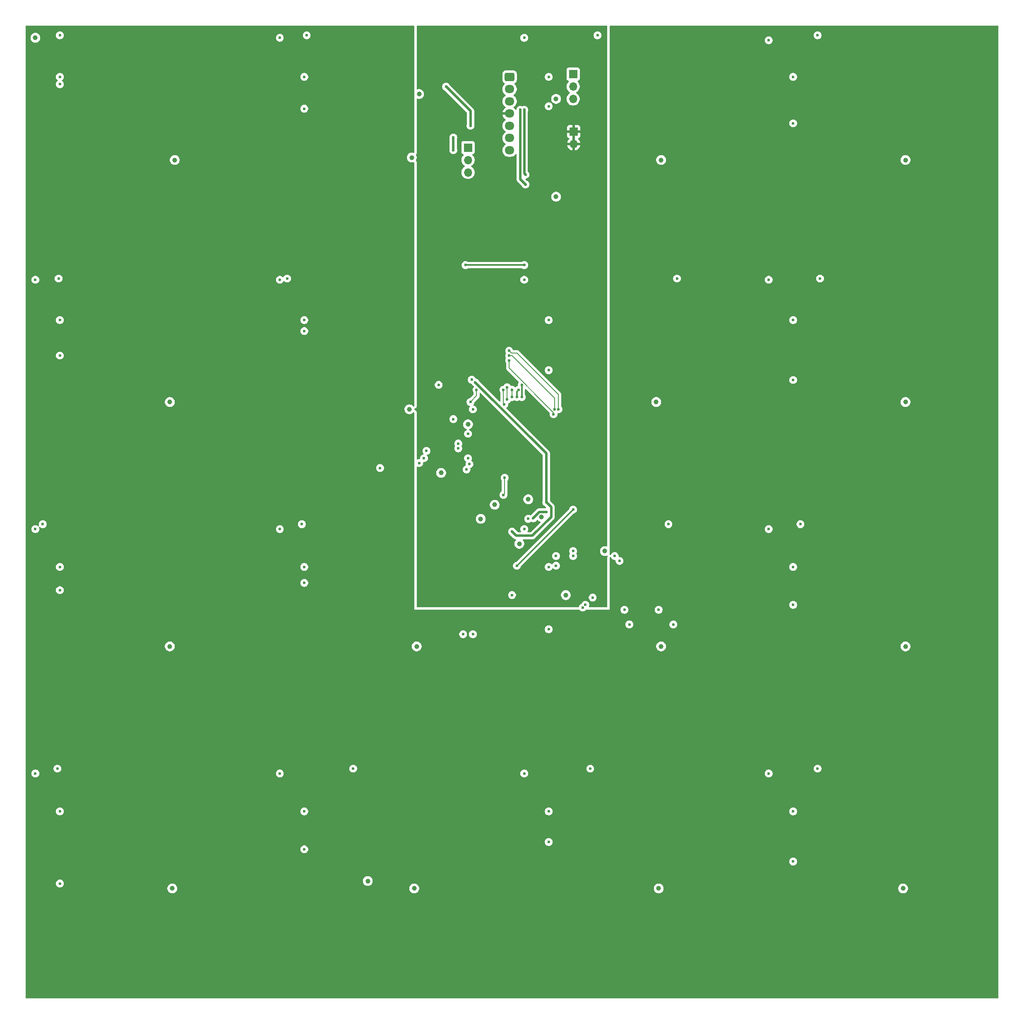
<source format=gbr>
%TF.GenerationSoftware,KiCad,Pcbnew,9.0.0*%
%TF.CreationDate,2025-03-24T21:43:16+01:00*%
%TF.ProjectId,PCB_Chessboard,5043425f-4368-4657-9373-626f6172642e,rev?*%
%TF.SameCoordinates,Original*%
%TF.FileFunction,Copper,L3,Inr*%
%TF.FilePolarity,Positive*%
%FSLAX46Y46*%
G04 Gerber Fmt 4.6, Leading zero omitted, Abs format (unit mm)*
G04 Created by KiCad (PCBNEW 9.0.0) date 2025-03-24 21:43:16*
%MOMM*%
%LPD*%
G01*
G04 APERTURE LIST*
G04 Aperture macros list*
%AMRoundRect*
0 Rectangle with rounded corners*
0 $1 Rounding radius*
0 $2 $3 $4 $5 $6 $7 $8 $9 X,Y pos of 4 corners*
0 Add a 4 corners polygon primitive as box body*
4,1,4,$2,$3,$4,$5,$6,$7,$8,$9,$2,$3,0*
0 Add four circle primitives for the rounded corners*
1,1,$1+$1,$2,$3*
1,1,$1+$1,$4,$5*
1,1,$1+$1,$6,$7*
1,1,$1+$1,$8,$9*
0 Add four rect primitives between the rounded corners*
20,1,$1+$1,$2,$3,$4,$5,0*
20,1,$1+$1,$4,$5,$6,$7,0*
20,1,$1+$1,$6,$7,$8,$9,0*
20,1,$1+$1,$8,$9,$2,$3,0*%
G04 Aperture macros list end*
%TA.AperFunction,ComponentPad*%
%ADD10RoundRect,0.250000X-0.725000X0.600000X-0.725000X-0.600000X0.725000X-0.600000X0.725000X0.600000X0*%
%TD*%
%TA.AperFunction,ComponentPad*%
%ADD11O,1.950000X1.700000*%
%TD*%
%TA.AperFunction,ComponentPad*%
%ADD12R,1.700000X1.700000*%
%TD*%
%TA.AperFunction,ComponentPad*%
%ADD13O,1.700000X1.700000*%
%TD*%
%TA.AperFunction,ViaPad*%
%ADD14C,0.600000*%
%TD*%
%TA.AperFunction,ViaPad*%
%ADD15C,1.000000*%
%TD*%
%TA.AperFunction,Conductor*%
%ADD16C,0.500000*%
%TD*%
%TA.AperFunction,Conductor*%
%ADD17C,0.300000*%
%TD*%
%TA.AperFunction,Conductor*%
%ADD18C,0.200000*%
%TD*%
G04 APERTURE END LIST*
D10*
%TO.N,SDA*%
%TO.C,JQ1*%
X99500000Y-11000000D03*
D11*
%TO.N,SCL*%
X99500000Y-13500000D03*
%TO.N,GND*%
X99500000Y-16000000D03*
%TO.N,+3.3V*%
X99500000Y-18500000D03*
%TO.N,+5V*%
X99500000Y-21000000D03*
%TO.N,LED.DIN*%
X99500000Y-23500000D03*
%TO.N,GPIOXX*%
X99500000Y-26000000D03*
%TD*%
D12*
%TO.N,+3.3V*%
%TO.C,J18*%
X112620000Y-22185000D03*
D13*
X112620000Y-24725000D03*
%TD*%
D12*
%TO.N,GND*%
%TO.C,J19*%
X112500000Y-10420000D03*
D13*
X112500000Y-12960000D03*
X112500000Y-15500000D03*
%TD*%
D12*
%TO.N,MCP23017.A0*%
%TO.C,J20*%
X91000000Y-25460000D03*
D13*
%TO.N,MCP23017.A1*%
X91000000Y-28000000D03*
%TO.N,MCP23017.A2*%
X91000000Y-30540000D03*
%TD*%
D14*
%TO.N,ANT10+*%
X92000000Y-124999000D03*
X100000000Y-117000000D03*
%TO.N,ANT1+*%
X85000000Y-74000000D03*
X91750000Y-72934313D03*
%TO.N,CLRC663.ALIM*%
X100000000Y-104000000D03*
%TO.N,ANT10+*%
X162500000Y-152500000D03*
X133000000Y-123000000D03*
X112497000Y-108000000D03*
X130000000Y-120000000D03*
X116000000Y-152500000D03*
X124000000Y-123000000D03*
X123000000Y-120000000D03*
X112497000Y-109000000D03*
X107500000Y-167500000D03*
X157500000Y-171500000D03*
X67500000Y-152500000D03*
X109000000Y-111000000D03*
X57500000Y-169000000D03*
X7500000Y-176000000D03*
X7000000Y-152500000D03*
X90000000Y-124999000D03*
X157500000Y-119000000D03*
X159000000Y-102500000D03*
X121000000Y-109000000D03*
X107500000Y-124000000D03*
X132000000Y-102500000D03*
X122000000Y-110000000D03*
X57500000Y-114500000D03*
X57000000Y-102500000D03*
X114459620Y-119540380D03*
X7500000Y-116000000D03*
X115000000Y-119000000D03*
X4000000Y-102500000D03*
X116500000Y-117500000D03*
X109000000Y-109000000D03*
X103296544Y-101400000D03*
%TO.N,CLRC663.ALIM*%
X104330000Y-101288384D03*
%TO.N,ANT1+*%
X157500000Y-73000000D03*
X163000000Y-52250000D03*
X89000000Y-86000000D03*
X107500000Y-71000000D03*
X133750000Y-52250000D03*
X89000000Y-87000000D03*
X73000000Y-91000000D03*
X7500000Y-68000000D03*
X81000000Y-90000000D03*
X57500000Y-63000000D03*
X54000000Y-52250000D03*
X82000000Y-89000000D03*
X7250000Y-52250000D03*
X157500000Y-20500000D03*
X90687251Y-91312749D03*
X162500000Y-2500000D03*
X91000000Y-84000000D03*
X107500000Y-17000000D03*
X117500000Y-2500000D03*
X92000000Y-79000000D03*
X88000000Y-81000000D03*
X91000000Y-89000000D03*
X57500000Y-17500000D03*
X58000000Y-2500000D03*
X7500000Y-12500000D03*
X82500000Y-87500000D03*
X7500000Y-2500000D03*
X91285781Y-90214219D03*
D15*
%TO.N,GND*%
X101500000Y-106500000D03*
X93596911Y-101403089D03*
D14*
%TO.N,CLRC663.ALIM*%
X107000000Y-100000000D03*
X107000000Y-98000000D03*
X92500000Y-73500000D03*
X88000000Y-26000000D03*
X88000000Y-23409000D03*
%TO.N,+3.3V*%
X86500000Y-18500000D03*
%TO.N,MCP23017.GPA0*%
X91500000Y-77500000D03*
X92750000Y-74999000D03*
%TO.N,MCP23017.GPA1*%
X98400000Y-78000000D03*
X98250000Y-74999000D03*
%TO.N,MCP23017.GPA2*%
X99000000Y-77000000D03*
X99000000Y-74500000D03*
%TO.N,MCP23017.GPA6*%
X108500000Y-80000000D03*
X99400000Y-69000000D03*
%TO.N,MCP23017.GPA5*%
X108699997Y-79000000D03*
X99400000Y-68000000D03*
%TO.N,MCP23017.GPA4*%
X109500000Y-79000000D03*
X99400000Y-67000000D03*
%TO.N,MCP23017.GPA3*%
X100000000Y-74999000D03*
X98250000Y-96500000D03*
X98500000Y-93000000D03*
X100000000Y-76500000D03*
%TO.N,+3.3V*%
X114500000Y-107500000D03*
D15*
%TO.N,GND*%
X103306498Y-97400001D03*
D14*
%TO.N,Net-(D24-DOUT)*%
X112500000Y-99500000D03*
X101000000Y-111000000D03*
%TO.N,Net-(D20-DOUT)*%
X90500000Y-49500000D03*
X102500000Y-49500000D03*
%TO.N,SCL*%
X101350000Y-74999000D03*
X101000000Y-76500000D03*
%TO.N,SDA*%
X102000000Y-74000000D03*
X102000000Y-76500000D03*
D15*
%TO.N,GND*%
X96450498Y-98510498D03*
X106000000Y-101000000D03*
X70500000Y-175500000D03*
X109000000Y-35500000D03*
D14*
%TO.N,+3.3V*%
X115000000Y-24500000D03*
X108500000Y-37000000D03*
D15*
%TO.N,GND*%
X30000000Y-127500000D03*
D14*
%TO.N,+5V*%
X19500000Y-23000000D03*
D15*
%TO.N,GND*%
X30000000Y-77500000D03*
X79000000Y-79000000D03*
X130500000Y-28000000D03*
D14*
%TO.N,+5V*%
X69000000Y-123000000D03*
D15*
%TO.N,GND*%
X180500000Y-28000000D03*
X80500000Y-127500000D03*
X30500000Y-177000000D03*
D14*
%TO.N,+5V*%
X121000000Y-73000000D03*
D15*
%TO.N,GND*%
X180500000Y-127500000D03*
D14*
%TO.N,+5V*%
X169500000Y-123000000D03*
X19000000Y-173000000D03*
X169500000Y-173000000D03*
D15*
%TO.N,GND*%
X130000000Y-177000000D03*
D14*
%TO.N,+5V*%
X169500000Y-23000000D03*
X70000000Y-23000000D03*
X20000000Y-73000000D03*
X69000000Y-173000000D03*
X119000000Y-173000000D03*
D15*
%TO.N,GND*%
X180000000Y-177000000D03*
D14*
%TO.N,+5V*%
X121000000Y-23000000D03*
X69500000Y-73000000D03*
X170000000Y-73000000D03*
X20000000Y-123000000D03*
X119500000Y-123000000D03*
D15*
%TO.N,GND*%
X80000000Y-177000000D03*
X130500000Y-127500000D03*
X180500000Y-77500000D03*
X129500000Y-77500000D03*
X31000000Y-28000000D03*
X79500000Y-27500000D03*
X111000000Y-117000000D03*
X119000000Y-108000000D03*
X85500000Y-92000000D03*
X91000000Y-82065686D03*
D14*
%TO.N,+3.3V*%
X92000000Y-84500000D03*
%TO.N,SCL*%
X102750000Y-33000000D03*
X101699997Y-17750000D03*
%TO.N,SDA*%
X102500000Y-17750000D03*
X102750000Y-31000000D03*
D15*
%TO.N,GND*%
X109000000Y-15500000D03*
D14*
%TO.N,+3.3V*%
X92500000Y-35000000D03*
D15*
%TO.N,GND*%
X81000000Y-14500000D03*
D14*
%TO.N,+5V*%
X79000000Y-10500000D03*
%TO.N,ANT10+*%
X157500000Y-161250000D03*
X152500000Y-153500000D03*
X52500000Y-153500000D03*
X102500000Y-153500000D03*
X107500000Y-161250000D03*
X57500000Y-161250000D03*
X7500000Y-161250000D03*
X2500000Y-153500000D03*
X157500000Y-111250000D03*
X152500000Y-103500000D03*
X102500000Y-103500000D03*
X107500000Y-111250000D03*
X57500000Y-111250000D03*
X52500000Y-103500000D03*
%TO.N,ANT1+*%
X157500000Y-60750000D03*
X107500000Y-60750000D03*
X57500000Y-60750000D03*
X7500000Y-60750000D03*
X107500000Y-11000000D03*
X102500000Y-3000000D03*
X57500000Y-11000000D03*
X52500000Y-3000000D03*
X157500000Y-11000000D03*
X152500000Y-3500000D03*
%TO.N,ANT10+*%
X7500000Y-111250000D03*
X2500000Y-103500000D03*
%TO.N,ANT1+*%
X152500000Y-52500000D03*
X102500000Y-52500000D03*
X52500000Y-52500000D03*
X2500000Y-52500000D03*
X7500000Y-11000000D03*
D15*
X2500000Y-3000000D03*
D14*
%TO.N,GPIOXX*%
X91500000Y-21000000D03*
X86500000Y-13000000D03*
%TD*%
D16*
%TO.N,CLRC663.ALIM*%
X108000000Y-99000000D02*
X108000000Y-101000000D01*
X104132850Y-104867150D02*
X108000000Y-101000000D01*
X100000000Y-104000000D02*
X100867150Y-104867150D01*
X100867150Y-104867150D02*
X104132850Y-104867150D01*
X108000000Y-99000000D02*
X107000000Y-98000000D01*
X105618384Y-100000000D02*
X104330000Y-101288384D01*
X107000000Y-100000000D02*
X105618384Y-100000000D01*
X107000000Y-88000000D02*
X107000000Y-98000000D01*
X92500000Y-73500000D02*
X107000000Y-88000000D01*
D17*
%TO.N,Net-(D20-DOUT)*%
X90500000Y-49500000D02*
X102500000Y-49500000D01*
D16*
%TO.N,CLRC663.ALIM*%
X88000000Y-23409000D02*
X88000000Y-26000000D01*
D18*
%TO.N,MCP23017.GPA0*%
X92750000Y-76250000D02*
X91500000Y-77500000D01*
X92750000Y-74999000D02*
X92750000Y-76250000D01*
%TO.N,MCP23017.GPA1*%
X98250000Y-77850000D02*
X98400000Y-78000000D01*
X98250000Y-74999000D02*
X98250000Y-77850000D01*
%TO.N,MCP23017.GPA2*%
X99000000Y-74500000D02*
X99000000Y-77000000D01*
%TO.N,MCP23017.GPA6*%
X108500000Y-79649946D02*
X108500000Y-80000000D01*
X99400000Y-70549946D02*
X108500000Y-79649946D01*
X99400000Y-69000000D02*
X99400000Y-70549946D01*
%TO.N,MCP23017.GPA5*%
X108699997Y-76699997D02*
X108699997Y-79000000D01*
X100000000Y-68000000D02*
X108699997Y-76699997D01*
X99400000Y-68000000D02*
X100000000Y-68000000D01*
%TO.N,MCP23017.GPA4*%
X101000000Y-67500000D02*
X109500000Y-76000000D01*
X109500000Y-76000000D02*
X109500000Y-79000000D01*
X99400000Y-67000000D02*
X99900000Y-67500000D01*
X99900000Y-67500000D02*
X101000000Y-67500000D01*
%TO.N,MCP23017.GPA3*%
X100000000Y-74999000D02*
X100000000Y-76500000D01*
X98500000Y-96250000D02*
X98250000Y-96500000D01*
X98500000Y-93000000D02*
X98500000Y-96250000D01*
D17*
%TO.N,Net-(D24-DOUT)*%
X112500000Y-99500000D02*
X101000000Y-111000000D01*
%TO.N,SCL*%
X101000000Y-76500000D02*
X101000000Y-75349000D01*
X101000000Y-75349000D02*
X101350000Y-74999000D01*
%TO.N,SDA*%
X102000000Y-76500000D02*
X102000000Y-74000000D01*
D16*
%TO.N,SCL*%
X101699997Y-31949997D02*
X102750000Y-33000000D01*
X101699997Y-17750000D02*
X101699997Y-31949997D01*
%TO.N,SDA*%
X102500000Y-30750000D02*
X102750000Y-31000000D01*
X102500000Y-17750000D02*
X102500000Y-30750000D01*
%TO.N,GPIOXX*%
X91500000Y-18000000D02*
X86500000Y-13000000D01*
X91500000Y-21000000D02*
X91500000Y-18000000D01*
%TD*%
%TA.AperFunction,Conductor*%
%TO.N,+5V*%
G36*
X79943039Y-520185D02*
G01*
X79988794Y-572989D01*
X80000000Y-624500D01*
X80000000Y-14398945D01*
X79999500Y-14401459D01*
X79999500Y-14598541D01*
X80000000Y-14601054D01*
X80000000Y-26438594D01*
X79980315Y-26505633D01*
X79927511Y-26551388D01*
X79858353Y-26561332D01*
X79828549Y-26553156D01*
X79812617Y-26546557D01*
X79791835Y-26537949D01*
X79791833Y-26537948D01*
X79791829Y-26537947D01*
X79598543Y-26499500D01*
X79598541Y-26499500D01*
X79401459Y-26499500D01*
X79401457Y-26499500D01*
X79208170Y-26537947D01*
X79208160Y-26537950D01*
X79026092Y-26613364D01*
X79026079Y-26613371D01*
X78862218Y-26722860D01*
X78862214Y-26722863D01*
X78722863Y-26862214D01*
X78722860Y-26862218D01*
X78613371Y-27026079D01*
X78613364Y-27026092D01*
X78537950Y-27208160D01*
X78537947Y-27208170D01*
X78499500Y-27401456D01*
X78499500Y-27401459D01*
X78499500Y-27598541D01*
X78499500Y-27598543D01*
X78499499Y-27598543D01*
X78537947Y-27791829D01*
X78537950Y-27791839D01*
X78613364Y-27973907D01*
X78613371Y-27973920D01*
X78722860Y-28137781D01*
X78722863Y-28137785D01*
X78862214Y-28277136D01*
X78862218Y-28277139D01*
X79026079Y-28386628D01*
X79026092Y-28386635D01*
X79208160Y-28462049D01*
X79208165Y-28462051D01*
X79208169Y-28462051D01*
X79208170Y-28462052D01*
X79401456Y-28500500D01*
X79401459Y-28500500D01*
X79598543Y-28500500D01*
X79732196Y-28473914D01*
X79791835Y-28462051D01*
X79828548Y-28446843D01*
X79898016Y-28439375D01*
X79960495Y-28470650D01*
X79996148Y-28530739D01*
X80000000Y-28561405D01*
X80000000Y-78287217D01*
X79980315Y-78354256D01*
X79927511Y-78400011D01*
X79858353Y-78409955D01*
X79794797Y-78380930D01*
X79780149Y-78365885D01*
X79777136Y-78362214D01*
X79637785Y-78222863D01*
X79637781Y-78222860D01*
X79473920Y-78113371D01*
X79473907Y-78113364D01*
X79291839Y-78037950D01*
X79291829Y-78037947D01*
X79098543Y-77999500D01*
X79098541Y-77999500D01*
X78901459Y-77999500D01*
X78901457Y-77999500D01*
X78708170Y-78037947D01*
X78708160Y-78037950D01*
X78526092Y-78113364D01*
X78526079Y-78113371D01*
X78362218Y-78222860D01*
X78362214Y-78222863D01*
X78222863Y-78362214D01*
X78222860Y-78362218D01*
X78113371Y-78526079D01*
X78113364Y-78526092D01*
X78037950Y-78708160D01*
X78037947Y-78708170D01*
X77999500Y-78901456D01*
X77999500Y-78901459D01*
X77999500Y-79098541D01*
X77999500Y-79098543D01*
X77999499Y-79098543D01*
X78037947Y-79291829D01*
X78037950Y-79291839D01*
X78113364Y-79473907D01*
X78113371Y-79473920D01*
X78222860Y-79637781D01*
X78222863Y-79637785D01*
X78362214Y-79777136D01*
X78362218Y-79777139D01*
X78526079Y-79886628D01*
X78526092Y-79886635D01*
X78708160Y-79962049D01*
X78708165Y-79962051D01*
X78708169Y-79962051D01*
X78708170Y-79962052D01*
X78901456Y-80000500D01*
X78901459Y-80000500D01*
X79098543Y-80000500D01*
X79228582Y-79974632D01*
X79291835Y-79962051D01*
X79473914Y-79886632D01*
X79637782Y-79777139D01*
X79777139Y-79637782D01*
X79777140Y-79637781D01*
X79780145Y-79634120D01*
X79837889Y-79594784D01*
X79907734Y-79592911D01*
X79967503Y-79629097D01*
X79998221Y-79691852D01*
X80000000Y-79712782D01*
X80000000Y-120000000D01*
X113737695Y-120000000D01*
X113804734Y-120019685D01*
X113832620Y-120047065D01*
X113833967Y-120045961D01*
X113837833Y-120050672D01*
X113949327Y-120162166D01*
X113949331Y-120162169D01*
X114080434Y-120249770D01*
X114080447Y-120249777D01*
X114226118Y-120310115D01*
X114226123Y-120310117D01*
X114380773Y-120340879D01*
X114380776Y-120340880D01*
X114380778Y-120340880D01*
X114538464Y-120340880D01*
X114538465Y-120340879D01*
X114693117Y-120310117D01*
X114838799Y-120249774D01*
X114969909Y-120162169D01*
X115081409Y-120050669D01*
X115081411Y-120050665D01*
X115085273Y-120045961D01*
X115087341Y-120047658D01*
X115132104Y-120010283D01*
X115181545Y-120000000D01*
X120000000Y-120000000D01*
X120000000Y-119921153D01*
X122199500Y-119921153D01*
X122199500Y-120078846D01*
X122230261Y-120233489D01*
X122230264Y-120233501D01*
X122290602Y-120379172D01*
X122290609Y-120379185D01*
X122378210Y-120510288D01*
X122378213Y-120510292D01*
X122489707Y-120621786D01*
X122489711Y-120621789D01*
X122620814Y-120709390D01*
X122620827Y-120709397D01*
X122766498Y-120769735D01*
X122766503Y-120769737D01*
X122921153Y-120800499D01*
X122921156Y-120800500D01*
X122921158Y-120800500D01*
X123078844Y-120800500D01*
X123078845Y-120800499D01*
X123233497Y-120769737D01*
X123379179Y-120709394D01*
X123510289Y-120621789D01*
X123621789Y-120510289D01*
X123709394Y-120379179D01*
X123769737Y-120233497D01*
X123800500Y-120078842D01*
X123800500Y-119921158D01*
X123800500Y-119921155D01*
X123800499Y-119921153D01*
X129199500Y-119921153D01*
X129199500Y-120078846D01*
X129230261Y-120233489D01*
X129230264Y-120233501D01*
X129290602Y-120379172D01*
X129290609Y-120379185D01*
X129378210Y-120510288D01*
X129378213Y-120510292D01*
X129489707Y-120621786D01*
X129489711Y-120621789D01*
X129620814Y-120709390D01*
X129620827Y-120709397D01*
X129766498Y-120769735D01*
X129766503Y-120769737D01*
X129921153Y-120800499D01*
X129921156Y-120800500D01*
X129921158Y-120800500D01*
X130078844Y-120800500D01*
X130078845Y-120800499D01*
X130233497Y-120769737D01*
X130379179Y-120709394D01*
X130510289Y-120621789D01*
X130621789Y-120510289D01*
X130709394Y-120379179D01*
X130769737Y-120233497D01*
X130800500Y-120078842D01*
X130800500Y-119921158D01*
X130800500Y-119921155D01*
X130800499Y-119921153D01*
X130776499Y-119800499D01*
X130769737Y-119766503D01*
X130709794Y-119621786D01*
X130709397Y-119620827D01*
X130709390Y-119620814D01*
X130621789Y-119489711D01*
X130621786Y-119489707D01*
X130510292Y-119378213D01*
X130510288Y-119378210D01*
X130379185Y-119290609D01*
X130379172Y-119290602D01*
X130233501Y-119230264D01*
X130233489Y-119230261D01*
X130078845Y-119199500D01*
X130078842Y-119199500D01*
X129921158Y-119199500D01*
X129921155Y-119199500D01*
X129766510Y-119230261D01*
X129766498Y-119230264D01*
X129620827Y-119290602D01*
X129620814Y-119290609D01*
X129489711Y-119378210D01*
X129489707Y-119378213D01*
X129378213Y-119489707D01*
X129378210Y-119489711D01*
X129290609Y-119620814D01*
X129290602Y-119620827D01*
X129230264Y-119766498D01*
X129230261Y-119766510D01*
X129199500Y-119921153D01*
X123800499Y-119921153D01*
X123776499Y-119800499D01*
X123769737Y-119766503D01*
X123709794Y-119621786D01*
X123709397Y-119620827D01*
X123709390Y-119620814D01*
X123621789Y-119489711D01*
X123621786Y-119489707D01*
X123510292Y-119378213D01*
X123510288Y-119378210D01*
X123379185Y-119290609D01*
X123379172Y-119290602D01*
X123233501Y-119230264D01*
X123233489Y-119230261D01*
X123078845Y-119199500D01*
X123078842Y-119199500D01*
X122921158Y-119199500D01*
X122921155Y-119199500D01*
X122766510Y-119230261D01*
X122766498Y-119230264D01*
X122620827Y-119290602D01*
X122620814Y-119290609D01*
X122489711Y-119378210D01*
X122489707Y-119378213D01*
X122378213Y-119489707D01*
X122378210Y-119489711D01*
X122290609Y-119620814D01*
X122290602Y-119620827D01*
X122230264Y-119766498D01*
X122230261Y-119766510D01*
X122199500Y-119921153D01*
X120000000Y-119921153D01*
X120000000Y-118921153D01*
X156699500Y-118921153D01*
X156699500Y-119078846D01*
X156730261Y-119233489D01*
X156730264Y-119233501D01*
X156790602Y-119379172D01*
X156790609Y-119379185D01*
X156878210Y-119510288D01*
X156878213Y-119510292D01*
X156989707Y-119621786D01*
X156989711Y-119621789D01*
X157120814Y-119709390D01*
X157120827Y-119709397D01*
X157258683Y-119766498D01*
X157266503Y-119769737D01*
X157421153Y-119800499D01*
X157421156Y-119800500D01*
X157421158Y-119800500D01*
X157578844Y-119800500D01*
X157578845Y-119800499D01*
X157733497Y-119769737D01*
X157879179Y-119709394D01*
X158010289Y-119621789D01*
X158121789Y-119510289D01*
X158209394Y-119379179D01*
X158269737Y-119233497D01*
X158300500Y-119078842D01*
X158300500Y-118921158D01*
X158300500Y-118921155D01*
X158300499Y-118921153D01*
X158299989Y-118918591D01*
X158269737Y-118766503D01*
X158269735Y-118766498D01*
X158209397Y-118620827D01*
X158209390Y-118620814D01*
X158121789Y-118489711D01*
X158121786Y-118489707D01*
X158010292Y-118378213D01*
X158010288Y-118378210D01*
X157879185Y-118290609D01*
X157879172Y-118290602D01*
X157733501Y-118230264D01*
X157733489Y-118230261D01*
X157578845Y-118199500D01*
X157578842Y-118199500D01*
X157421158Y-118199500D01*
X157421155Y-118199500D01*
X157266510Y-118230261D01*
X157266498Y-118230264D01*
X157120827Y-118290602D01*
X157120814Y-118290609D01*
X156989711Y-118378210D01*
X156989707Y-118378213D01*
X156878213Y-118489707D01*
X156878210Y-118489711D01*
X156790609Y-118620814D01*
X156790602Y-118620827D01*
X156730264Y-118766498D01*
X156730261Y-118766510D01*
X156699500Y-118921153D01*
X120000000Y-118921153D01*
X120000000Y-111171153D01*
X156699500Y-111171153D01*
X156699500Y-111328846D01*
X156730261Y-111483489D01*
X156730264Y-111483501D01*
X156790602Y-111629172D01*
X156790609Y-111629185D01*
X156878210Y-111760288D01*
X156878213Y-111760292D01*
X156989707Y-111871786D01*
X156989711Y-111871789D01*
X157120814Y-111959390D01*
X157120827Y-111959397D01*
X157266498Y-112019735D01*
X157266503Y-112019737D01*
X157421153Y-112050499D01*
X157421156Y-112050500D01*
X157421158Y-112050500D01*
X157578844Y-112050500D01*
X157578845Y-112050499D01*
X157733497Y-112019737D01*
X157879179Y-111959394D01*
X158010289Y-111871789D01*
X158121789Y-111760289D01*
X158209394Y-111629179D01*
X158269737Y-111483497D01*
X158300500Y-111328842D01*
X158300500Y-111171158D01*
X158300500Y-111171155D01*
X158300499Y-111171153D01*
X158269738Y-111016510D01*
X158269737Y-111016503D01*
X158209474Y-110871014D01*
X158209397Y-110870827D01*
X158209390Y-110870814D01*
X158121789Y-110739711D01*
X158121786Y-110739707D01*
X158010292Y-110628213D01*
X158010288Y-110628210D01*
X157879185Y-110540609D01*
X157879172Y-110540602D01*
X157733501Y-110480264D01*
X157733489Y-110480261D01*
X157578845Y-110449500D01*
X157578842Y-110449500D01*
X157421158Y-110449500D01*
X157421155Y-110449500D01*
X157266510Y-110480261D01*
X157266498Y-110480264D01*
X157120827Y-110540602D01*
X157120814Y-110540609D01*
X156989711Y-110628210D01*
X156989707Y-110628213D01*
X156878213Y-110739707D01*
X156878210Y-110739711D01*
X156790609Y-110870814D01*
X156790602Y-110870827D01*
X156730264Y-111016498D01*
X156730261Y-111016510D01*
X156699500Y-111171153D01*
X120000000Y-111171153D01*
X120000000Y-109300983D01*
X120019685Y-109233944D01*
X120072489Y-109188189D01*
X120141647Y-109178245D01*
X120205203Y-109207270D01*
X120238561Y-109253531D01*
X120290602Y-109379172D01*
X120290609Y-109379185D01*
X120378210Y-109510288D01*
X120378213Y-109510292D01*
X120489707Y-109621786D01*
X120489711Y-109621789D01*
X120620814Y-109709390D01*
X120620827Y-109709397D01*
X120758683Y-109766498D01*
X120766503Y-109769737D01*
X120921153Y-109800499D01*
X120921156Y-109800500D01*
X121075500Y-109800500D01*
X121142539Y-109820185D01*
X121188294Y-109872989D01*
X121199500Y-109924500D01*
X121199500Y-110078846D01*
X121230261Y-110233489D01*
X121230264Y-110233501D01*
X121290602Y-110379172D01*
X121290609Y-110379185D01*
X121378210Y-110510288D01*
X121378213Y-110510292D01*
X121489707Y-110621786D01*
X121489711Y-110621789D01*
X121620814Y-110709390D01*
X121620827Y-110709397D01*
X121694013Y-110739711D01*
X121766503Y-110769737D01*
X121921153Y-110800499D01*
X121921156Y-110800500D01*
X121921158Y-110800500D01*
X122078844Y-110800500D01*
X122078845Y-110800499D01*
X122233497Y-110769737D01*
X122379179Y-110709394D01*
X122510289Y-110621789D01*
X122621789Y-110510289D01*
X122709394Y-110379179D01*
X122769737Y-110233497D01*
X122800500Y-110078842D01*
X122800500Y-109921158D01*
X122800500Y-109921155D01*
X122800499Y-109921153D01*
X122769737Y-109766503D01*
X122709794Y-109621786D01*
X122709397Y-109620827D01*
X122709390Y-109620814D01*
X122621789Y-109489711D01*
X122621786Y-109489707D01*
X122510292Y-109378213D01*
X122510288Y-109378210D01*
X122379185Y-109290609D01*
X122379172Y-109290602D01*
X122233501Y-109230264D01*
X122233489Y-109230261D01*
X122078845Y-109199500D01*
X122078842Y-109199500D01*
X121924500Y-109199500D01*
X121857461Y-109179815D01*
X121811706Y-109127011D01*
X121800500Y-109075500D01*
X121800500Y-108921155D01*
X121800499Y-108921153D01*
X121776573Y-108800872D01*
X121769737Y-108766503D01*
X121741783Y-108699016D01*
X121709397Y-108620827D01*
X121709390Y-108620814D01*
X121621789Y-108489711D01*
X121621786Y-108489707D01*
X121510292Y-108378213D01*
X121510288Y-108378210D01*
X121379185Y-108290609D01*
X121379172Y-108290602D01*
X121233501Y-108230264D01*
X121233489Y-108230261D01*
X121078845Y-108199500D01*
X121078842Y-108199500D01*
X120921158Y-108199500D01*
X120921155Y-108199500D01*
X120766510Y-108230261D01*
X120766498Y-108230264D01*
X120620827Y-108290602D01*
X120620814Y-108290609D01*
X120489711Y-108378210D01*
X120489707Y-108378213D01*
X120378213Y-108489707D01*
X120378210Y-108489711D01*
X120290609Y-108620814D01*
X120290604Y-108620823D01*
X120238561Y-108746469D01*
X120194720Y-108800872D01*
X120128426Y-108822937D01*
X120060727Y-108805658D01*
X120013116Y-108754521D01*
X120000000Y-108699016D01*
X120000000Y-108101054D01*
X120000500Y-108098541D01*
X120000500Y-107901459D01*
X120000000Y-107898945D01*
X120000000Y-103421153D01*
X151699500Y-103421153D01*
X151699500Y-103578846D01*
X151730261Y-103733489D01*
X151730264Y-103733501D01*
X151790602Y-103879172D01*
X151790609Y-103879185D01*
X151878210Y-104010288D01*
X151878213Y-104010292D01*
X151989707Y-104121786D01*
X151989711Y-104121789D01*
X152120814Y-104209390D01*
X152120827Y-104209397D01*
X152266498Y-104269735D01*
X152266503Y-104269737D01*
X152421153Y-104300499D01*
X152421156Y-104300500D01*
X152421158Y-104300500D01*
X152578844Y-104300500D01*
X152578845Y-104300499D01*
X152733497Y-104269737D01*
X152879179Y-104209394D01*
X153010289Y-104121789D01*
X153121789Y-104010289D01*
X153209394Y-103879179D01*
X153269737Y-103733497D01*
X153300500Y-103578842D01*
X153300500Y-103421158D01*
X153300500Y-103421155D01*
X153300499Y-103421153D01*
X153269738Y-103266510D01*
X153269737Y-103266503D01*
X153209794Y-103121786D01*
X153209397Y-103120827D01*
X153209390Y-103120814D01*
X153121789Y-102989711D01*
X153121786Y-102989707D01*
X153010292Y-102878213D01*
X153010288Y-102878210D01*
X152879185Y-102790609D01*
X152879172Y-102790602D01*
X152733501Y-102730264D01*
X152733489Y-102730261D01*
X152578845Y-102699500D01*
X152578842Y-102699500D01*
X152421158Y-102699500D01*
X152421155Y-102699500D01*
X152266510Y-102730261D01*
X152266498Y-102730264D01*
X152120827Y-102790602D01*
X152120814Y-102790609D01*
X151989711Y-102878210D01*
X151989707Y-102878213D01*
X151878213Y-102989707D01*
X151878210Y-102989711D01*
X151790609Y-103120814D01*
X151790602Y-103120827D01*
X151730264Y-103266498D01*
X151730261Y-103266510D01*
X151699500Y-103421153D01*
X120000000Y-103421153D01*
X120000000Y-102421153D01*
X131199500Y-102421153D01*
X131199500Y-102578846D01*
X131230261Y-102733489D01*
X131230264Y-102733501D01*
X131290602Y-102879172D01*
X131290609Y-102879185D01*
X131378210Y-103010288D01*
X131378213Y-103010292D01*
X131489707Y-103121786D01*
X131489711Y-103121789D01*
X131620814Y-103209390D01*
X131620827Y-103209397D01*
X131758683Y-103266498D01*
X131766503Y-103269737D01*
X131921153Y-103300499D01*
X131921156Y-103300500D01*
X131921158Y-103300500D01*
X132078844Y-103300500D01*
X132078845Y-103300499D01*
X132089179Y-103298443D01*
X132114287Y-103293450D01*
X132114292Y-103293449D01*
X132199800Y-103276439D01*
X132233497Y-103269737D01*
X132379179Y-103209394D01*
X132510289Y-103121789D01*
X132621789Y-103010289D01*
X132709394Y-102879179D01*
X132769737Y-102733497D01*
X132800500Y-102578842D01*
X132800500Y-102421158D01*
X132800500Y-102421155D01*
X132800499Y-102421153D01*
X158199500Y-102421153D01*
X158199500Y-102578846D01*
X158230261Y-102733489D01*
X158230264Y-102733501D01*
X158290602Y-102879172D01*
X158290609Y-102879185D01*
X158378210Y-103010288D01*
X158378213Y-103010292D01*
X158489707Y-103121786D01*
X158489711Y-103121789D01*
X158620814Y-103209390D01*
X158620827Y-103209397D01*
X158758683Y-103266498D01*
X158766503Y-103269737D01*
X158921153Y-103300499D01*
X158921156Y-103300500D01*
X158921158Y-103300500D01*
X159078844Y-103300500D01*
X159078845Y-103300499D01*
X159233497Y-103269737D01*
X159379179Y-103209394D01*
X159510289Y-103121789D01*
X159621789Y-103010289D01*
X159709394Y-102879179D01*
X159769737Y-102733497D01*
X159800500Y-102578842D01*
X159800500Y-102421158D01*
X159800500Y-102421155D01*
X159800499Y-102421153D01*
X159769738Y-102266510D01*
X159769737Y-102266503D01*
X159729656Y-102169737D01*
X159709397Y-102120827D01*
X159709390Y-102120814D01*
X159621789Y-101989711D01*
X159621786Y-101989707D01*
X159510292Y-101878213D01*
X159510288Y-101878210D01*
X159379185Y-101790609D01*
X159379172Y-101790602D01*
X159233501Y-101730264D01*
X159233489Y-101730261D01*
X159078845Y-101699500D01*
X159078842Y-101699500D01*
X158921158Y-101699500D01*
X158921155Y-101699500D01*
X158766510Y-101730261D01*
X158766498Y-101730264D01*
X158620827Y-101790602D01*
X158620814Y-101790609D01*
X158489711Y-101878210D01*
X158489707Y-101878213D01*
X158378213Y-101989707D01*
X158378210Y-101989711D01*
X158290609Y-102120814D01*
X158290602Y-102120827D01*
X158230264Y-102266498D01*
X158230261Y-102266510D01*
X158199500Y-102421153D01*
X132800499Y-102421153D01*
X132769738Y-102266510D01*
X132769737Y-102266503D01*
X132729656Y-102169737D01*
X132709397Y-102120827D01*
X132709390Y-102120814D01*
X132621789Y-101989711D01*
X132621786Y-101989707D01*
X132510292Y-101878213D01*
X132510288Y-101878210D01*
X132379185Y-101790609D01*
X132379172Y-101790602D01*
X132233501Y-101730264D01*
X132233489Y-101730261D01*
X132078845Y-101699500D01*
X132078842Y-101699500D01*
X131921158Y-101699500D01*
X131921155Y-101699500D01*
X131766510Y-101730261D01*
X131766498Y-101730264D01*
X131620827Y-101790602D01*
X131620814Y-101790609D01*
X131489711Y-101878210D01*
X131489707Y-101878213D01*
X131378213Y-101989707D01*
X131378210Y-101989711D01*
X131290609Y-102120814D01*
X131290602Y-102120827D01*
X131230264Y-102266498D01*
X131230261Y-102266510D01*
X131199500Y-102421153D01*
X120000000Y-102421153D01*
X120000000Y-77598543D01*
X128499499Y-77598543D01*
X128537947Y-77791829D01*
X128537950Y-77791839D01*
X128613364Y-77973907D01*
X128613371Y-77973920D01*
X128722860Y-78137781D01*
X128722863Y-78137785D01*
X128862214Y-78277136D01*
X128862218Y-78277139D01*
X129026079Y-78386628D01*
X129026092Y-78386635D01*
X129208160Y-78462049D01*
X129208165Y-78462051D01*
X129208169Y-78462051D01*
X129208170Y-78462052D01*
X129401456Y-78500500D01*
X129401459Y-78500500D01*
X129598543Y-78500500D01*
X129759806Y-78468422D01*
X129791835Y-78462051D01*
X129973914Y-78386632D01*
X130137782Y-78277139D01*
X130277139Y-78137782D01*
X130386632Y-77973914D01*
X130462051Y-77791835D01*
X130500500Y-77598543D01*
X179499499Y-77598543D01*
X179537947Y-77791829D01*
X179537950Y-77791839D01*
X179613364Y-77973907D01*
X179613371Y-77973920D01*
X179722860Y-78137781D01*
X179722863Y-78137785D01*
X179862214Y-78277136D01*
X179862218Y-78277139D01*
X180026079Y-78386628D01*
X180026092Y-78386635D01*
X180208160Y-78462049D01*
X180208165Y-78462051D01*
X180208169Y-78462051D01*
X180208170Y-78462052D01*
X180401456Y-78500500D01*
X180401459Y-78500500D01*
X180598543Y-78500500D01*
X180759806Y-78468422D01*
X180791835Y-78462051D01*
X180973914Y-78386632D01*
X181137782Y-78277139D01*
X181277139Y-78137782D01*
X181386632Y-77973914D01*
X181462051Y-77791835D01*
X181500500Y-77598541D01*
X181500500Y-77401459D01*
X181500500Y-77401456D01*
X181462052Y-77208170D01*
X181462051Y-77208169D01*
X181462051Y-77208165D01*
X181462049Y-77208160D01*
X181386635Y-77026092D01*
X181386628Y-77026079D01*
X181277139Y-76862218D01*
X181277136Y-76862214D01*
X181137785Y-76722863D01*
X181137781Y-76722860D01*
X180973920Y-76613371D01*
X180973907Y-76613364D01*
X180791839Y-76537950D01*
X180791829Y-76537947D01*
X180598543Y-76499500D01*
X180598541Y-76499500D01*
X180401459Y-76499500D01*
X180401457Y-76499500D01*
X180208170Y-76537947D01*
X180208160Y-76537950D01*
X180026092Y-76613364D01*
X180026079Y-76613371D01*
X179862218Y-76722860D01*
X179862214Y-76722863D01*
X179722863Y-76862214D01*
X179722860Y-76862218D01*
X179613371Y-77026079D01*
X179613364Y-77026092D01*
X179537950Y-77208160D01*
X179537947Y-77208170D01*
X179499500Y-77401456D01*
X179499500Y-77401459D01*
X179499500Y-77598541D01*
X179499500Y-77598543D01*
X179499499Y-77598543D01*
X130500500Y-77598543D01*
X130500500Y-77598541D01*
X130500500Y-77401459D01*
X130500500Y-77401456D01*
X130462052Y-77208170D01*
X130462051Y-77208169D01*
X130462051Y-77208165D01*
X130462049Y-77208160D01*
X130386635Y-77026092D01*
X130386628Y-77026079D01*
X130277139Y-76862218D01*
X130277136Y-76862214D01*
X130137785Y-76722863D01*
X130137781Y-76722860D01*
X129973920Y-76613371D01*
X129973907Y-76613364D01*
X129791839Y-76537950D01*
X129791829Y-76537947D01*
X129598543Y-76499500D01*
X129598541Y-76499500D01*
X129401459Y-76499500D01*
X129401457Y-76499500D01*
X129208170Y-76537947D01*
X129208160Y-76537950D01*
X129026092Y-76613364D01*
X129026079Y-76613371D01*
X128862218Y-76722860D01*
X128862214Y-76722863D01*
X128722863Y-76862214D01*
X128722860Y-76862218D01*
X128613371Y-77026079D01*
X128613364Y-77026092D01*
X128537950Y-77208160D01*
X128537947Y-77208170D01*
X128499500Y-77401456D01*
X128499500Y-77401459D01*
X128499500Y-77598541D01*
X128499500Y-77598543D01*
X128499499Y-77598543D01*
X120000000Y-77598543D01*
X120000000Y-72921153D01*
X156699500Y-72921153D01*
X156699500Y-73078846D01*
X156730261Y-73233489D01*
X156730264Y-73233501D01*
X156790602Y-73379172D01*
X156790609Y-73379185D01*
X156878210Y-73510288D01*
X156878213Y-73510292D01*
X156989707Y-73621786D01*
X156989711Y-73621789D01*
X157120814Y-73709390D01*
X157120827Y-73709397D01*
X157182188Y-73734813D01*
X157266503Y-73769737D01*
X157371418Y-73790606D01*
X157421153Y-73800499D01*
X157421156Y-73800500D01*
X157421158Y-73800500D01*
X157578844Y-73800500D01*
X157578845Y-73800499D01*
X157733497Y-73769737D01*
X157879179Y-73709394D01*
X158010289Y-73621789D01*
X158121789Y-73510289D01*
X158209394Y-73379179D01*
X158269737Y-73233497D01*
X158300500Y-73078842D01*
X158300500Y-72921158D01*
X158300500Y-72921155D01*
X158300499Y-72921153D01*
X158269738Y-72766510D01*
X158269737Y-72766503D01*
X158241984Y-72699500D01*
X158209397Y-72620827D01*
X158209390Y-72620814D01*
X158121789Y-72489711D01*
X158121786Y-72489707D01*
X158010292Y-72378213D01*
X158010288Y-72378210D01*
X157879185Y-72290609D01*
X157879172Y-72290602D01*
X157733501Y-72230264D01*
X157733489Y-72230261D01*
X157578845Y-72199500D01*
X157578842Y-72199500D01*
X157421158Y-72199500D01*
X157421155Y-72199500D01*
X157266510Y-72230261D01*
X157266498Y-72230264D01*
X157120827Y-72290602D01*
X157120814Y-72290609D01*
X156989711Y-72378210D01*
X156989707Y-72378213D01*
X156878213Y-72489707D01*
X156878210Y-72489711D01*
X156790609Y-72620814D01*
X156790602Y-72620827D01*
X156730264Y-72766498D01*
X156730261Y-72766510D01*
X156699500Y-72921153D01*
X120000000Y-72921153D01*
X120000000Y-60671153D01*
X156699500Y-60671153D01*
X156699500Y-60828846D01*
X156730261Y-60983489D01*
X156730264Y-60983501D01*
X156790602Y-61129172D01*
X156790609Y-61129185D01*
X156878210Y-61260288D01*
X156878213Y-61260292D01*
X156989707Y-61371786D01*
X156989711Y-61371789D01*
X157120814Y-61459390D01*
X157120827Y-61459397D01*
X157266498Y-61519735D01*
X157266503Y-61519737D01*
X157421153Y-61550499D01*
X157421156Y-61550500D01*
X157421158Y-61550500D01*
X157578844Y-61550500D01*
X157578845Y-61550499D01*
X157733497Y-61519737D01*
X157879179Y-61459394D01*
X158010289Y-61371789D01*
X158121789Y-61260289D01*
X158209394Y-61129179D01*
X158269737Y-60983497D01*
X158300500Y-60828842D01*
X158300500Y-60671158D01*
X158300500Y-60671155D01*
X158300499Y-60671153D01*
X158269738Y-60516510D01*
X158269737Y-60516503D01*
X158269735Y-60516498D01*
X158209397Y-60370827D01*
X158209390Y-60370814D01*
X158121789Y-60239711D01*
X158121786Y-60239707D01*
X158010292Y-60128213D01*
X158010288Y-60128210D01*
X157879185Y-60040609D01*
X157879172Y-60040602D01*
X157733501Y-59980264D01*
X157733489Y-59980261D01*
X157578845Y-59949500D01*
X157578842Y-59949500D01*
X157421158Y-59949500D01*
X157421155Y-59949500D01*
X157266510Y-59980261D01*
X157266498Y-59980264D01*
X157120827Y-60040602D01*
X157120814Y-60040609D01*
X156989711Y-60128210D01*
X156989707Y-60128213D01*
X156878213Y-60239707D01*
X156878210Y-60239711D01*
X156790609Y-60370814D01*
X156790602Y-60370827D01*
X156730264Y-60516498D01*
X156730261Y-60516510D01*
X156699500Y-60671153D01*
X120000000Y-60671153D01*
X120000000Y-52171153D01*
X132949500Y-52171153D01*
X132949500Y-52328846D01*
X132980261Y-52483489D01*
X132980264Y-52483501D01*
X133040602Y-52629172D01*
X133040609Y-52629185D01*
X133128210Y-52760288D01*
X133128213Y-52760292D01*
X133239707Y-52871786D01*
X133239711Y-52871789D01*
X133370814Y-52959390D01*
X133370827Y-52959397D01*
X133516498Y-53019735D01*
X133516503Y-53019737D01*
X133671153Y-53050499D01*
X133671156Y-53050500D01*
X133671158Y-53050500D01*
X133828844Y-53050500D01*
X133828845Y-53050499D01*
X133983497Y-53019737D01*
X134129179Y-52959394D01*
X134260289Y-52871789D01*
X134371789Y-52760289D01*
X134459394Y-52629179D01*
X134519737Y-52483497D01*
X134532138Y-52421153D01*
X151699500Y-52421153D01*
X151699500Y-52578846D01*
X151730261Y-52733489D01*
X151730264Y-52733501D01*
X151790602Y-52879172D01*
X151790609Y-52879185D01*
X151878210Y-53010288D01*
X151878213Y-53010292D01*
X151989707Y-53121786D01*
X151989711Y-53121789D01*
X152120814Y-53209390D01*
X152120827Y-53209397D01*
X152266498Y-53269735D01*
X152266503Y-53269737D01*
X152421153Y-53300499D01*
X152421156Y-53300500D01*
X152421158Y-53300500D01*
X152578844Y-53300500D01*
X152578845Y-53300499D01*
X152733497Y-53269737D01*
X152879179Y-53209394D01*
X153010289Y-53121789D01*
X153121789Y-53010289D01*
X153209394Y-52879179D01*
X153269737Y-52733497D01*
X153300500Y-52578842D01*
X153300500Y-52421158D01*
X153300500Y-52421155D01*
X153300499Y-52421153D01*
X153269738Y-52266510D01*
X153269737Y-52266503D01*
X153230242Y-52171153D01*
X162199500Y-52171153D01*
X162199500Y-52328846D01*
X162230261Y-52483489D01*
X162230264Y-52483501D01*
X162290602Y-52629172D01*
X162290609Y-52629185D01*
X162378210Y-52760288D01*
X162378213Y-52760292D01*
X162489707Y-52871786D01*
X162489711Y-52871789D01*
X162620814Y-52959390D01*
X162620827Y-52959397D01*
X162766498Y-53019735D01*
X162766503Y-53019737D01*
X162921153Y-53050499D01*
X162921156Y-53050500D01*
X162921158Y-53050500D01*
X163078844Y-53050500D01*
X163078845Y-53050499D01*
X163233497Y-53019737D01*
X163379179Y-52959394D01*
X163510289Y-52871789D01*
X163621789Y-52760289D01*
X163709394Y-52629179D01*
X163769737Y-52483497D01*
X163800500Y-52328842D01*
X163800500Y-52171158D01*
X163800500Y-52171155D01*
X163800499Y-52171153D01*
X163769738Y-52016510D01*
X163769737Y-52016503D01*
X163769735Y-52016498D01*
X163709397Y-51870827D01*
X163709390Y-51870814D01*
X163621789Y-51739711D01*
X163621786Y-51739707D01*
X163510292Y-51628213D01*
X163510288Y-51628210D01*
X163379185Y-51540609D01*
X163379172Y-51540602D01*
X163233501Y-51480264D01*
X163233489Y-51480261D01*
X163078845Y-51449500D01*
X163078842Y-51449500D01*
X162921158Y-51449500D01*
X162921155Y-51449500D01*
X162766510Y-51480261D01*
X162766498Y-51480264D01*
X162620827Y-51540602D01*
X162620814Y-51540609D01*
X162489711Y-51628210D01*
X162489707Y-51628213D01*
X162378213Y-51739707D01*
X162378210Y-51739711D01*
X162290609Y-51870814D01*
X162290602Y-51870827D01*
X162230264Y-52016498D01*
X162230261Y-52016510D01*
X162199500Y-52171153D01*
X153230242Y-52171153D01*
X153209474Y-52121014D01*
X153209397Y-52120827D01*
X153209390Y-52120814D01*
X153121789Y-51989711D01*
X153121786Y-51989707D01*
X153010292Y-51878213D01*
X153010288Y-51878210D01*
X152879185Y-51790609D01*
X152879172Y-51790602D01*
X152733501Y-51730264D01*
X152733489Y-51730261D01*
X152578845Y-51699500D01*
X152578842Y-51699500D01*
X152421158Y-51699500D01*
X152421155Y-51699500D01*
X152266510Y-51730261D01*
X152266498Y-51730264D01*
X152120827Y-51790602D01*
X152120814Y-51790609D01*
X151989711Y-51878210D01*
X151989707Y-51878213D01*
X151878213Y-51989707D01*
X151878210Y-51989711D01*
X151790609Y-52120814D01*
X151790602Y-52120827D01*
X151730264Y-52266498D01*
X151730261Y-52266510D01*
X151699500Y-52421153D01*
X134532138Y-52421153D01*
X134538161Y-52390874D01*
X134550500Y-52328844D01*
X134550500Y-52171155D01*
X134550499Y-52171153D01*
X134519738Y-52016510D01*
X134519737Y-52016503D01*
X134519735Y-52016498D01*
X134459397Y-51870827D01*
X134459390Y-51870814D01*
X134371789Y-51739711D01*
X134371786Y-51739707D01*
X134260292Y-51628213D01*
X134260288Y-51628210D01*
X134129185Y-51540609D01*
X134129172Y-51540602D01*
X133983501Y-51480264D01*
X133983489Y-51480261D01*
X133828845Y-51449500D01*
X133828842Y-51449500D01*
X133671158Y-51449500D01*
X133671155Y-51449500D01*
X133516510Y-51480261D01*
X133516498Y-51480264D01*
X133370827Y-51540602D01*
X133370814Y-51540609D01*
X133239711Y-51628210D01*
X133239707Y-51628213D01*
X133128213Y-51739707D01*
X133128210Y-51739711D01*
X133040609Y-51870814D01*
X133040602Y-51870827D01*
X132980264Y-52016498D01*
X132980261Y-52016510D01*
X132949500Y-52171153D01*
X120000000Y-52171153D01*
X120000000Y-28098543D01*
X129499499Y-28098543D01*
X129537947Y-28291829D01*
X129537950Y-28291839D01*
X129613364Y-28473907D01*
X129613371Y-28473920D01*
X129722860Y-28637781D01*
X129722863Y-28637785D01*
X129862214Y-28777136D01*
X129862218Y-28777139D01*
X130026079Y-28886628D01*
X130026092Y-28886635D01*
X130208160Y-28962049D01*
X130208165Y-28962051D01*
X130208169Y-28962051D01*
X130208170Y-28962052D01*
X130401456Y-29000500D01*
X130401459Y-29000500D01*
X130598543Y-29000500D01*
X130728582Y-28974632D01*
X130791835Y-28962051D01*
X130973914Y-28886632D01*
X131137782Y-28777139D01*
X131277139Y-28637782D01*
X131386632Y-28473914D01*
X131462051Y-28291835D01*
X131492694Y-28137785D01*
X131500500Y-28098543D01*
X179499499Y-28098543D01*
X179537947Y-28291829D01*
X179537950Y-28291839D01*
X179613364Y-28473907D01*
X179613371Y-28473920D01*
X179722860Y-28637781D01*
X179722863Y-28637785D01*
X179862214Y-28777136D01*
X179862218Y-28777139D01*
X180026079Y-28886628D01*
X180026092Y-28886635D01*
X180208160Y-28962049D01*
X180208165Y-28962051D01*
X180208169Y-28962051D01*
X180208170Y-28962052D01*
X180401456Y-29000500D01*
X180401459Y-29000500D01*
X180598543Y-29000500D01*
X180728582Y-28974632D01*
X180791835Y-28962051D01*
X180973914Y-28886632D01*
X181137782Y-28777139D01*
X181277139Y-28637782D01*
X181386632Y-28473914D01*
X181462051Y-28291835D01*
X181492694Y-28137785D01*
X181500500Y-28098543D01*
X181500500Y-27901456D01*
X181462052Y-27708170D01*
X181462051Y-27708169D01*
X181462051Y-27708165D01*
X181451941Y-27683757D01*
X181386635Y-27526092D01*
X181386628Y-27526079D01*
X181277139Y-27362218D01*
X181277136Y-27362214D01*
X181137785Y-27222863D01*
X181137781Y-27222860D01*
X180973920Y-27113371D01*
X180973907Y-27113364D01*
X180791839Y-27037950D01*
X180791829Y-27037947D01*
X180598543Y-26999500D01*
X180598541Y-26999500D01*
X180401459Y-26999500D01*
X180401457Y-26999500D01*
X180208170Y-27037947D01*
X180208160Y-27037950D01*
X180026092Y-27113364D01*
X180026079Y-27113371D01*
X179862218Y-27222860D01*
X179862214Y-27222863D01*
X179722863Y-27362214D01*
X179722860Y-27362218D01*
X179613371Y-27526079D01*
X179613364Y-27526092D01*
X179537950Y-27708160D01*
X179537947Y-27708170D01*
X179499500Y-27901456D01*
X179499500Y-27901459D01*
X179499500Y-28098541D01*
X179499500Y-28098543D01*
X179499499Y-28098543D01*
X131500500Y-28098543D01*
X131500500Y-27901456D01*
X131462052Y-27708170D01*
X131462051Y-27708169D01*
X131462051Y-27708165D01*
X131451941Y-27683757D01*
X131386635Y-27526092D01*
X131386628Y-27526079D01*
X131277139Y-27362218D01*
X131277136Y-27362214D01*
X131137785Y-27222863D01*
X131137781Y-27222860D01*
X130973920Y-27113371D01*
X130973907Y-27113364D01*
X130791839Y-27037950D01*
X130791829Y-27037947D01*
X130598543Y-26999500D01*
X130598541Y-26999500D01*
X130401459Y-26999500D01*
X130401457Y-26999500D01*
X130208170Y-27037947D01*
X130208160Y-27037950D01*
X130026092Y-27113364D01*
X130026079Y-27113371D01*
X129862218Y-27222860D01*
X129862214Y-27222863D01*
X129722863Y-27362214D01*
X129722860Y-27362218D01*
X129613371Y-27526079D01*
X129613364Y-27526092D01*
X129537950Y-27708160D01*
X129537947Y-27708170D01*
X129499500Y-27901456D01*
X129499500Y-27901459D01*
X129499500Y-28098541D01*
X129499500Y-28098543D01*
X129499499Y-28098543D01*
X120000000Y-28098543D01*
X120000000Y-20421153D01*
X156699500Y-20421153D01*
X156699500Y-20578846D01*
X156730261Y-20733489D01*
X156730264Y-20733501D01*
X156790602Y-20879172D01*
X156790609Y-20879185D01*
X156878210Y-21010288D01*
X156878213Y-21010292D01*
X156989707Y-21121786D01*
X156989711Y-21121789D01*
X157120814Y-21209390D01*
X157120827Y-21209397D01*
X157266498Y-21269735D01*
X157266503Y-21269737D01*
X157421153Y-21300499D01*
X157421156Y-21300500D01*
X157421158Y-21300500D01*
X157578844Y-21300500D01*
X157578845Y-21300499D01*
X157733497Y-21269737D01*
X157879179Y-21209394D01*
X158010289Y-21121789D01*
X158121789Y-21010289D01*
X158209394Y-20879179D01*
X158269737Y-20733497D01*
X158300500Y-20578842D01*
X158300500Y-20421158D01*
X158300500Y-20421155D01*
X158300499Y-20421153D01*
X158269738Y-20266510D01*
X158269737Y-20266503D01*
X158269735Y-20266498D01*
X158209397Y-20120827D01*
X158209390Y-20120814D01*
X158121789Y-19989711D01*
X158121786Y-19989707D01*
X158010292Y-19878213D01*
X158010288Y-19878210D01*
X157879185Y-19790609D01*
X157879172Y-19790602D01*
X157733501Y-19730264D01*
X157733489Y-19730261D01*
X157578845Y-19699500D01*
X157578842Y-19699500D01*
X157421158Y-19699500D01*
X157421155Y-19699500D01*
X157266510Y-19730261D01*
X157266498Y-19730264D01*
X157120827Y-19790602D01*
X157120814Y-19790609D01*
X156989711Y-19878210D01*
X156989707Y-19878213D01*
X156878213Y-19989707D01*
X156878210Y-19989711D01*
X156790609Y-20120814D01*
X156790602Y-20120827D01*
X156730264Y-20266498D01*
X156730261Y-20266510D01*
X156699500Y-20421153D01*
X120000000Y-20421153D01*
X120000000Y-10921153D01*
X156699500Y-10921153D01*
X156699500Y-11078846D01*
X156730261Y-11233489D01*
X156730264Y-11233501D01*
X156790602Y-11379172D01*
X156790609Y-11379185D01*
X156878210Y-11510288D01*
X156878213Y-11510292D01*
X156989707Y-11621786D01*
X156989711Y-11621789D01*
X157120814Y-11709390D01*
X157120827Y-11709397D01*
X157252872Y-11764091D01*
X157266503Y-11769737D01*
X157421153Y-11800499D01*
X157421156Y-11800500D01*
X157421158Y-11800500D01*
X157578844Y-11800500D01*
X157578845Y-11800499D01*
X157733497Y-11769737D01*
X157879179Y-11709394D01*
X158010289Y-11621789D01*
X158121789Y-11510289D01*
X158209394Y-11379179D01*
X158269737Y-11233497D01*
X158300500Y-11078842D01*
X158300500Y-10921158D01*
X158300500Y-10921155D01*
X158300499Y-10921153D01*
X158269738Y-10766510D01*
X158269737Y-10766503D01*
X158269735Y-10766498D01*
X158209397Y-10620827D01*
X158209390Y-10620814D01*
X158121789Y-10489711D01*
X158121786Y-10489707D01*
X158010292Y-10378213D01*
X158010288Y-10378210D01*
X157879185Y-10290609D01*
X157879172Y-10290602D01*
X157733501Y-10230264D01*
X157733489Y-10230261D01*
X157578845Y-10199500D01*
X157578842Y-10199500D01*
X157421158Y-10199500D01*
X157421155Y-10199500D01*
X157266510Y-10230261D01*
X157266498Y-10230264D01*
X157120827Y-10290602D01*
X157120814Y-10290609D01*
X156989711Y-10378210D01*
X156989707Y-10378213D01*
X156878213Y-10489707D01*
X156878210Y-10489711D01*
X156790609Y-10620814D01*
X156790602Y-10620827D01*
X156730264Y-10766498D01*
X156730261Y-10766510D01*
X156699500Y-10921153D01*
X120000000Y-10921153D01*
X120000000Y-3421153D01*
X151699500Y-3421153D01*
X151699500Y-3578846D01*
X151730261Y-3733489D01*
X151730264Y-3733501D01*
X151790602Y-3879172D01*
X151790609Y-3879185D01*
X151878210Y-4010288D01*
X151878213Y-4010292D01*
X151989707Y-4121786D01*
X151989711Y-4121789D01*
X152120814Y-4209390D01*
X152120827Y-4209397D01*
X152266498Y-4269735D01*
X152266503Y-4269737D01*
X152421153Y-4300499D01*
X152421156Y-4300500D01*
X152421158Y-4300500D01*
X152578844Y-4300500D01*
X152578845Y-4300499D01*
X152733497Y-4269737D01*
X152879179Y-4209394D01*
X153010289Y-4121789D01*
X153121789Y-4010289D01*
X153209394Y-3879179D01*
X153269737Y-3733497D01*
X153300500Y-3578842D01*
X153300500Y-3421158D01*
X153300500Y-3421155D01*
X153300499Y-3421153D01*
X153276499Y-3300499D01*
X153269737Y-3266503D01*
X153209794Y-3121786D01*
X153209397Y-3120827D01*
X153209390Y-3120814D01*
X153121789Y-2989711D01*
X153121786Y-2989707D01*
X153010292Y-2878213D01*
X153010288Y-2878210D01*
X152879185Y-2790609D01*
X152879172Y-2790602D01*
X152733501Y-2730264D01*
X152733489Y-2730261D01*
X152578845Y-2699500D01*
X152578842Y-2699500D01*
X152421158Y-2699500D01*
X152421155Y-2699500D01*
X152266510Y-2730261D01*
X152266498Y-2730264D01*
X152120827Y-2790602D01*
X152120814Y-2790609D01*
X151989711Y-2878210D01*
X151989707Y-2878213D01*
X151878213Y-2989707D01*
X151878210Y-2989711D01*
X151790609Y-3120814D01*
X151790602Y-3120827D01*
X151730264Y-3266498D01*
X151730261Y-3266510D01*
X151699500Y-3421153D01*
X120000000Y-3421153D01*
X120000000Y-2421153D01*
X161699500Y-2421153D01*
X161699500Y-2578846D01*
X161730261Y-2733489D01*
X161730264Y-2733501D01*
X161790602Y-2879172D01*
X161790609Y-2879185D01*
X161878210Y-3010288D01*
X161878213Y-3010292D01*
X161989707Y-3121786D01*
X161989711Y-3121789D01*
X162120814Y-3209390D01*
X162120827Y-3209397D01*
X162258683Y-3266498D01*
X162266503Y-3269737D01*
X162377617Y-3291839D01*
X162421153Y-3300499D01*
X162421156Y-3300500D01*
X162421158Y-3300500D01*
X162578844Y-3300500D01*
X162578845Y-3300499D01*
X162733497Y-3269737D01*
X162879179Y-3209394D01*
X163010289Y-3121789D01*
X163121789Y-3010289D01*
X163209394Y-2879179D01*
X163269737Y-2733497D01*
X163300500Y-2578842D01*
X163300500Y-2421158D01*
X163300500Y-2421155D01*
X163300499Y-2421153D01*
X163274531Y-2290606D01*
X163269737Y-2266503D01*
X163269735Y-2266498D01*
X163209397Y-2120827D01*
X163209390Y-2120814D01*
X163121789Y-1989711D01*
X163121786Y-1989707D01*
X163010292Y-1878213D01*
X163010288Y-1878210D01*
X162879185Y-1790609D01*
X162879172Y-1790602D01*
X162733501Y-1730264D01*
X162733489Y-1730261D01*
X162578845Y-1699500D01*
X162578842Y-1699500D01*
X162421158Y-1699500D01*
X162421155Y-1699500D01*
X162266510Y-1730261D01*
X162266498Y-1730264D01*
X162120827Y-1790602D01*
X162120814Y-1790609D01*
X161989711Y-1878210D01*
X161989707Y-1878213D01*
X161878213Y-1989707D01*
X161878210Y-1989711D01*
X161790609Y-2120814D01*
X161790602Y-2120827D01*
X161730264Y-2266498D01*
X161730261Y-2266510D01*
X161699500Y-2421153D01*
X120000000Y-2421153D01*
X120000000Y-624500D01*
X120019685Y-557461D01*
X120072489Y-511706D01*
X120124000Y-500500D01*
X199375500Y-500500D01*
X199442539Y-520185D01*
X199488294Y-572989D01*
X199499500Y-624500D01*
X199499500Y-199375500D01*
X199479815Y-199442539D01*
X199427011Y-199488294D01*
X199375500Y-199499500D01*
X624500Y-199499500D01*
X557461Y-199479815D01*
X511706Y-199427011D01*
X500500Y-199375500D01*
X500500Y-177098543D01*
X29499499Y-177098543D01*
X29537947Y-177291829D01*
X29537950Y-177291839D01*
X29613364Y-177473907D01*
X29613371Y-177473920D01*
X29722860Y-177637781D01*
X29722863Y-177637785D01*
X29862214Y-177777136D01*
X29862218Y-177777139D01*
X30026079Y-177886628D01*
X30026092Y-177886635D01*
X30208160Y-177962049D01*
X30208165Y-177962051D01*
X30208169Y-177962051D01*
X30208170Y-177962052D01*
X30401456Y-178000500D01*
X30401459Y-178000500D01*
X30598543Y-178000500D01*
X30728582Y-177974632D01*
X30791835Y-177962051D01*
X30973914Y-177886632D01*
X31137782Y-177777139D01*
X31277139Y-177637782D01*
X31386632Y-177473914D01*
X31462051Y-177291835D01*
X31500500Y-177098543D01*
X78999499Y-177098543D01*
X79037947Y-177291829D01*
X79037950Y-177291839D01*
X79113364Y-177473907D01*
X79113371Y-177473920D01*
X79222860Y-177637781D01*
X79222863Y-177637785D01*
X79362214Y-177777136D01*
X79362218Y-177777139D01*
X79526079Y-177886628D01*
X79526092Y-177886635D01*
X79708160Y-177962049D01*
X79708165Y-177962051D01*
X79708169Y-177962051D01*
X79708170Y-177962052D01*
X79901456Y-178000500D01*
X79901459Y-178000500D01*
X80098543Y-178000500D01*
X80228582Y-177974632D01*
X80291835Y-177962051D01*
X80473914Y-177886632D01*
X80637782Y-177777139D01*
X80777139Y-177637782D01*
X80886632Y-177473914D01*
X80962051Y-177291835D01*
X81000500Y-177098543D01*
X128999499Y-177098543D01*
X129037947Y-177291829D01*
X129037950Y-177291839D01*
X129113364Y-177473907D01*
X129113371Y-177473920D01*
X129222860Y-177637781D01*
X129222863Y-177637785D01*
X129362214Y-177777136D01*
X129362218Y-177777139D01*
X129526079Y-177886628D01*
X129526092Y-177886635D01*
X129708160Y-177962049D01*
X129708165Y-177962051D01*
X129708169Y-177962051D01*
X129708170Y-177962052D01*
X129901456Y-178000500D01*
X129901459Y-178000500D01*
X130098543Y-178000500D01*
X130228582Y-177974632D01*
X130291835Y-177962051D01*
X130473914Y-177886632D01*
X130637782Y-177777139D01*
X130777139Y-177637782D01*
X130886632Y-177473914D01*
X130962051Y-177291835D01*
X131000500Y-177098543D01*
X178999499Y-177098543D01*
X179037947Y-177291829D01*
X179037950Y-177291839D01*
X179113364Y-177473907D01*
X179113371Y-177473920D01*
X179222860Y-177637781D01*
X179222863Y-177637785D01*
X179362214Y-177777136D01*
X179362218Y-177777139D01*
X179526079Y-177886628D01*
X179526092Y-177886635D01*
X179708160Y-177962049D01*
X179708165Y-177962051D01*
X179708169Y-177962051D01*
X179708170Y-177962052D01*
X179901456Y-178000500D01*
X179901459Y-178000500D01*
X180098543Y-178000500D01*
X180228582Y-177974632D01*
X180291835Y-177962051D01*
X180473914Y-177886632D01*
X180637782Y-177777139D01*
X180777139Y-177637782D01*
X180886632Y-177473914D01*
X180962051Y-177291835D01*
X181000500Y-177098541D01*
X181000500Y-176901459D01*
X181000500Y-176901456D01*
X180962052Y-176708170D01*
X180962051Y-176708169D01*
X180962051Y-176708165D01*
X180926272Y-176621786D01*
X180886635Y-176526092D01*
X180886628Y-176526079D01*
X180777139Y-176362218D01*
X180777136Y-176362214D01*
X180637785Y-176222863D01*
X180637781Y-176222860D01*
X180473920Y-176113371D01*
X180473907Y-176113364D01*
X180291839Y-176037950D01*
X180291829Y-176037947D01*
X180098543Y-175999500D01*
X180098541Y-175999500D01*
X179901459Y-175999500D01*
X179901457Y-175999500D01*
X179708170Y-176037947D01*
X179708160Y-176037950D01*
X179526092Y-176113364D01*
X179526079Y-176113371D01*
X179362218Y-176222860D01*
X179362214Y-176222863D01*
X179222863Y-176362214D01*
X179222860Y-176362218D01*
X179113371Y-176526079D01*
X179113364Y-176526092D01*
X179037950Y-176708160D01*
X179037947Y-176708170D01*
X178999500Y-176901456D01*
X178999500Y-176901459D01*
X178999500Y-177098541D01*
X178999500Y-177098543D01*
X178999499Y-177098543D01*
X131000500Y-177098543D01*
X131000500Y-177098541D01*
X131000500Y-176901459D01*
X131000500Y-176901456D01*
X130962052Y-176708170D01*
X130962051Y-176708169D01*
X130962051Y-176708165D01*
X130926272Y-176621786D01*
X130886635Y-176526092D01*
X130886628Y-176526079D01*
X130777139Y-176362218D01*
X130777136Y-176362214D01*
X130637785Y-176222863D01*
X130637781Y-176222860D01*
X130473920Y-176113371D01*
X130473907Y-176113364D01*
X130291839Y-176037950D01*
X130291829Y-176037947D01*
X130098543Y-175999500D01*
X130098541Y-175999500D01*
X129901459Y-175999500D01*
X129901457Y-175999500D01*
X129708170Y-176037947D01*
X129708160Y-176037950D01*
X129526092Y-176113364D01*
X129526079Y-176113371D01*
X129362218Y-176222860D01*
X129362214Y-176222863D01*
X129222863Y-176362214D01*
X129222860Y-176362218D01*
X129113371Y-176526079D01*
X129113364Y-176526092D01*
X129037950Y-176708160D01*
X129037947Y-176708170D01*
X128999500Y-176901456D01*
X128999500Y-176901459D01*
X128999500Y-177098541D01*
X128999500Y-177098543D01*
X128999499Y-177098543D01*
X81000500Y-177098543D01*
X81000500Y-177098541D01*
X81000500Y-176901459D01*
X81000500Y-176901456D01*
X80962052Y-176708170D01*
X80962051Y-176708169D01*
X80962051Y-176708165D01*
X80926272Y-176621786D01*
X80886635Y-176526092D01*
X80886628Y-176526079D01*
X80777139Y-176362218D01*
X80777136Y-176362214D01*
X80637785Y-176222863D01*
X80637781Y-176222860D01*
X80473920Y-176113371D01*
X80473907Y-176113364D01*
X80291839Y-176037950D01*
X80291829Y-176037947D01*
X80098543Y-175999500D01*
X80098541Y-175999500D01*
X79901459Y-175999500D01*
X79901457Y-175999500D01*
X79708170Y-176037947D01*
X79708160Y-176037950D01*
X79526092Y-176113364D01*
X79526079Y-176113371D01*
X79362218Y-176222860D01*
X79362214Y-176222863D01*
X79222863Y-176362214D01*
X79222860Y-176362218D01*
X79113371Y-176526079D01*
X79113364Y-176526092D01*
X79037950Y-176708160D01*
X79037947Y-176708170D01*
X78999500Y-176901456D01*
X78999500Y-176901459D01*
X78999500Y-177098541D01*
X78999500Y-177098543D01*
X78999499Y-177098543D01*
X31500500Y-177098543D01*
X31500500Y-177098541D01*
X31500500Y-176901459D01*
X31500500Y-176901456D01*
X31462052Y-176708170D01*
X31462051Y-176708169D01*
X31462051Y-176708165D01*
X31426272Y-176621786D01*
X31386635Y-176526092D01*
X31386628Y-176526079D01*
X31277139Y-176362218D01*
X31277136Y-176362214D01*
X31137785Y-176222863D01*
X31137781Y-176222860D01*
X30973920Y-176113371D01*
X30973907Y-176113364D01*
X30791839Y-176037950D01*
X30791829Y-176037947D01*
X30598543Y-175999500D01*
X30598541Y-175999500D01*
X30401459Y-175999500D01*
X30401457Y-175999500D01*
X30208170Y-176037947D01*
X30208160Y-176037950D01*
X30026092Y-176113364D01*
X30026079Y-176113371D01*
X29862218Y-176222860D01*
X29862214Y-176222863D01*
X29722863Y-176362214D01*
X29722860Y-176362218D01*
X29613371Y-176526079D01*
X29613364Y-176526092D01*
X29537950Y-176708160D01*
X29537947Y-176708170D01*
X29499500Y-176901456D01*
X29499500Y-176901459D01*
X29499500Y-177098541D01*
X29499500Y-177098543D01*
X29499499Y-177098543D01*
X500500Y-177098543D01*
X500500Y-175921153D01*
X6699500Y-175921153D01*
X6699500Y-176078846D01*
X6730261Y-176233489D01*
X6730264Y-176233501D01*
X6790602Y-176379172D01*
X6790609Y-176379185D01*
X6878210Y-176510288D01*
X6878213Y-176510292D01*
X6989707Y-176621786D01*
X6989711Y-176621789D01*
X7120814Y-176709390D01*
X7120827Y-176709397D01*
X7266498Y-176769735D01*
X7266503Y-176769737D01*
X7421153Y-176800499D01*
X7421156Y-176800500D01*
X7421158Y-176800500D01*
X7578844Y-176800500D01*
X7713324Y-176773750D01*
X7713324Y-176773749D01*
X7733497Y-176769737D01*
X7879179Y-176709394D01*
X8010289Y-176621789D01*
X8121789Y-176510289D01*
X8209394Y-176379179D01*
X8269737Y-176233497D01*
X8300500Y-176078842D01*
X8300500Y-175921158D01*
X8300500Y-175921155D01*
X8300499Y-175921153D01*
X8269737Y-175766503D01*
X8269735Y-175766498D01*
X8209397Y-175620827D01*
X8209390Y-175620814D01*
X8194509Y-175598543D01*
X69499499Y-175598543D01*
X69537947Y-175791829D01*
X69537950Y-175791839D01*
X69613364Y-175973907D01*
X69613371Y-175973920D01*
X69722860Y-176137781D01*
X69722863Y-176137785D01*
X69862214Y-176277136D01*
X69862218Y-176277139D01*
X70026079Y-176386628D01*
X70026092Y-176386635D01*
X70208160Y-176462049D01*
X70208165Y-176462051D01*
X70208169Y-176462051D01*
X70208170Y-176462052D01*
X70401456Y-176500500D01*
X70401459Y-176500500D01*
X70598543Y-176500500D01*
X70728582Y-176474632D01*
X70791835Y-176462051D01*
X70973914Y-176386632D01*
X71137782Y-176277139D01*
X71277139Y-176137782D01*
X71386632Y-175973914D01*
X71462051Y-175791835D01*
X71496067Y-175620827D01*
X71500500Y-175598543D01*
X71500500Y-175401456D01*
X71462052Y-175208170D01*
X71462051Y-175208169D01*
X71462051Y-175208165D01*
X71458462Y-175199500D01*
X71386635Y-175026092D01*
X71386628Y-175026079D01*
X71277139Y-174862218D01*
X71277136Y-174862214D01*
X71137785Y-174722863D01*
X71137781Y-174722860D01*
X70973920Y-174613371D01*
X70973907Y-174613364D01*
X70791839Y-174537950D01*
X70791829Y-174537947D01*
X70598543Y-174499500D01*
X70598541Y-174499500D01*
X70401459Y-174499500D01*
X70401457Y-174499500D01*
X70208170Y-174537947D01*
X70208160Y-174537950D01*
X70026092Y-174613364D01*
X70026079Y-174613371D01*
X69862218Y-174722860D01*
X69862214Y-174722863D01*
X69722863Y-174862214D01*
X69722860Y-174862218D01*
X69613371Y-175026079D01*
X69613364Y-175026092D01*
X69537950Y-175208160D01*
X69537947Y-175208170D01*
X69499500Y-175401456D01*
X69499500Y-175401459D01*
X69499500Y-175598541D01*
X69499500Y-175598543D01*
X69499499Y-175598543D01*
X8194509Y-175598543D01*
X8121789Y-175489711D01*
X8121786Y-175489707D01*
X8010292Y-175378213D01*
X8010288Y-175378210D01*
X7879185Y-175290609D01*
X7879172Y-175290602D01*
X7733501Y-175230264D01*
X7733489Y-175230261D01*
X7578845Y-175199500D01*
X7578842Y-175199500D01*
X7421158Y-175199500D01*
X7421155Y-175199500D01*
X7266510Y-175230261D01*
X7266498Y-175230264D01*
X7120827Y-175290602D01*
X7120814Y-175290609D01*
X6989711Y-175378210D01*
X6989707Y-175378213D01*
X6878213Y-175489707D01*
X6878210Y-175489711D01*
X6790609Y-175620814D01*
X6790602Y-175620827D01*
X6730264Y-175766498D01*
X6730261Y-175766510D01*
X6699500Y-175921153D01*
X500500Y-175921153D01*
X500500Y-171421153D01*
X156699500Y-171421153D01*
X156699500Y-171578846D01*
X156730261Y-171733489D01*
X156730264Y-171733501D01*
X156790602Y-171879172D01*
X156790609Y-171879185D01*
X156878210Y-172010288D01*
X156878213Y-172010292D01*
X156989707Y-172121786D01*
X156989711Y-172121789D01*
X157120814Y-172209390D01*
X157120827Y-172209397D01*
X157266498Y-172269735D01*
X157266503Y-172269737D01*
X157421153Y-172300499D01*
X157421156Y-172300500D01*
X157421158Y-172300500D01*
X157578844Y-172300500D01*
X157578845Y-172300499D01*
X157733497Y-172269737D01*
X157879179Y-172209394D01*
X158010289Y-172121789D01*
X158121789Y-172010289D01*
X158209394Y-171879179D01*
X158269737Y-171733497D01*
X158300500Y-171578842D01*
X158300500Y-171421158D01*
X158300500Y-171421155D01*
X158300499Y-171421153D01*
X158269738Y-171266510D01*
X158269737Y-171266503D01*
X158269735Y-171266498D01*
X158209397Y-171120827D01*
X158209390Y-171120814D01*
X158121789Y-170989711D01*
X158121786Y-170989707D01*
X158010292Y-170878213D01*
X158010288Y-170878210D01*
X157879185Y-170790609D01*
X157879172Y-170790602D01*
X157733501Y-170730264D01*
X157733489Y-170730261D01*
X157578845Y-170699500D01*
X157578842Y-170699500D01*
X157421158Y-170699500D01*
X157421155Y-170699500D01*
X157266510Y-170730261D01*
X157266498Y-170730264D01*
X157120827Y-170790602D01*
X157120814Y-170790609D01*
X156989711Y-170878210D01*
X156989707Y-170878213D01*
X156878213Y-170989707D01*
X156878210Y-170989711D01*
X156790609Y-171120814D01*
X156790602Y-171120827D01*
X156730264Y-171266498D01*
X156730261Y-171266510D01*
X156699500Y-171421153D01*
X500500Y-171421153D01*
X500500Y-168921153D01*
X56699500Y-168921153D01*
X56699500Y-169078846D01*
X56730261Y-169233489D01*
X56730264Y-169233501D01*
X56790602Y-169379172D01*
X56790609Y-169379185D01*
X56878210Y-169510288D01*
X56878213Y-169510292D01*
X56989707Y-169621786D01*
X56989711Y-169621789D01*
X57120814Y-169709390D01*
X57120827Y-169709397D01*
X57266498Y-169769735D01*
X57266503Y-169769737D01*
X57421153Y-169800499D01*
X57421156Y-169800500D01*
X57421158Y-169800500D01*
X57578844Y-169800500D01*
X57578845Y-169800499D01*
X57733497Y-169769737D01*
X57879179Y-169709394D01*
X58010289Y-169621789D01*
X58121789Y-169510289D01*
X58209394Y-169379179D01*
X58269737Y-169233497D01*
X58300500Y-169078842D01*
X58300500Y-168921158D01*
X58300500Y-168921155D01*
X58300499Y-168921153D01*
X58269738Y-168766510D01*
X58269737Y-168766503D01*
X58269735Y-168766498D01*
X58209397Y-168620827D01*
X58209390Y-168620814D01*
X58121789Y-168489711D01*
X58121786Y-168489707D01*
X58010292Y-168378213D01*
X58010288Y-168378210D01*
X57879185Y-168290609D01*
X57879172Y-168290602D01*
X57733501Y-168230264D01*
X57733489Y-168230261D01*
X57578845Y-168199500D01*
X57578842Y-168199500D01*
X57421158Y-168199500D01*
X57421155Y-168199500D01*
X57266510Y-168230261D01*
X57266498Y-168230264D01*
X57120827Y-168290602D01*
X57120814Y-168290609D01*
X56989711Y-168378210D01*
X56989707Y-168378213D01*
X56878213Y-168489707D01*
X56878210Y-168489711D01*
X56790609Y-168620814D01*
X56790602Y-168620827D01*
X56730264Y-168766498D01*
X56730261Y-168766510D01*
X56699500Y-168921153D01*
X500500Y-168921153D01*
X500500Y-167421153D01*
X106699500Y-167421153D01*
X106699500Y-167578846D01*
X106730261Y-167733489D01*
X106730264Y-167733501D01*
X106790602Y-167879172D01*
X106790609Y-167879185D01*
X106878210Y-168010288D01*
X106878213Y-168010292D01*
X106989707Y-168121786D01*
X106989711Y-168121789D01*
X107120814Y-168209390D01*
X107120827Y-168209397D01*
X107266498Y-168269735D01*
X107266503Y-168269737D01*
X107421153Y-168300499D01*
X107421156Y-168300500D01*
X107421158Y-168300500D01*
X107578844Y-168300500D01*
X107578845Y-168300499D01*
X107733497Y-168269737D01*
X107879179Y-168209394D01*
X108010289Y-168121789D01*
X108121789Y-168010289D01*
X108209394Y-167879179D01*
X108269737Y-167733497D01*
X108300500Y-167578842D01*
X108300500Y-167421158D01*
X108300500Y-167421155D01*
X108300499Y-167421153D01*
X108269738Y-167266510D01*
X108269737Y-167266503D01*
X108269735Y-167266498D01*
X108209397Y-167120827D01*
X108209390Y-167120814D01*
X108121789Y-166989711D01*
X108121786Y-166989707D01*
X108010292Y-166878213D01*
X108010288Y-166878210D01*
X107879185Y-166790609D01*
X107879172Y-166790602D01*
X107733501Y-166730264D01*
X107733489Y-166730261D01*
X107578845Y-166699500D01*
X107578842Y-166699500D01*
X107421158Y-166699500D01*
X107421155Y-166699500D01*
X107266510Y-166730261D01*
X107266498Y-166730264D01*
X107120827Y-166790602D01*
X107120814Y-166790609D01*
X106989711Y-166878210D01*
X106989707Y-166878213D01*
X106878213Y-166989707D01*
X106878210Y-166989711D01*
X106790609Y-167120814D01*
X106790602Y-167120827D01*
X106730264Y-167266498D01*
X106730261Y-167266510D01*
X106699500Y-167421153D01*
X500500Y-167421153D01*
X500500Y-161171153D01*
X6699500Y-161171153D01*
X6699500Y-161328846D01*
X6730261Y-161483489D01*
X6730264Y-161483501D01*
X6790602Y-161629172D01*
X6790609Y-161629185D01*
X6878210Y-161760288D01*
X6878213Y-161760292D01*
X6989707Y-161871786D01*
X6989711Y-161871789D01*
X7120814Y-161959390D01*
X7120827Y-161959397D01*
X7266498Y-162019735D01*
X7266503Y-162019737D01*
X7421153Y-162050499D01*
X7421156Y-162050500D01*
X7421158Y-162050500D01*
X7578844Y-162050500D01*
X7578845Y-162050499D01*
X7733497Y-162019737D01*
X7879179Y-161959394D01*
X8010289Y-161871789D01*
X8121789Y-161760289D01*
X8209394Y-161629179D01*
X8269737Y-161483497D01*
X8300500Y-161328842D01*
X8300500Y-161171158D01*
X8300500Y-161171155D01*
X8300499Y-161171153D01*
X56699500Y-161171153D01*
X56699500Y-161328846D01*
X56730261Y-161483489D01*
X56730264Y-161483501D01*
X56790602Y-161629172D01*
X56790609Y-161629185D01*
X56878210Y-161760288D01*
X56878213Y-161760292D01*
X56989707Y-161871786D01*
X56989711Y-161871789D01*
X57120814Y-161959390D01*
X57120827Y-161959397D01*
X57266498Y-162019735D01*
X57266503Y-162019737D01*
X57421153Y-162050499D01*
X57421156Y-162050500D01*
X57421158Y-162050500D01*
X57578844Y-162050500D01*
X57578845Y-162050499D01*
X57733497Y-162019737D01*
X57879179Y-161959394D01*
X58010289Y-161871789D01*
X58121789Y-161760289D01*
X58209394Y-161629179D01*
X58269737Y-161483497D01*
X58300500Y-161328842D01*
X58300500Y-161171158D01*
X58300500Y-161171155D01*
X58300499Y-161171153D01*
X106699500Y-161171153D01*
X106699500Y-161328846D01*
X106730261Y-161483489D01*
X106730264Y-161483501D01*
X106790602Y-161629172D01*
X106790609Y-161629185D01*
X106878210Y-161760288D01*
X106878213Y-161760292D01*
X106989707Y-161871786D01*
X106989711Y-161871789D01*
X107120814Y-161959390D01*
X107120827Y-161959397D01*
X107266498Y-162019735D01*
X107266503Y-162019737D01*
X107421153Y-162050499D01*
X107421156Y-162050500D01*
X107421158Y-162050500D01*
X107578844Y-162050500D01*
X107578845Y-162050499D01*
X107733497Y-162019737D01*
X107879179Y-161959394D01*
X108010289Y-161871789D01*
X108121789Y-161760289D01*
X108209394Y-161629179D01*
X108269737Y-161483497D01*
X108300500Y-161328842D01*
X108300500Y-161171158D01*
X108300500Y-161171155D01*
X108300499Y-161171153D01*
X156699500Y-161171153D01*
X156699500Y-161328846D01*
X156730261Y-161483489D01*
X156730264Y-161483501D01*
X156790602Y-161629172D01*
X156790609Y-161629185D01*
X156878210Y-161760288D01*
X156878213Y-161760292D01*
X156989707Y-161871786D01*
X156989711Y-161871789D01*
X157120814Y-161959390D01*
X157120827Y-161959397D01*
X157266498Y-162019735D01*
X157266503Y-162019737D01*
X157421153Y-162050499D01*
X157421156Y-162050500D01*
X157421158Y-162050500D01*
X157578844Y-162050500D01*
X157578845Y-162050499D01*
X157733497Y-162019737D01*
X157879179Y-161959394D01*
X158010289Y-161871789D01*
X158121789Y-161760289D01*
X158209394Y-161629179D01*
X158269737Y-161483497D01*
X158300500Y-161328842D01*
X158300500Y-161171158D01*
X158300500Y-161171155D01*
X158300499Y-161171153D01*
X158269738Y-161016510D01*
X158269737Y-161016503D01*
X158269735Y-161016498D01*
X158209397Y-160870827D01*
X158209390Y-160870814D01*
X158121789Y-160739711D01*
X158121786Y-160739707D01*
X158010292Y-160628213D01*
X158010288Y-160628210D01*
X157879185Y-160540609D01*
X157879172Y-160540602D01*
X157733501Y-160480264D01*
X157733489Y-160480261D01*
X157578845Y-160449500D01*
X157578842Y-160449500D01*
X157421158Y-160449500D01*
X157421155Y-160449500D01*
X157266510Y-160480261D01*
X157266498Y-160480264D01*
X157120827Y-160540602D01*
X157120814Y-160540609D01*
X156989711Y-160628210D01*
X156989707Y-160628213D01*
X156878213Y-160739707D01*
X156878210Y-160739711D01*
X156790609Y-160870814D01*
X156790602Y-160870827D01*
X156730264Y-161016498D01*
X156730261Y-161016510D01*
X156699500Y-161171153D01*
X108300499Y-161171153D01*
X108269738Y-161016510D01*
X108269737Y-161016503D01*
X108269735Y-161016498D01*
X108209397Y-160870827D01*
X108209390Y-160870814D01*
X108121789Y-160739711D01*
X108121786Y-160739707D01*
X108010292Y-160628213D01*
X108010288Y-160628210D01*
X107879185Y-160540609D01*
X107879172Y-160540602D01*
X107733501Y-160480264D01*
X107733489Y-160480261D01*
X107578845Y-160449500D01*
X107578842Y-160449500D01*
X107421158Y-160449500D01*
X107421155Y-160449500D01*
X107266510Y-160480261D01*
X107266498Y-160480264D01*
X107120827Y-160540602D01*
X107120814Y-160540609D01*
X106989711Y-160628210D01*
X106989707Y-160628213D01*
X106878213Y-160739707D01*
X106878210Y-160739711D01*
X106790609Y-160870814D01*
X106790602Y-160870827D01*
X106730264Y-161016498D01*
X106730261Y-161016510D01*
X106699500Y-161171153D01*
X58300499Y-161171153D01*
X58269738Y-161016510D01*
X58269737Y-161016503D01*
X58269735Y-161016498D01*
X58209397Y-160870827D01*
X58209390Y-160870814D01*
X58121789Y-160739711D01*
X58121786Y-160739707D01*
X58010292Y-160628213D01*
X58010288Y-160628210D01*
X57879185Y-160540609D01*
X57879172Y-160540602D01*
X57733501Y-160480264D01*
X57733489Y-160480261D01*
X57578845Y-160449500D01*
X57578842Y-160449500D01*
X57421158Y-160449500D01*
X57421155Y-160449500D01*
X57266510Y-160480261D01*
X57266498Y-160480264D01*
X57120827Y-160540602D01*
X57120814Y-160540609D01*
X56989711Y-160628210D01*
X56989707Y-160628213D01*
X56878213Y-160739707D01*
X56878210Y-160739711D01*
X56790609Y-160870814D01*
X56790602Y-160870827D01*
X56730264Y-161016498D01*
X56730261Y-161016510D01*
X56699500Y-161171153D01*
X8300499Y-161171153D01*
X8269738Y-161016510D01*
X8269737Y-161016503D01*
X8269735Y-161016498D01*
X8209397Y-160870827D01*
X8209390Y-160870814D01*
X8121789Y-160739711D01*
X8121786Y-160739707D01*
X8010292Y-160628213D01*
X8010288Y-160628210D01*
X7879185Y-160540609D01*
X7879172Y-160540602D01*
X7733501Y-160480264D01*
X7733489Y-160480261D01*
X7578845Y-160449500D01*
X7578842Y-160449500D01*
X7421158Y-160449500D01*
X7421155Y-160449500D01*
X7266510Y-160480261D01*
X7266498Y-160480264D01*
X7120827Y-160540602D01*
X7120814Y-160540609D01*
X6989711Y-160628210D01*
X6989707Y-160628213D01*
X6878213Y-160739707D01*
X6878210Y-160739711D01*
X6790609Y-160870814D01*
X6790602Y-160870827D01*
X6730264Y-161016498D01*
X6730261Y-161016510D01*
X6699500Y-161171153D01*
X500500Y-161171153D01*
X500500Y-153421153D01*
X1699500Y-153421153D01*
X1699500Y-153578846D01*
X1730261Y-153733489D01*
X1730264Y-153733501D01*
X1790602Y-153879172D01*
X1790609Y-153879185D01*
X1878210Y-154010288D01*
X1878213Y-154010292D01*
X1989707Y-154121786D01*
X1989711Y-154121789D01*
X2120814Y-154209390D01*
X2120827Y-154209397D01*
X2266498Y-154269735D01*
X2266503Y-154269737D01*
X2421153Y-154300499D01*
X2421156Y-154300500D01*
X2421158Y-154300500D01*
X2578844Y-154300500D01*
X2578845Y-154300499D01*
X2733497Y-154269737D01*
X2879179Y-154209394D01*
X3010289Y-154121789D01*
X3121789Y-154010289D01*
X3209394Y-153879179D01*
X3269737Y-153733497D01*
X3300500Y-153578842D01*
X3300500Y-153421158D01*
X3300500Y-153421155D01*
X3300499Y-153421153D01*
X51699500Y-153421153D01*
X51699500Y-153578846D01*
X51730261Y-153733489D01*
X51730264Y-153733501D01*
X51790602Y-153879172D01*
X51790609Y-153879185D01*
X51878210Y-154010288D01*
X51878213Y-154010292D01*
X51989707Y-154121786D01*
X51989711Y-154121789D01*
X52120814Y-154209390D01*
X52120827Y-154209397D01*
X52266498Y-154269735D01*
X52266503Y-154269737D01*
X52421153Y-154300499D01*
X52421156Y-154300500D01*
X52421158Y-154300500D01*
X52578844Y-154300500D01*
X52578845Y-154300499D01*
X52733497Y-154269737D01*
X52879179Y-154209394D01*
X53010289Y-154121789D01*
X53121789Y-154010289D01*
X53209394Y-153879179D01*
X53269737Y-153733497D01*
X53300500Y-153578842D01*
X53300500Y-153421158D01*
X53300500Y-153421155D01*
X53300499Y-153421153D01*
X101699500Y-153421153D01*
X101699500Y-153578846D01*
X101730261Y-153733489D01*
X101730264Y-153733501D01*
X101790602Y-153879172D01*
X101790609Y-153879185D01*
X101878210Y-154010288D01*
X101878213Y-154010292D01*
X101989707Y-154121786D01*
X101989711Y-154121789D01*
X102120814Y-154209390D01*
X102120827Y-154209397D01*
X102266498Y-154269735D01*
X102266503Y-154269737D01*
X102421153Y-154300499D01*
X102421156Y-154300500D01*
X102421158Y-154300500D01*
X102578844Y-154300500D01*
X102578845Y-154300499D01*
X102733497Y-154269737D01*
X102879179Y-154209394D01*
X103010289Y-154121789D01*
X103121789Y-154010289D01*
X103209394Y-153879179D01*
X103269737Y-153733497D01*
X103300500Y-153578842D01*
X103300500Y-153421158D01*
X103300500Y-153421155D01*
X103300499Y-153421153D01*
X151699500Y-153421153D01*
X151699500Y-153578846D01*
X151730261Y-153733489D01*
X151730264Y-153733501D01*
X151790602Y-153879172D01*
X151790609Y-153879185D01*
X151878210Y-154010288D01*
X151878213Y-154010292D01*
X151989707Y-154121786D01*
X151989711Y-154121789D01*
X152120814Y-154209390D01*
X152120827Y-154209397D01*
X152266498Y-154269735D01*
X152266503Y-154269737D01*
X152421153Y-154300499D01*
X152421156Y-154300500D01*
X152421158Y-154300500D01*
X152578844Y-154300500D01*
X152578845Y-154300499D01*
X152733497Y-154269737D01*
X152879179Y-154209394D01*
X153010289Y-154121789D01*
X153121789Y-154010289D01*
X153209394Y-153879179D01*
X153269737Y-153733497D01*
X153300500Y-153578842D01*
X153300500Y-153421158D01*
X153300500Y-153421155D01*
X153300499Y-153421153D01*
X153269738Y-153266510D01*
X153269737Y-153266503D01*
X153209794Y-153121786D01*
X153209397Y-153120827D01*
X153209390Y-153120814D01*
X153121789Y-152989711D01*
X153121786Y-152989707D01*
X153010292Y-152878213D01*
X153010288Y-152878210D01*
X152879185Y-152790609D01*
X152879172Y-152790602D01*
X152733501Y-152730264D01*
X152733489Y-152730261D01*
X152578845Y-152699500D01*
X152578842Y-152699500D01*
X152421158Y-152699500D01*
X152421155Y-152699500D01*
X152266510Y-152730261D01*
X152266498Y-152730264D01*
X152120827Y-152790602D01*
X152120814Y-152790609D01*
X151989711Y-152878210D01*
X151989707Y-152878213D01*
X151878213Y-152989707D01*
X151878210Y-152989711D01*
X151790609Y-153120814D01*
X151790602Y-153120827D01*
X151730264Y-153266498D01*
X151730261Y-153266510D01*
X151699500Y-153421153D01*
X103300499Y-153421153D01*
X103269738Y-153266510D01*
X103269737Y-153266503D01*
X103209794Y-153121786D01*
X103209397Y-153120827D01*
X103209390Y-153120814D01*
X103121789Y-152989711D01*
X103121786Y-152989707D01*
X103010292Y-152878213D01*
X103010288Y-152878210D01*
X102879185Y-152790609D01*
X102879172Y-152790602D01*
X102733501Y-152730264D01*
X102733489Y-152730261D01*
X102578845Y-152699500D01*
X102578842Y-152699500D01*
X102421158Y-152699500D01*
X102421155Y-152699500D01*
X102266510Y-152730261D01*
X102266498Y-152730264D01*
X102120827Y-152790602D01*
X102120814Y-152790609D01*
X101989711Y-152878210D01*
X101989707Y-152878213D01*
X101878213Y-152989707D01*
X101878210Y-152989711D01*
X101790609Y-153120814D01*
X101790602Y-153120827D01*
X101730264Y-153266498D01*
X101730261Y-153266510D01*
X101699500Y-153421153D01*
X53300499Y-153421153D01*
X53269738Y-153266510D01*
X53269737Y-153266503D01*
X53209794Y-153121786D01*
X53209397Y-153120827D01*
X53209390Y-153120814D01*
X53121789Y-152989711D01*
X53121786Y-152989707D01*
X53010292Y-152878213D01*
X53010288Y-152878210D01*
X52879185Y-152790609D01*
X52879172Y-152790602D01*
X52733501Y-152730264D01*
X52733489Y-152730261D01*
X52578845Y-152699500D01*
X52578842Y-152699500D01*
X52421158Y-152699500D01*
X52421155Y-152699500D01*
X52266510Y-152730261D01*
X52266498Y-152730264D01*
X52120827Y-152790602D01*
X52120814Y-152790609D01*
X51989711Y-152878210D01*
X51989707Y-152878213D01*
X51878213Y-152989707D01*
X51878210Y-152989711D01*
X51790609Y-153120814D01*
X51790602Y-153120827D01*
X51730264Y-153266498D01*
X51730261Y-153266510D01*
X51699500Y-153421153D01*
X3300499Y-153421153D01*
X3269738Y-153266510D01*
X3269737Y-153266503D01*
X3209794Y-153121786D01*
X3209397Y-153120827D01*
X3209390Y-153120814D01*
X3121789Y-152989711D01*
X3121786Y-152989707D01*
X3010292Y-152878213D01*
X3010288Y-152878210D01*
X2879185Y-152790609D01*
X2879172Y-152790602D01*
X2733501Y-152730264D01*
X2733489Y-152730261D01*
X2578845Y-152699500D01*
X2578842Y-152699500D01*
X2421158Y-152699500D01*
X2421155Y-152699500D01*
X2266510Y-152730261D01*
X2266498Y-152730264D01*
X2120827Y-152790602D01*
X2120814Y-152790609D01*
X1989711Y-152878210D01*
X1989707Y-152878213D01*
X1878213Y-152989707D01*
X1878210Y-152989711D01*
X1790609Y-153120814D01*
X1790602Y-153120827D01*
X1730264Y-153266498D01*
X1730261Y-153266510D01*
X1699500Y-153421153D01*
X500500Y-153421153D01*
X500500Y-152421153D01*
X6199500Y-152421153D01*
X6199500Y-152578846D01*
X6230261Y-152733489D01*
X6230264Y-152733501D01*
X6290602Y-152879172D01*
X6290609Y-152879185D01*
X6378210Y-153010288D01*
X6378213Y-153010292D01*
X6489707Y-153121786D01*
X6489711Y-153121789D01*
X6620814Y-153209390D01*
X6620827Y-153209397D01*
X6758683Y-153266498D01*
X6766503Y-153269737D01*
X6921153Y-153300499D01*
X6921156Y-153300500D01*
X6921158Y-153300500D01*
X7078844Y-153300500D01*
X7078845Y-153300499D01*
X7089179Y-153298443D01*
X7114287Y-153293450D01*
X7114292Y-153293449D01*
X7199800Y-153276439D01*
X7233497Y-153269737D01*
X7379179Y-153209394D01*
X7510289Y-153121789D01*
X7621789Y-153010289D01*
X7709394Y-152879179D01*
X7769737Y-152733497D01*
X7800500Y-152578842D01*
X7800500Y-152421158D01*
X7800500Y-152421155D01*
X7800499Y-152421153D01*
X66699500Y-152421153D01*
X66699500Y-152578846D01*
X66730261Y-152733489D01*
X66730264Y-152733501D01*
X66790602Y-152879172D01*
X66790609Y-152879185D01*
X66878210Y-153010288D01*
X66878213Y-153010292D01*
X66989707Y-153121786D01*
X66989711Y-153121789D01*
X67120814Y-153209390D01*
X67120827Y-153209397D01*
X67258683Y-153266498D01*
X67266503Y-153269737D01*
X67421153Y-153300499D01*
X67421156Y-153300500D01*
X67421158Y-153300500D01*
X67578844Y-153300500D01*
X67578845Y-153300499D01*
X67589179Y-153298443D01*
X67614287Y-153293450D01*
X67614292Y-153293449D01*
X67699800Y-153276439D01*
X67733497Y-153269737D01*
X67879179Y-153209394D01*
X68010289Y-153121789D01*
X68121789Y-153010289D01*
X68209394Y-152879179D01*
X68269737Y-152733497D01*
X68300500Y-152578842D01*
X68300500Y-152421158D01*
X68300500Y-152421155D01*
X68300499Y-152421153D01*
X115199500Y-152421153D01*
X115199500Y-152578846D01*
X115230261Y-152733489D01*
X115230264Y-152733501D01*
X115290602Y-152879172D01*
X115290609Y-152879185D01*
X115378210Y-153010288D01*
X115378213Y-153010292D01*
X115489707Y-153121786D01*
X115489711Y-153121789D01*
X115620814Y-153209390D01*
X115620827Y-153209397D01*
X115758683Y-153266498D01*
X115766503Y-153269737D01*
X115921153Y-153300499D01*
X115921156Y-153300500D01*
X115921158Y-153300500D01*
X116078844Y-153300500D01*
X116078845Y-153300499D01*
X116089179Y-153298443D01*
X116114287Y-153293450D01*
X116114292Y-153293449D01*
X116199800Y-153276439D01*
X116233497Y-153269737D01*
X116379179Y-153209394D01*
X116510289Y-153121789D01*
X116621789Y-153010289D01*
X116709394Y-152879179D01*
X116769737Y-152733497D01*
X116800500Y-152578842D01*
X116800500Y-152421158D01*
X116800500Y-152421155D01*
X116800499Y-152421153D01*
X161699500Y-152421153D01*
X161699500Y-152578846D01*
X161730261Y-152733489D01*
X161730264Y-152733501D01*
X161790602Y-152879172D01*
X161790609Y-152879185D01*
X161878210Y-153010288D01*
X161878213Y-153010292D01*
X161989707Y-153121786D01*
X161989711Y-153121789D01*
X162120814Y-153209390D01*
X162120827Y-153209397D01*
X162258683Y-153266498D01*
X162266503Y-153269737D01*
X162421153Y-153300499D01*
X162421156Y-153300500D01*
X162421158Y-153300500D01*
X162578844Y-153300500D01*
X162578845Y-153300499D01*
X162733497Y-153269737D01*
X162879179Y-153209394D01*
X163010289Y-153121789D01*
X163121789Y-153010289D01*
X163209394Y-152879179D01*
X163269737Y-152733497D01*
X163300500Y-152578842D01*
X163300500Y-152421158D01*
X163300500Y-152421155D01*
X163300499Y-152421153D01*
X163269738Y-152266510D01*
X163269737Y-152266503D01*
X163269735Y-152266498D01*
X163209397Y-152120827D01*
X163209390Y-152120814D01*
X163121789Y-151989711D01*
X163121786Y-151989707D01*
X163010292Y-151878213D01*
X163010288Y-151878210D01*
X162879185Y-151790609D01*
X162879172Y-151790602D01*
X162733501Y-151730264D01*
X162733489Y-151730261D01*
X162578845Y-151699500D01*
X162578842Y-151699500D01*
X162421158Y-151699500D01*
X162421155Y-151699500D01*
X162266510Y-151730261D01*
X162266498Y-151730264D01*
X162120827Y-151790602D01*
X162120814Y-151790609D01*
X161989711Y-151878210D01*
X161989707Y-151878213D01*
X161878213Y-151989707D01*
X161878210Y-151989711D01*
X161790609Y-152120814D01*
X161790602Y-152120827D01*
X161730264Y-152266498D01*
X161730261Y-152266510D01*
X161699500Y-152421153D01*
X116800499Y-152421153D01*
X116769738Y-152266510D01*
X116769737Y-152266503D01*
X116769735Y-152266498D01*
X116709397Y-152120827D01*
X116709390Y-152120814D01*
X116621789Y-151989711D01*
X116621786Y-151989707D01*
X116510292Y-151878213D01*
X116510288Y-151878210D01*
X116379185Y-151790609D01*
X116379172Y-151790602D01*
X116233501Y-151730264D01*
X116233489Y-151730261D01*
X116078845Y-151699500D01*
X116078842Y-151699500D01*
X115921158Y-151699500D01*
X115921155Y-151699500D01*
X115766510Y-151730261D01*
X115766498Y-151730264D01*
X115620827Y-151790602D01*
X115620814Y-151790609D01*
X115489711Y-151878210D01*
X115489707Y-151878213D01*
X115378213Y-151989707D01*
X115378210Y-151989711D01*
X115290609Y-152120814D01*
X115290602Y-152120827D01*
X115230264Y-152266498D01*
X115230261Y-152266510D01*
X115199500Y-152421153D01*
X68300499Y-152421153D01*
X68269738Y-152266510D01*
X68269737Y-152266503D01*
X68269735Y-152266498D01*
X68209397Y-152120827D01*
X68209390Y-152120814D01*
X68121789Y-151989711D01*
X68121786Y-151989707D01*
X68010292Y-151878213D01*
X68010288Y-151878210D01*
X67879185Y-151790609D01*
X67879172Y-151790602D01*
X67733501Y-151730264D01*
X67733489Y-151730261D01*
X67578845Y-151699500D01*
X67578842Y-151699500D01*
X67421158Y-151699500D01*
X67421155Y-151699500D01*
X67266510Y-151730261D01*
X67266498Y-151730264D01*
X67120827Y-151790602D01*
X67120814Y-151790609D01*
X66989711Y-151878210D01*
X66989707Y-151878213D01*
X66878213Y-151989707D01*
X66878210Y-151989711D01*
X66790609Y-152120814D01*
X66790602Y-152120827D01*
X66730264Y-152266498D01*
X66730261Y-152266510D01*
X66699500Y-152421153D01*
X7800499Y-152421153D01*
X7769738Y-152266510D01*
X7769737Y-152266503D01*
X7769735Y-152266498D01*
X7709397Y-152120827D01*
X7709390Y-152120814D01*
X7621789Y-151989711D01*
X7621786Y-151989707D01*
X7510292Y-151878213D01*
X7510288Y-151878210D01*
X7379185Y-151790609D01*
X7379172Y-151790602D01*
X7233501Y-151730264D01*
X7233489Y-151730261D01*
X7078845Y-151699500D01*
X7078842Y-151699500D01*
X6921158Y-151699500D01*
X6921155Y-151699500D01*
X6766510Y-151730261D01*
X6766498Y-151730264D01*
X6620827Y-151790602D01*
X6620814Y-151790609D01*
X6489711Y-151878210D01*
X6489707Y-151878213D01*
X6378213Y-151989707D01*
X6378210Y-151989711D01*
X6290609Y-152120814D01*
X6290602Y-152120827D01*
X6230264Y-152266498D01*
X6230261Y-152266510D01*
X6199500Y-152421153D01*
X500500Y-152421153D01*
X500500Y-127598543D01*
X28999499Y-127598543D01*
X29037947Y-127791829D01*
X29037950Y-127791839D01*
X29113364Y-127973907D01*
X29113371Y-127973920D01*
X29222860Y-128137781D01*
X29222863Y-128137785D01*
X29362214Y-128277136D01*
X29362218Y-128277139D01*
X29526079Y-128386628D01*
X29526092Y-128386635D01*
X29708160Y-128462049D01*
X29708165Y-128462051D01*
X29708169Y-128462051D01*
X29708170Y-128462052D01*
X29901456Y-128500500D01*
X29901459Y-128500500D01*
X30098543Y-128500500D01*
X30228582Y-128474632D01*
X30291835Y-128462051D01*
X30473914Y-128386632D01*
X30637782Y-128277139D01*
X30777139Y-128137782D01*
X30886632Y-127973914D01*
X30962051Y-127791835D01*
X31000500Y-127598543D01*
X79499499Y-127598543D01*
X79537947Y-127791829D01*
X79537950Y-127791839D01*
X79613364Y-127973907D01*
X79613371Y-127973920D01*
X79722860Y-128137781D01*
X79722863Y-128137785D01*
X79862214Y-128277136D01*
X79862218Y-128277139D01*
X80026079Y-128386628D01*
X80026092Y-128386635D01*
X80208160Y-128462049D01*
X80208165Y-128462051D01*
X80208169Y-128462051D01*
X80208170Y-128462052D01*
X80401456Y-128500500D01*
X80401459Y-128500500D01*
X80598543Y-128500500D01*
X80728582Y-128474632D01*
X80791835Y-128462051D01*
X80973914Y-128386632D01*
X81137782Y-128277139D01*
X81277139Y-128137782D01*
X81386632Y-127973914D01*
X81462051Y-127791835D01*
X81500500Y-127598543D01*
X129499499Y-127598543D01*
X129537947Y-127791829D01*
X129537950Y-127791839D01*
X129613364Y-127973907D01*
X129613371Y-127973920D01*
X129722860Y-128137781D01*
X129722863Y-128137785D01*
X129862214Y-128277136D01*
X129862218Y-128277139D01*
X130026079Y-128386628D01*
X130026092Y-128386635D01*
X130208160Y-128462049D01*
X130208165Y-128462051D01*
X130208169Y-128462051D01*
X130208170Y-128462052D01*
X130401456Y-128500500D01*
X130401459Y-128500500D01*
X130598543Y-128500500D01*
X130728582Y-128474632D01*
X130791835Y-128462051D01*
X130973914Y-128386632D01*
X131137782Y-128277139D01*
X131277139Y-128137782D01*
X131386632Y-127973914D01*
X131462051Y-127791835D01*
X131500500Y-127598543D01*
X179499499Y-127598543D01*
X179537947Y-127791829D01*
X179537950Y-127791839D01*
X179613364Y-127973907D01*
X179613371Y-127973920D01*
X179722860Y-128137781D01*
X179722863Y-128137785D01*
X179862214Y-128277136D01*
X179862218Y-128277139D01*
X180026079Y-128386628D01*
X180026092Y-128386635D01*
X180208160Y-128462049D01*
X180208165Y-128462051D01*
X180208169Y-128462051D01*
X180208170Y-128462052D01*
X180401456Y-128500500D01*
X180401459Y-128500500D01*
X180598543Y-128500500D01*
X180728582Y-128474632D01*
X180791835Y-128462051D01*
X180973914Y-128386632D01*
X181137782Y-128277139D01*
X181277139Y-128137782D01*
X181386632Y-127973914D01*
X181462051Y-127791835D01*
X181500500Y-127598541D01*
X181500500Y-127401459D01*
X181500500Y-127401456D01*
X181462052Y-127208170D01*
X181462051Y-127208169D01*
X181462051Y-127208165D01*
X181462049Y-127208160D01*
X181386635Y-127026092D01*
X181386628Y-127026079D01*
X181277139Y-126862218D01*
X181277136Y-126862214D01*
X181137785Y-126722863D01*
X181137781Y-126722860D01*
X180973920Y-126613371D01*
X180973907Y-126613364D01*
X180791839Y-126537950D01*
X180791829Y-126537947D01*
X180598543Y-126499500D01*
X180598541Y-126499500D01*
X180401459Y-126499500D01*
X180401457Y-126499500D01*
X180208170Y-126537947D01*
X180208160Y-126537950D01*
X180026092Y-126613364D01*
X180026079Y-126613371D01*
X179862218Y-126722860D01*
X179862214Y-126722863D01*
X179722863Y-126862214D01*
X179722860Y-126862218D01*
X179613371Y-127026079D01*
X179613364Y-127026092D01*
X179537950Y-127208160D01*
X179537947Y-127208170D01*
X179499500Y-127401456D01*
X179499500Y-127401459D01*
X179499500Y-127598541D01*
X179499500Y-127598543D01*
X179499499Y-127598543D01*
X131500500Y-127598543D01*
X131500500Y-127598541D01*
X131500500Y-127401459D01*
X131500500Y-127401456D01*
X131462052Y-127208170D01*
X131462051Y-127208169D01*
X131462051Y-127208165D01*
X131462049Y-127208160D01*
X131386635Y-127026092D01*
X131386628Y-127026079D01*
X131277139Y-126862218D01*
X131277136Y-126862214D01*
X131137785Y-126722863D01*
X131137781Y-126722860D01*
X130973920Y-126613371D01*
X130973907Y-126613364D01*
X130791839Y-126537950D01*
X130791829Y-126537947D01*
X130598543Y-126499500D01*
X130598541Y-126499500D01*
X130401459Y-126499500D01*
X130401457Y-126499500D01*
X130208170Y-126537947D01*
X130208160Y-126537950D01*
X130026092Y-126613364D01*
X130026079Y-126613371D01*
X129862218Y-126722860D01*
X129862214Y-126722863D01*
X129722863Y-126862214D01*
X129722860Y-126862218D01*
X129613371Y-127026079D01*
X129613364Y-127026092D01*
X129537950Y-127208160D01*
X129537947Y-127208170D01*
X129499500Y-127401456D01*
X129499500Y-127401459D01*
X129499500Y-127598541D01*
X129499500Y-127598543D01*
X129499499Y-127598543D01*
X81500500Y-127598543D01*
X81500500Y-127598541D01*
X81500500Y-127401459D01*
X81500500Y-127401456D01*
X81462052Y-127208170D01*
X81462051Y-127208169D01*
X81462051Y-127208165D01*
X81462049Y-127208160D01*
X81386635Y-127026092D01*
X81386628Y-127026079D01*
X81277139Y-126862218D01*
X81277136Y-126862214D01*
X81137785Y-126722863D01*
X81137781Y-126722860D01*
X80973920Y-126613371D01*
X80973907Y-126613364D01*
X80791839Y-126537950D01*
X80791829Y-126537947D01*
X80598543Y-126499500D01*
X80598541Y-126499500D01*
X80401459Y-126499500D01*
X80401457Y-126499500D01*
X80208170Y-126537947D01*
X80208160Y-126537950D01*
X80026092Y-126613364D01*
X80026079Y-126613371D01*
X79862218Y-126722860D01*
X79862214Y-126722863D01*
X79722863Y-126862214D01*
X79722860Y-126862218D01*
X79613371Y-127026079D01*
X79613364Y-127026092D01*
X79537950Y-127208160D01*
X79537947Y-127208170D01*
X79499500Y-127401456D01*
X79499500Y-127401459D01*
X79499500Y-127598541D01*
X79499500Y-127598543D01*
X79499499Y-127598543D01*
X31000500Y-127598543D01*
X31000500Y-127598541D01*
X31000500Y-127401459D01*
X31000500Y-127401456D01*
X30962052Y-127208170D01*
X30962051Y-127208169D01*
X30962051Y-127208165D01*
X30962049Y-127208160D01*
X30886635Y-127026092D01*
X30886628Y-127026079D01*
X30777139Y-126862218D01*
X30777136Y-126862214D01*
X30637785Y-126722863D01*
X30637781Y-126722860D01*
X30473920Y-126613371D01*
X30473907Y-126613364D01*
X30291839Y-126537950D01*
X30291829Y-126537947D01*
X30098543Y-126499500D01*
X30098541Y-126499500D01*
X29901459Y-126499500D01*
X29901457Y-126499500D01*
X29708170Y-126537947D01*
X29708160Y-126537950D01*
X29526092Y-126613364D01*
X29526079Y-126613371D01*
X29362218Y-126722860D01*
X29362214Y-126722863D01*
X29222863Y-126862214D01*
X29222860Y-126862218D01*
X29113371Y-127026079D01*
X29113364Y-127026092D01*
X29037950Y-127208160D01*
X29037947Y-127208170D01*
X28999500Y-127401456D01*
X28999500Y-127401459D01*
X28999500Y-127598541D01*
X28999500Y-127598543D01*
X28999499Y-127598543D01*
X500500Y-127598543D01*
X500500Y-124920153D01*
X89199500Y-124920153D01*
X89199500Y-125077846D01*
X89230261Y-125232489D01*
X89230264Y-125232501D01*
X89290602Y-125378172D01*
X89290609Y-125378185D01*
X89378210Y-125509288D01*
X89378213Y-125509292D01*
X89489707Y-125620786D01*
X89489711Y-125620789D01*
X89620814Y-125708390D01*
X89620827Y-125708397D01*
X89766498Y-125768735D01*
X89766503Y-125768737D01*
X89921153Y-125799499D01*
X89921156Y-125799500D01*
X89921158Y-125799500D01*
X90078844Y-125799500D01*
X90078845Y-125799499D01*
X90233497Y-125768737D01*
X90379179Y-125708394D01*
X90510289Y-125620789D01*
X90621789Y-125509289D01*
X90709394Y-125378179D01*
X90769737Y-125232497D01*
X90800500Y-125077842D01*
X90800500Y-124920158D01*
X90800500Y-124920155D01*
X90800499Y-124920153D01*
X91199500Y-124920153D01*
X91199500Y-125077846D01*
X91230261Y-125232489D01*
X91230264Y-125232501D01*
X91290602Y-125378172D01*
X91290609Y-125378185D01*
X91378210Y-125509288D01*
X91378213Y-125509292D01*
X91489707Y-125620786D01*
X91489711Y-125620789D01*
X91620814Y-125708390D01*
X91620827Y-125708397D01*
X91766498Y-125768735D01*
X91766503Y-125768737D01*
X91921153Y-125799499D01*
X91921156Y-125799500D01*
X91921158Y-125799500D01*
X92078844Y-125799500D01*
X92078845Y-125799499D01*
X92233497Y-125768737D01*
X92379179Y-125708394D01*
X92510289Y-125620789D01*
X92621789Y-125509289D01*
X92709394Y-125378179D01*
X92769737Y-125232497D01*
X92800500Y-125077842D01*
X92800500Y-124920158D01*
X92800500Y-124920155D01*
X92800499Y-124920153D01*
X92770579Y-124769737D01*
X92769737Y-124765503D01*
X92769735Y-124765498D01*
X92709397Y-124619827D01*
X92709390Y-124619814D01*
X92621789Y-124488711D01*
X92621786Y-124488707D01*
X92510292Y-124377213D01*
X92510288Y-124377210D01*
X92379185Y-124289609D01*
X92379172Y-124289602D01*
X92233501Y-124229264D01*
X92233489Y-124229261D01*
X92078845Y-124198500D01*
X92078842Y-124198500D01*
X91921158Y-124198500D01*
X91921155Y-124198500D01*
X91766510Y-124229261D01*
X91766498Y-124229264D01*
X91620827Y-124289602D01*
X91620814Y-124289609D01*
X91489711Y-124377210D01*
X91489707Y-124377213D01*
X91378213Y-124488707D01*
X91378210Y-124488711D01*
X91290609Y-124619814D01*
X91290602Y-124619827D01*
X91230264Y-124765498D01*
X91230261Y-124765510D01*
X91199500Y-124920153D01*
X90800499Y-124920153D01*
X90770579Y-124769737D01*
X90769737Y-124765503D01*
X90769735Y-124765498D01*
X90709397Y-124619827D01*
X90709390Y-124619814D01*
X90621789Y-124488711D01*
X90621786Y-124488707D01*
X90510292Y-124377213D01*
X90510288Y-124377210D01*
X90379185Y-124289609D01*
X90379172Y-124289602D01*
X90233501Y-124229264D01*
X90233489Y-124229261D01*
X90078845Y-124198500D01*
X90078842Y-124198500D01*
X89921158Y-124198500D01*
X89921155Y-124198500D01*
X89766510Y-124229261D01*
X89766498Y-124229264D01*
X89620827Y-124289602D01*
X89620814Y-124289609D01*
X89489711Y-124377210D01*
X89489707Y-124377213D01*
X89378213Y-124488707D01*
X89378210Y-124488711D01*
X89290609Y-124619814D01*
X89290602Y-124619827D01*
X89230264Y-124765498D01*
X89230261Y-124765510D01*
X89199500Y-124920153D01*
X500500Y-124920153D01*
X500500Y-123921153D01*
X106699500Y-123921153D01*
X106699500Y-124078846D01*
X106730261Y-124233489D01*
X106730264Y-124233501D01*
X106790602Y-124379172D01*
X106790609Y-124379185D01*
X106878210Y-124510288D01*
X106878213Y-124510292D01*
X106989707Y-124621786D01*
X106989711Y-124621789D01*
X107120814Y-124709390D01*
X107120827Y-124709397D01*
X107256269Y-124765498D01*
X107266503Y-124769737D01*
X107421153Y-124800499D01*
X107421156Y-124800500D01*
X107421158Y-124800500D01*
X107578844Y-124800500D01*
X107578845Y-124800499D01*
X107733497Y-124769737D01*
X107879179Y-124709394D01*
X108010289Y-124621789D01*
X108121789Y-124510289D01*
X108209394Y-124379179D01*
X108269737Y-124233497D01*
X108300500Y-124078842D01*
X108300500Y-123921158D01*
X108300500Y-123921155D01*
X108300499Y-123921153D01*
X108269738Y-123766510D01*
X108269737Y-123766503D01*
X108209794Y-123621786D01*
X108209397Y-123620827D01*
X108209390Y-123620814D01*
X108121789Y-123489711D01*
X108121786Y-123489707D01*
X108010292Y-123378213D01*
X108010288Y-123378210D01*
X107879185Y-123290609D01*
X107879172Y-123290602D01*
X107733501Y-123230264D01*
X107733489Y-123230261D01*
X107578845Y-123199500D01*
X107578842Y-123199500D01*
X107421158Y-123199500D01*
X107421155Y-123199500D01*
X107266510Y-123230261D01*
X107266498Y-123230264D01*
X107120827Y-123290602D01*
X107120814Y-123290609D01*
X106989711Y-123378210D01*
X106989707Y-123378213D01*
X106878213Y-123489707D01*
X106878210Y-123489711D01*
X106790609Y-123620814D01*
X106790602Y-123620827D01*
X106730264Y-123766498D01*
X106730261Y-123766510D01*
X106699500Y-123921153D01*
X500500Y-123921153D01*
X500500Y-122921153D01*
X123199500Y-122921153D01*
X123199500Y-123078846D01*
X123230261Y-123233489D01*
X123230264Y-123233501D01*
X123290602Y-123379172D01*
X123290609Y-123379185D01*
X123378210Y-123510288D01*
X123378213Y-123510292D01*
X123489707Y-123621786D01*
X123489711Y-123621789D01*
X123620814Y-123709390D01*
X123620827Y-123709397D01*
X123758683Y-123766498D01*
X123766503Y-123769737D01*
X123921153Y-123800499D01*
X123921156Y-123800500D01*
X123921158Y-123800500D01*
X124078844Y-123800500D01*
X124078845Y-123800499D01*
X124233497Y-123769737D01*
X124379179Y-123709394D01*
X124510289Y-123621789D01*
X124621789Y-123510289D01*
X124709394Y-123379179D01*
X124769737Y-123233497D01*
X124800500Y-123078842D01*
X124800500Y-122921158D01*
X124800500Y-122921155D01*
X124800499Y-122921153D01*
X132199500Y-122921153D01*
X132199500Y-123078846D01*
X132230261Y-123233489D01*
X132230264Y-123233501D01*
X132290602Y-123379172D01*
X132290609Y-123379185D01*
X132378210Y-123510288D01*
X132378213Y-123510292D01*
X132489707Y-123621786D01*
X132489711Y-123621789D01*
X132620814Y-123709390D01*
X132620827Y-123709397D01*
X132758683Y-123766498D01*
X132766503Y-123769737D01*
X132921153Y-123800499D01*
X132921156Y-123800500D01*
X132921158Y-123800500D01*
X133078844Y-123800500D01*
X133078845Y-123800499D01*
X133233497Y-123769737D01*
X133379179Y-123709394D01*
X133510289Y-123621789D01*
X133621789Y-123510289D01*
X133709394Y-123379179D01*
X133769737Y-123233497D01*
X133800500Y-123078842D01*
X133800500Y-122921158D01*
X133800500Y-122921155D01*
X133800499Y-122921153D01*
X133769738Y-122766510D01*
X133769737Y-122766503D01*
X133769735Y-122766498D01*
X133709397Y-122620827D01*
X133709390Y-122620814D01*
X133621789Y-122489711D01*
X133621786Y-122489707D01*
X133510292Y-122378213D01*
X133510288Y-122378210D01*
X133379185Y-122290609D01*
X133379172Y-122290602D01*
X133233501Y-122230264D01*
X133233489Y-122230261D01*
X133078845Y-122199500D01*
X133078842Y-122199500D01*
X132921158Y-122199500D01*
X132921155Y-122199500D01*
X132766510Y-122230261D01*
X132766498Y-122230264D01*
X132620827Y-122290602D01*
X132620814Y-122290609D01*
X132489711Y-122378210D01*
X132489707Y-122378213D01*
X132378213Y-122489707D01*
X132378210Y-122489711D01*
X132290609Y-122620814D01*
X132290602Y-122620827D01*
X132230264Y-122766498D01*
X132230261Y-122766510D01*
X132199500Y-122921153D01*
X124800499Y-122921153D01*
X124769738Y-122766510D01*
X124769737Y-122766503D01*
X124769735Y-122766498D01*
X124709397Y-122620827D01*
X124709390Y-122620814D01*
X124621789Y-122489711D01*
X124621786Y-122489707D01*
X124510292Y-122378213D01*
X124510288Y-122378210D01*
X124379185Y-122290609D01*
X124379172Y-122290602D01*
X124233501Y-122230264D01*
X124233489Y-122230261D01*
X124078845Y-122199500D01*
X124078842Y-122199500D01*
X123921158Y-122199500D01*
X123921155Y-122199500D01*
X123766510Y-122230261D01*
X123766498Y-122230264D01*
X123620827Y-122290602D01*
X123620814Y-122290609D01*
X123489711Y-122378210D01*
X123489707Y-122378213D01*
X123378213Y-122489707D01*
X123378210Y-122489711D01*
X123290609Y-122620814D01*
X123290602Y-122620827D01*
X123230264Y-122766498D01*
X123230261Y-122766510D01*
X123199500Y-122921153D01*
X500500Y-122921153D01*
X500500Y-115921153D01*
X6699500Y-115921153D01*
X6699500Y-116078846D01*
X6730261Y-116233489D01*
X6730264Y-116233501D01*
X6790602Y-116379172D01*
X6790609Y-116379185D01*
X6878210Y-116510288D01*
X6878213Y-116510292D01*
X6989707Y-116621786D01*
X6989711Y-116621789D01*
X7120814Y-116709390D01*
X7120827Y-116709397D01*
X7258695Y-116766503D01*
X7266503Y-116769737D01*
X7371418Y-116790606D01*
X7421153Y-116800499D01*
X7421156Y-116800500D01*
X7421158Y-116800500D01*
X7578844Y-116800500D01*
X7578845Y-116800499D01*
X7733497Y-116769737D01*
X7879179Y-116709394D01*
X8010289Y-116621789D01*
X8121789Y-116510289D01*
X8209394Y-116379179D01*
X8269737Y-116233497D01*
X8300500Y-116078842D01*
X8300500Y-115921158D01*
X8300500Y-115921155D01*
X8300499Y-115921153D01*
X8269738Y-115766510D01*
X8269737Y-115766503D01*
X8269735Y-115766498D01*
X8209397Y-115620827D01*
X8209390Y-115620814D01*
X8121789Y-115489711D01*
X8121786Y-115489707D01*
X8010292Y-115378213D01*
X8010288Y-115378210D01*
X7879185Y-115290609D01*
X7879172Y-115290602D01*
X7733501Y-115230264D01*
X7733489Y-115230261D01*
X7578845Y-115199500D01*
X7578842Y-115199500D01*
X7421158Y-115199500D01*
X7421155Y-115199500D01*
X7266510Y-115230261D01*
X7266498Y-115230264D01*
X7120827Y-115290602D01*
X7120814Y-115290609D01*
X6989711Y-115378210D01*
X6989707Y-115378213D01*
X6878213Y-115489707D01*
X6878210Y-115489711D01*
X6790609Y-115620814D01*
X6790602Y-115620827D01*
X6730264Y-115766498D01*
X6730261Y-115766510D01*
X6699500Y-115921153D01*
X500500Y-115921153D01*
X500500Y-114421153D01*
X56699500Y-114421153D01*
X56699500Y-114578846D01*
X56730261Y-114733489D01*
X56730264Y-114733501D01*
X56790602Y-114879172D01*
X56790609Y-114879185D01*
X56878210Y-115010288D01*
X56878213Y-115010292D01*
X56989707Y-115121786D01*
X56989711Y-115121789D01*
X57120814Y-115209390D01*
X57120827Y-115209397D01*
X57266498Y-115269735D01*
X57266503Y-115269737D01*
X57421153Y-115300499D01*
X57421156Y-115300500D01*
X57421158Y-115300500D01*
X57578844Y-115300500D01*
X57578845Y-115300499D01*
X57733497Y-115269737D01*
X57879179Y-115209394D01*
X58010289Y-115121789D01*
X58121789Y-115010289D01*
X58209394Y-114879179D01*
X58269737Y-114733497D01*
X58300500Y-114578842D01*
X58300500Y-114421158D01*
X58300500Y-114421155D01*
X58300499Y-114421153D01*
X58269738Y-114266510D01*
X58269737Y-114266503D01*
X58269735Y-114266498D01*
X58209397Y-114120827D01*
X58209390Y-114120814D01*
X58121789Y-113989711D01*
X58121786Y-113989707D01*
X58010292Y-113878213D01*
X58010288Y-113878210D01*
X57879185Y-113790609D01*
X57879172Y-113790602D01*
X57733501Y-113730264D01*
X57733489Y-113730261D01*
X57578845Y-113699500D01*
X57578842Y-113699500D01*
X57421158Y-113699500D01*
X57421155Y-113699500D01*
X57266510Y-113730261D01*
X57266498Y-113730264D01*
X57120827Y-113790602D01*
X57120814Y-113790609D01*
X56989711Y-113878210D01*
X56989707Y-113878213D01*
X56878213Y-113989707D01*
X56878210Y-113989711D01*
X56790609Y-114120814D01*
X56790602Y-114120827D01*
X56730264Y-114266498D01*
X56730261Y-114266510D01*
X56699500Y-114421153D01*
X500500Y-114421153D01*
X500500Y-111171153D01*
X6699500Y-111171153D01*
X6699500Y-111328846D01*
X6730261Y-111483489D01*
X6730264Y-111483501D01*
X6790602Y-111629172D01*
X6790609Y-111629185D01*
X6878210Y-111760288D01*
X6878213Y-111760292D01*
X6989707Y-111871786D01*
X6989711Y-111871789D01*
X7120814Y-111959390D01*
X7120827Y-111959397D01*
X7266498Y-112019735D01*
X7266503Y-112019737D01*
X7421153Y-112050499D01*
X7421156Y-112050500D01*
X7421158Y-112050500D01*
X7578844Y-112050500D01*
X7578845Y-112050499D01*
X7733497Y-112019737D01*
X7879179Y-111959394D01*
X8010289Y-111871789D01*
X8121789Y-111760289D01*
X8209394Y-111629179D01*
X8269737Y-111483497D01*
X8300500Y-111328842D01*
X8300500Y-111171158D01*
X8300500Y-111171155D01*
X8300499Y-111171153D01*
X56699500Y-111171153D01*
X56699500Y-111328846D01*
X56730261Y-111483489D01*
X56730264Y-111483501D01*
X56790602Y-111629172D01*
X56790609Y-111629185D01*
X56878210Y-111760288D01*
X56878213Y-111760292D01*
X56989707Y-111871786D01*
X56989711Y-111871789D01*
X57120814Y-111959390D01*
X57120827Y-111959397D01*
X57266498Y-112019735D01*
X57266503Y-112019737D01*
X57421153Y-112050499D01*
X57421156Y-112050500D01*
X57421158Y-112050500D01*
X57578844Y-112050500D01*
X57578845Y-112050499D01*
X57733497Y-112019737D01*
X57879179Y-111959394D01*
X58010289Y-111871789D01*
X58121789Y-111760289D01*
X58209394Y-111629179D01*
X58269737Y-111483497D01*
X58300500Y-111328842D01*
X58300500Y-111171158D01*
X58300500Y-111171155D01*
X58300499Y-111171153D01*
X58269738Y-111016510D01*
X58269737Y-111016503D01*
X58209474Y-110871014D01*
X58209397Y-110870827D01*
X58209390Y-110870814D01*
X58121789Y-110739711D01*
X58121786Y-110739707D01*
X58010292Y-110628213D01*
X58010288Y-110628210D01*
X57879185Y-110540609D01*
X57879172Y-110540602D01*
X57733501Y-110480264D01*
X57733489Y-110480261D01*
X57578845Y-110449500D01*
X57578842Y-110449500D01*
X57421158Y-110449500D01*
X57421155Y-110449500D01*
X57266510Y-110480261D01*
X57266498Y-110480264D01*
X57120827Y-110540602D01*
X57120814Y-110540609D01*
X56989711Y-110628210D01*
X56989707Y-110628213D01*
X56878213Y-110739707D01*
X56878210Y-110739711D01*
X56790609Y-110870814D01*
X56790602Y-110870827D01*
X56730264Y-111016498D01*
X56730261Y-111016510D01*
X56699500Y-111171153D01*
X8300499Y-111171153D01*
X8269738Y-111016510D01*
X8269737Y-111016503D01*
X8209474Y-110871014D01*
X8209397Y-110870827D01*
X8209390Y-110870814D01*
X8121789Y-110739711D01*
X8121786Y-110739707D01*
X8010292Y-110628213D01*
X8010288Y-110628210D01*
X7879185Y-110540609D01*
X7879172Y-110540602D01*
X7733501Y-110480264D01*
X7733489Y-110480261D01*
X7578845Y-110449500D01*
X7578842Y-110449500D01*
X7421158Y-110449500D01*
X7421155Y-110449500D01*
X7266510Y-110480261D01*
X7266498Y-110480264D01*
X7120827Y-110540602D01*
X7120814Y-110540609D01*
X6989711Y-110628210D01*
X6989707Y-110628213D01*
X6878213Y-110739707D01*
X6878210Y-110739711D01*
X6790609Y-110870814D01*
X6790602Y-110870827D01*
X6730264Y-111016498D01*
X6730261Y-111016510D01*
X6699500Y-111171153D01*
X500500Y-111171153D01*
X500500Y-103421153D01*
X1699500Y-103421153D01*
X1699500Y-103578846D01*
X1730261Y-103733489D01*
X1730264Y-103733501D01*
X1790602Y-103879172D01*
X1790609Y-103879185D01*
X1878210Y-104010288D01*
X1878213Y-104010292D01*
X1989707Y-104121786D01*
X1989711Y-104121789D01*
X2120814Y-104209390D01*
X2120827Y-104209397D01*
X2266498Y-104269735D01*
X2266503Y-104269737D01*
X2421153Y-104300499D01*
X2421156Y-104300500D01*
X2421158Y-104300500D01*
X2578844Y-104300500D01*
X2578845Y-104300499D01*
X2733497Y-104269737D01*
X2879179Y-104209394D01*
X3010289Y-104121789D01*
X3121789Y-104010289D01*
X3209394Y-103879179D01*
X3269737Y-103733497D01*
X3300500Y-103578842D01*
X3300500Y-103421158D01*
X3300500Y-103421155D01*
X3300499Y-103421153D01*
X51699500Y-103421153D01*
X51699500Y-103578846D01*
X51730261Y-103733489D01*
X51730264Y-103733501D01*
X51790602Y-103879172D01*
X51790609Y-103879185D01*
X51878210Y-104010288D01*
X51878213Y-104010292D01*
X51989707Y-104121786D01*
X51989711Y-104121789D01*
X52120814Y-104209390D01*
X52120827Y-104209397D01*
X52266498Y-104269735D01*
X52266503Y-104269737D01*
X52421153Y-104300499D01*
X52421156Y-104300500D01*
X52421158Y-104300500D01*
X52578844Y-104300500D01*
X52578845Y-104300499D01*
X52733497Y-104269737D01*
X52879179Y-104209394D01*
X53010289Y-104121789D01*
X53121789Y-104010289D01*
X53209394Y-103879179D01*
X53269737Y-103733497D01*
X53300500Y-103578842D01*
X53300500Y-103421158D01*
X53300500Y-103421155D01*
X53300499Y-103421153D01*
X53269738Y-103266510D01*
X53269737Y-103266503D01*
X53209794Y-103121786D01*
X53209397Y-103120827D01*
X53209390Y-103120814D01*
X53121789Y-102989711D01*
X53121786Y-102989707D01*
X53010292Y-102878213D01*
X53010288Y-102878210D01*
X52879185Y-102790609D01*
X52879172Y-102790602D01*
X52733501Y-102730264D01*
X52733489Y-102730261D01*
X52578845Y-102699500D01*
X52578842Y-102699500D01*
X52421158Y-102699500D01*
X52421155Y-102699500D01*
X52266510Y-102730261D01*
X52266498Y-102730264D01*
X52120827Y-102790602D01*
X52120814Y-102790609D01*
X51989711Y-102878210D01*
X51989707Y-102878213D01*
X51878213Y-102989707D01*
X51878210Y-102989711D01*
X51790609Y-103120814D01*
X51790602Y-103120827D01*
X51730264Y-103266498D01*
X51730261Y-103266510D01*
X51699500Y-103421153D01*
X3300499Y-103421153D01*
X3269738Y-103266510D01*
X3269737Y-103266503D01*
X3250424Y-103219879D01*
X3242956Y-103150410D01*
X3274231Y-103087931D01*
X3334320Y-103052279D01*
X3404145Y-103054773D01*
X3452667Y-103084746D01*
X3489707Y-103121786D01*
X3489711Y-103121789D01*
X3620814Y-103209390D01*
X3620827Y-103209397D01*
X3758683Y-103266498D01*
X3766503Y-103269737D01*
X3921153Y-103300499D01*
X3921156Y-103300500D01*
X3921158Y-103300500D01*
X4078844Y-103300500D01*
X4078845Y-103300499D01*
X4089179Y-103298443D01*
X4114287Y-103293450D01*
X4114292Y-103293449D01*
X4199800Y-103276439D01*
X4233497Y-103269737D01*
X4379179Y-103209394D01*
X4510289Y-103121789D01*
X4621789Y-103010289D01*
X4709394Y-102879179D01*
X4769737Y-102733497D01*
X4800500Y-102578842D01*
X4800500Y-102421158D01*
X4800500Y-102421155D01*
X4800499Y-102421153D01*
X56199500Y-102421153D01*
X56199500Y-102578846D01*
X56230261Y-102733489D01*
X56230264Y-102733501D01*
X56290602Y-102879172D01*
X56290609Y-102879185D01*
X56378210Y-103010288D01*
X56378213Y-103010292D01*
X56489707Y-103121786D01*
X56489711Y-103121789D01*
X56620814Y-103209390D01*
X56620827Y-103209397D01*
X56758683Y-103266498D01*
X56766503Y-103269737D01*
X56921153Y-103300499D01*
X56921156Y-103300500D01*
X56921158Y-103300500D01*
X57078844Y-103300500D01*
X57078845Y-103300499D01*
X57233497Y-103269737D01*
X57379179Y-103209394D01*
X57510289Y-103121789D01*
X57621789Y-103010289D01*
X57709394Y-102879179D01*
X57769737Y-102733497D01*
X57800500Y-102578842D01*
X57800500Y-102421158D01*
X57800500Y-102421155D01*
X57800499Y-102421153D01*
X57769738Y-102266510D01*
X57769737Y-102266503D01*
X57729656Y-102169737D01*
X57709397Y-102120827D01*
X57709390Y-102120814D01*
X57621789Y-101989711D01*
X57621786Y-101989707D01*
X57510292Y-101878213D01*
X57510288Y-101878210D01*
X57379185Y-101790609D01*
X57379172Y-101790602D01*
X57233501Y-101730264D01*
X57233489Y-101730261D01*
X57078845Y-101699500D01*
X57078842Y-101699500D01*
X56921158Y-101699500D01*
X56921155Y-101699500D01*
X56766510Y-101730261D01*
X56766498Y-101730264D01*
X56620827Y-101790602D01*
X56620814Y-101790609D01*
X56489711Y-101878210D01*
X56489707Y-101878213D01*
X56378213Y-101989707D01*
X56378210Y-101989711D01*
X56290609Y-102120814D01*
X56290602Y-102120827D01*
X56230264Y-102266498D01*
X56230261Y-102266510D01*
X56199500Y-102421153D01*
X4800499Y-102421153D01*
X4769738Y-102266510D01*
X4769737Y-102266503D01*
X4729656Y-102169737D01*
X4709397Y-102120827D01*
X4709390Y-102120814D01*
X4621789Y-101989711D01*
X4621786Y-101989707D01*
X4510292Y-101878213D01*
X4510288Y-101878210D01*
X4379185Y-101790609D01*
X4379172Y-101790602D01*
X4233501Y-101730264D01*
X4233489Y-101730261D01*
X4078845Y-101699500D01*
X4078842Y-101699500D01*
X3921158Y-101699500D01*
X3921155Y-101699500D01*
X3766510Y-101730261D01*
X3766498Y-101730264D01*
X3620827Y-101790602D01*
X3620814Y-101790609D01*
X3489711Y-101878210D01*
X3489707Y-101878213D01*
X3378213Y-101989707D01*
X3378210Y-101989711D01*
X3290609Y-102120814D01*
X3290602Y-102120827D01*
X3230264Y-102266498D01*
X3230261Y-102266510D01*
X3199500Y-102421153D01*
X3199500Y-102578846D01*
X3230261Y-102733489D01*
X3230263Y-102733497D01*
X3249575Y-102780120D01*
X3257043Y-102849590D01*
X3225767Y-102912069D01*
X3165678Y-102947721D01*
X3095853Y-102945226D01*
X3047332Y-102915253D01*
X3010292Y-102878213D01*
X3010288Y-102878210D01*
X2879185Y-102790609D01*
X2879172Y-102790602D01*
X2733501Y-102730264D01*
X2733489Y-102730261D01*
X2578845Y-102699500D01*
X2578842Y-102699500D01*
X2421158Y-102699500D01*
X2421155Y-102699500D01*
X2266510Y-102730261D01*
X2266498Y-102730264D01*
X2120827Y-102790602D01*
X2120814Y-102790609D01*
X1989711Y-102878210D01*
X1989707Y-102878213D01*
X1878213Y-102989707D01*
X1878210Y-102989711D01*
X1790609Y-103120814D01*
X1790602Y-103120827D01*
X1730264Y-103266498D01*
X1730261Y-103266510D01*
X1699500Y-103421153D01*
X500500Y-103421153D01*
X500500Y-90921153D01*
X72199500Y-90921153D01*
X72199500Y-91078846D01*
X72230261Y-91233489D01*
X72230264Y-91233501D01*
X72290602Y-91379172D01*
X72290609Y-91379185D01*
X72378210Y-91510288D01*
X72378213Y-91510292D01*
X72489707Y-91621786D01*
X72489711Y-91621789D01*
X72620814Y-91709390D01*
X72620827Y-91709397D01*
X72766498Y-91769735D01*
X72766503Y-91769737D01*
X72921153Y-91800499D01*
X72921156Y-91800500D01*
X72921158Y-91800500D01*
X73078844Y-91800500D01*
X73078845Y-91800499D01*
X73233497Y-91769737D01*
X73379179Y-91709394D01*
X73510289Y-91621789D01*
X73621789Y-91510289D01*
X73709394Y-91379179D01*
X73769737Y-91233497D01*
X73800500Y-91078842D01*
X73800500Y-90921158D01*
X73800500Y-90921155D01*
X73800499Y-90921153D01*
X73769738Y-90766510D01*
X73769737Y-90766503D01*
X73746082Y-90709394D01*
X73709397Y-90620827D01*
X73709390Y-90620814D01*
X73621789Y-90489711D01*
X73621786Y-90489707D01*
X73510292Y-90378213D01*
X73510288Y-90378210D01*
X73379185Y-90290609D01*
X73379172Y-90290602D01*
X73233501Y-90230264D01*
X73233489Y-90230261D01*
X73078845Y-90199500D01*
X73078842Y-90199500D01*
X72921158Y-90199500D01*
X72921155Y-90199500D01*
X72766510Y-90230261D01*
X72766498Y-90230264D01*
X72620827Y-90290602D01*
X72620814Y-90290609D01*
X72489711Y-90378210D01*
X72489707Y-90378213D01*
X72378213Y-90489707D01*
X72378210Y-90489711D01*
X72290609Y-90620814D01*
X72290602Y-90620827D01*
X72230264Y-90766498D01*
X72230261Y-90766510D01*
X72199500Y-90921153D01*
X500500Y-90921153D01*
X500500Y-77598543D01*
X28999499Y-77598543D01*
X29037947Y-77791829D01*
X29037950Y-77791839D01*
X29113364Y-77973907D01*
X29113371Y-77973920D01*
X29222860Y-78137781D01*
X29222863Y-78137785D01*
X29362214Y-78277136D01*
X29362218Y-78277139D01*
X29526079Y-78386628D01*
X29526092Y-78386635D01*
X29708160Y-78462049D01*
X29708165Y-78462051D01*
X29708169Y-78462051D01*
X29708170Y-78462052D01*
X29901456Y-78500500D01*
X29901459Y-78500500D01*
X30098543Y-78500500D01*
X30259806Y-78468422D01*
X30291835Y-78462051D01*
X30473914Y-78386632D01*
X30637782Y-78277139D01*
X30777139Y-78137782D01*
X30886632Y-77973914D01*
X30962051Y-77791835D01*
X31000500Y-77598541D01*
X31000500Y-77401459D01*
X31000500Y-77401456D01*
X30962052Y-77208170D01*
X30962051Y-77208169D01*
X30962051Y-77208165D01*
X30962049Y-77208160D01*
X30886635Y-77026092D01*
X30886628Y-77026079D01*
X30777139Y-76862218D01*
X30777136Y-76862214D01*
X30637785Y-76722863D01*
X30637781Y-76722860D01*
X30473920Y-76613371D01*
X30473907Y-76613364D01*
X30291839Y-76537950D01*
X30291829Y-76537947D01*
X30098543Y-76499500D01*
X30098541Y-76499500D01*
X29901459Y-76499500D01*
X29901457Y-76499500D01*
X29708170Y-76537947D01*
X29708160Y-76537950D01*
X29526092Y-76613364D01*
X29526079Y-76613371D01*
X29362218Y-76722860D01*
X29362214Y-76722863D01*
X29222863Y-76862214D01*
X29222860Y-76862218D01*
X29113371Y-77026079D01*
X29113364Y-77026092D01*
X29037950Y-77208160D01*
X29037947Y-77208170D01*
X28999500Y-77401456D01*
X28999500Y-77401459D01*
X28999500Y-77598541D01*
X28999500Y-77598543D01*
X28999499Y-77598543D01*
X500500Y-77598543D01*
X500500Y-67921153D01*
X6699500Y-67921153D01*
X6699500Y-68078846D01*
X6730261Y-68233489D01*
X6730264Y-68233501D01*
X6790602Y-68379172D01*
X6790609Y-68379185D01*
X6878210Y-68510288D01*
X6878213Y-68510292D01*
X6989707Y-68621786D01*
X6989711Y-68621789D01*
X7120814Y-68709390D01*
X7120827Y-68709397D01*
X7258695Y-68766503D01*
X7266503Y-68769737D01*
X7421153Y-68800499D01*
X7421156Y-68800500D01*
X7421158Y-68800500D01*
X7578844Y-68800500D01*
X7578845Y-68800499D01*
X7733497Y-68769737D01*
X7879179Y-68709394D01*
X8010289Y-68621789D01*
X8121789Y-68510289D01*
X8209394Y-68379179D01*
X8269737Y-68233497D01*
X8300500Y-68078842D01*
X8300500Y-67921158D01*
X8300500Y-67921155D01*
X8300499Y-67921153D01*
X8269738Y-67766510D01*
X8269737Y-67766503D01*
X8269735Y-67766498D01*
X8209397Y-67620827D01*
X8209390Y-67620814D01*
X8121789Y-67489711D01*
X8121786Y-67489707D01*
X8010292Y-67378213D01*
X8010288Y-67378210D01*
X7879185Y-67290609D01*
X7879172Y-67290602D01*
X7733501Y-67230264D01*
X7733489Y-67230261D01*
X7578845Y-67199500D01*
X7578842Y-67199500D01*
X7421158Y-67199500D01*
X7421155Y-67199500D01*
X7266510Y-67230261D01*
X7266498Y-67230264D01*
X7120827Y-67290602D01*
X7120814Y-67290609D01*
X6989711Y-67378210D01*
X6989707Y-67378213D01*
X6878213Y-67489707D01*
X6878210Y-67489711D01*
X6790609Y-67620814D01*
X6790602Y-67620827D01*
X6730264Y-67766498D01*
X6730261Y-67766510D01*
X6699500Y-67921153D01*
X500500Y-67921153D01*
X500500Y-62921153D01*
X56699500Y-62921153D01*
X56699500Y-63078846D01*
X56730261Y-63233489D01*
X56730264Y-63233501D01*
X56790602Y-63379172D01*
X56790609Y-63379185D01*
X56878210Y-63510288D01*
X56878213Y-63510292D01*
X56989707Y-63621786D01*
X56989711Y-63621789D01*
X57120814Y-63709390D01*
X57120827Y-63709397D01*
X57266498Y-63769735D01*
X57266503Y-63769737D01*
X57421153Y-63800499D01*
X57421156Y-63800500D01*
X57421158Y-63800500D01*
X57578844Y-63800500D01*
X57578845Y-63800499D01*
X57733497Y-63769737D01*
X57879179Y-63709394D01*
X58010289Y-63621789D01*
X58121789Y-63510289D01*
X58209394Y-63379179D01*
X58269737Y-63233497D01*
X58300500Y-63078842D01*
X58300500Y-62921158D01*
X58300500Y-62921155D01*
X58300499Y-62921153D01*
X58269738Y-62766510D01*
X58269737Y-62766503D01*
X58269735Y-62766498D01*
X58209397Y-62620827D01*
X58209390Y-62620814D01*
X58121789Y-62489711D01*
X58121786Y-62489707D01*
X58010292Y-62378213D01*
X58010288Y-62378210D01*
X57879185Y-62290609D01*
X57879172Y-62290602D01*
X57733501Y-62230264D01*
X57733489Y-62230261D01*
X57578845Y-62199500D01*
X57578842Y-62199500D01*
X57421158Y-62199500D01*
X57421155Y-62199500D01*
X57266510Y-62230261D01*
X57266498Y-62230264D01*
X57120827Y-62290602D01*
X57120814Y-62290609D01*
X56989711Y-62378210D01*
X56989707Y-62378213D01*
X56878213Y-62489707D01*
X56878210Y-62489711D01*
X56790609Y-62620814D01*
X56790602Y-62620827D01*
X56730264Y-62766498D01*
X56730261Y-62766510D01*
X56699500Y-62921153D01*
X500500Y-62921153D01*
X500500Y-60671153D01*
X6699500Y-60671153D01*
X6699500Y-60828846D01*
X6730261Y-60983489D01*
X6730264Y-60983501D01*
X6790602Y-61129172D01*
X6790609Y-61129185D01*
X6878210Y-61260288D01*
X6878213Y-61260292D01*
X6989707Y-61371786D01*
X6989711Y-61371789D01*
X7120814Y-61459390D01*
X7120827Y-61459397D01*
X7266498Y-61519735D01*
X7266503Y-61519737D01*
X7421153Y-61550499D01*
X7421156Y-61550500D01*
X7421158Y-61550500D01*
X7578844Y-61550500D01*
X7578845Y-61550499D01*
X7733497Y-61519737D01*
X7879179Y-61459394D01*
X8010289Y-61371789D01*
X8121789Y-61260289D01*
X8209394Y-61129179D01*
X8269737Y-60983497D01*
X8300500Y-60828842D01*
X8300500Y-60671158D01*
X8300500Y-60671155D01*
X8300499Y-60671153D01*
X56699500Y-60671153D01*
X56699500Y-60828846D01*
X56730261Y-60983489D01*
X56730264Y-60983501D01*
X56790602Y-61129172D01*
X56790609Y-61129185D01*
X56878210Y-61260288D01*
X56878213Y-61260292D01*
X56989707Y-61371786D01*
X56989711Y-61371789D01*
X57120814Y-61459390D01*
X57120827Y-61459397D01*
X57266498Y-61519735D01*
X57266503Y-61519737D01*
X57421153Y-61550499D01*
X57421156Y-61550500D01*
X57421158Y-61550500D01*
X57578844Y-61550500D01*
X57578845Y-61550499D01*
X57733497Y-61519737D01*
X57879179Y-61459394D01*
X58010289Y-61371789D01*
X58121789Y-61260289D01*
X58209394Y-61129179D01*
X58269737Y-60983497D01*
X58300500Y-60828842D01*
X58300500Y-60671158D01*
X58300500Y-60671155D01*
X58300499Y-60671153D01*
X58269738Y-60516510D01*
X58269737Y-60516503D01*
X58269735Y-60516498D01*
X58209397Y-60370827D01*
X58209390Y-60370814D01*
X58121789Y-60239711D01*
X58121786Y-60239707D01*
X58010292Y-60128213D01*
X58010288Y-60128210D01*
X57879185Y-60040609D01*
X57879172Y-60040602D01*
X57733501Y-59980264D01*
X57733489Y-59980261D01*
X57578845Y-59949500D01*
X57578842Y-59949500D01*
X57421158Y-59949500D01*
X57421155Y-59949500D01*
X57266510Y-59980261D01*
X57266498Y-59980264D01*
X57120827Y-60040602D01*
X57120814Y-60040609D01*
X56989711Y-60128210D01*
X56989707Y-60128213D01*
X56878213Y-60239707D01*
X56878210Y-60239711D01*
X56790609Y-60370814D01*
X56790602Y-60370827D01*
X56730264Y-60516498D01*
X56730261Y-60516510D01*
X56699500Y-60671153D01*
X8300499Y-60671153D01*
X8269738Y-60516510D01*
X8269737Y-60516503D01*
X8269735Y-60516498D01*
X8209397Y-60370827D01*
X8209390Y-60370814D01*
X8121789Y-60239711D01*
X8121786Y-60239707D01*
X8010292Y-60128213D01*
X8010288Y-60128210D01*
X7879185Y-60040609D01*
X7879172Y-60040602D01*
X7733501Y-59980264D01*
X7733489Y-59980261D01*
X7578845Y-59949500D01*
X7578842Y-59949500D01*
X7421158Y-59949500D01*
X7421155Y-59949500D01*
X7266510Y-59980261D01*
X7266498Y-59980264D01*
X7120827Y-60040602D01*
X7120814Y-60040609D01*
X6989711Y-60128210D01*
X6989707Y-60128213D01*
X6878213Y-60239707D01*
X6878210Y-60239711D01*
X6790609Y-60370814D01*
X6790602Y-60370827D01*
X6730264Y-60516498D01*
X6730261Y-60516510D01*
X6699500Y-60671153D01*
X500500Y-60671153D01*
X500500Y-52421153D01*
X1699500Y-52421153D01*
X1699500Y-52578846D01*
X1730261Y-52733489D01*
X1730264Y-52733501D01*
X1790602Y-52879172D01*
X1790609Y-52879185D01*
X1878210Y-53010288D01*
X1878213Y-53010292D01*
X1989707Y-53121786D01*
X1989711Y-53121789D01*
X2120814Y-53209390D01*
X2120827Y-53209397D01*
X2266498Y-53269735D01*
X2266503Y-53269737D01*
X2421153Y-53300499D01*
X2421156Y-53300500D01*
X2421158Y-53300500D01*
X2578844Y-53300500D01*
X2578845Y-53300499D01*
X2733497Y-53269737D01*
X2879179Y-53209394D01*
X3010289Y-53121789D01*
X3121789Y-53010289D01*
X3209394Y-52879179D01*
X3269737Y-52733497D01*
X3300500Y-52578842D01*
X3300500Y-52421158D01*
X3300500Y-52421155D01*
X3300499Y-52421153D01*
X3269738Y-52266510D01*
X3269737Y-52266503D01*
X3230242Y-52171153D01*
X6449500Y-52171153D01*
X6449500Y-52328846D01*
X6480261Y-52483489D01*
X6480264Y-52483501D01*
X6540602Y-52629172D01*
X6540609Y-52629185D01*
X6628210Y-52760288D01*
X6628213Y-52760292D01*
X6739707Y-52871786D01*
X6739711Y-52871789D01*
X6870814Y-52959390D01*
X6870827Y-52959397D01*
X7016498Y-53019735D01*
X7016503Y-53019737D01*
X7171153Y-53050499D01*
X7171156Y-53050500D01*
X7171158Y-53050500D01*
X7328844Y-53050500D01*
X7328845Y-53050499D01*
X7483497Y-53019737D01*
X7629179Y-52959394D01*
X7760289Y-52871789D01*
X7871789Y-52760289D01*
X7959394Y-52629179D01*
X8019737Y-52483497D01*
X8032138Y-52421153D01*
X51699500Y-52421153D01*
X51699500Y-52578846D01*
X51730261Y-52733489D01*
X51730264Y-52733501D01*
X51790602Y-52879172D01*
X51790609Y-52879185D01*
X51878210Y-53010288D01*
X51878213Y-53010292D01*
X51989707Y-53121786D01*
X51989711Y-53121789D01*
X52120814Y-53209390D01*
X52120827Y-53209397D01*
X52266498Y-53269735D01*
X52266503Y-53269737D01*
X52421153Y-53300499D01*
X52421156Y-53300500D01*
X52421158Y-53300500D01*
X52578844Y-53300500D01*
X52578845Y-53300499D01*
X52733497Y-53269737D01*
X52879179Y-53209394D01*
X53010289Y-53121789D01*
X53121789Y-53010289D01*
X53209394Y-52879179D01*
X53222643Y-52847192D01*
X53266483Y-52792790D01*
X53332776Y-52770724D01*
X53400476Y-52788002D01*
X53424885Y-52806964D01*
X53489707Y-52871786D01*
X53489711Y-52871789D01*
X53620814Y-52959390D01*
X53620827Y-52959397D01*
X53766498Y-53019735D01*
X53766503Y-53019737D01*
X53921153Y-53050499D01*
X53921156Y-53050500D01*
X53921158Y-53050500D01*
X54078844Y-53050500D01*
X54078845Y-53050499D01*
X54233497Y-53019737D01*
X54379179Y-52959394D01*
X54510289Y-52871789D01*
X54621789Y-52760289D01*
X54709394Y-52629179D01*
X54769737Y-52483497D01*
X54800500Y-52328842D01*
X54800500Y-52171158D01*
X54800500Y-52171155D01*
X54800499Y-52171153D01*
X54769738Y-52016510D01*
X54769737Y-52016503D01*
X54769735Y-52016498D01*
X54709397Y-51870827D01*
X54709390Y-51870814D01*
X54621789Y-51739711D01*
X54621786Y-51739707D01*
X54510292Y-51628213D01*
X54510288Y-51628210D01*
X54379185Y-51540609D01*
X54379172Y-51540602D01*
X54233501Y-51480264D01*
X54233489Y-51480261D01*
X54078845Y-51449500D01*
X54078842Y-51449500D01*
X53921158Y-51449500D01*
X53921155Y-51449500D01*
X53766510Y-51480261D01*
X53766498Y-51480264D01*
X53620827Y-51540602D01*
X53620814Y-51540609D01*
X53489711Y-51628210D01*
X53489707Y-51628213D01*
X53378213Y-51739707D01*
X53378210Y-51739711D01*
X53290609Y-51870814D01*
X53290603Y-51870826D01*
X53277355Y-51902809D01*
X53233513Y-51957211D01*
X53167219Y-51979275D01*
X53099520Y-51961995D01*
X53075114Y-51943035D01*
X53010292Y-51878213D01*
X53010288Y-51878210D01*
X52879185Y-51790609D01*
X52879172Y-51790602D01*
X52733501Y-51730264D01*
X52733489Y-51730261D01*
X52578845Y-51699500D01*
X52578842Y-51699500D01*
X52421158Y-51699500D01*
X52421155Y-51699500D01*
X52266510Y-51730261D01*
X52266498Y-51730264D01*
X52120827Y-51790602D01*
X52120814Y-51790609D01*
X51989711Y-51878210D01*
X51989707Y-51878213D01*
X51878213Y-51989707D01*
X51878210Y-51989711D01*
X51790609Y-52120814D01*
X51790602Y-52120827D01*
X51730264Y-52266498D01*
X51730261Y-52266510D01*
X51699500Y-52421153D01*
X8032138Y-52421153D01*
X8038161Y-52390874D01*
X8050500Y-52328844D01*
X8050500Y-52171155D01*
X8050499Y-52171153D01*
X8019738Y-52016510D01*
X8019737Y-52016503D01*
X8019735Y-52016498D01*
X7959397Y-51870827D01*
X7959390Y-51870814D01*
X7871789Y-51739711D01*
X7871786Y-51739707D01*
X7760292Y-51628213D01*
X7760288Y-51628210D01*
X7629185Y-51540609D01*
X7629172Y-51540602D01*
X7483501Y-51480264D01*
X7483489Y-51480261D01*
X7328845Y-51449500D01*
X7328842Y-51449500D01*
X7171158Y-51449500D01*
X7171155Y-51449500D01*
X7016510Y-51480261D01*
X7016498Y-51480264D01*
X6870827Y-51540602D01*
X6870814Y-51540609D01*
X6739711Y-51628210D01*
X6739707Y-51628213D01*
X6628213Y-51739707D01*
X6628210Y-51739711D01*
X6540609Y-51870814D01*
X6540602Y-51870827D01*
X6480264Y-52016498D01*
X6480261Y-52016510D01*
X6449500Y-52171153D01*
X3230242Y-52171153D01*
X3209474Y-52121014D01*
X3209397Y-52120827D01*
X3209390Y-52120814D01*
X3121789Y-51989711D01*
X3121786Y-51989707D01*
X3010292Y-51878213D01*
X3010288Y-51878210D01*
X2879185Y-51790609D01*
X2879172Y-51790602D01*
X2733501Y-51730264D01*
X2733489Y-51730261D01*
X2578845Y-51699500D01*
X2578842Y-51699500D01*
X2421158Y-51699500D01*
X2421155Y-51699500D01*
X2266510Y-51730261D01*
X2266498Y-51730264D01*
X2120827Y-51790602D01*
X2120814Y-51790609D01*
X1989711Y-51878210D01*
X1989707Y-51878213D01*
X1878213Y-51989707D01*
X1878210Y-51989711D01*
X1790609Y-52120814D01*
X1790602Y-52120827D01*
X1730264Y-52266498D01*
X1730261Y-52266510D01*
X1699500Y-52421153D01*
X500500Y-52421153D01*
X500500Y-28098543D01*
X29999499Y-28098543D01*
X30037947Y-28291829D01*
X30037950Y-28291839D01*
X30113364Y-28473907D01*
X30113371Y-28473920D01*
X30222860Y-28637781D01*
X30222863Y-28637785D01*
X30362214Y-28777136D01*
X30362218Y-28777139D01*
X30526079Y-28886628D01*
X30526092Y-28886635D01*
X30708160Y-28962049D01*
X30708165Y-28962051D01*
X30708169Y-28962051D01*
X30708170Y-28962052D01*
X30901456Y-29000500D01*
X30901459Y-29000500D01*
X31098543Y-29000500D01*
X31228582Y-28974632D01*
X31291835Y-28962051D01*
X31473914Y-28886632D01*
X31637782Y-28777139D01*
X31777139Y-28637782D01*
X31886632Y-28473914D01*
X31962051Y-28291835D01*
X31992694Y-28137785D01*
X32000500Y-28098543D01*
X32000500Y-27901456D01*
X31962052Y-27708170D01*
X31962051Y-27708169D01*
X31962051Y-27708165D01*
X31951941Y-27683757D01*
X31886635Y-27526092D01*
X31886628Y-27526079D01*
X31777139Y-27362218D01*
X31777136Y-27362214D01*
X31637785Y-27222863D01*
X31637781Y-27222860D01*
X31473920Y-27113371D01*
X31473907Y-27113364D01*
X31291839Y-27037950D01*
X31291829Y-27037947D01*
X31098543Y-26999500D01*
X31098541Y-26999500D01*
X30901459Y-26999500D01*
X30901457Y-26999500D01*
X30708170Y-27037947D01*
X30708160Y-27037950D01*
X30526092Y-27113364D01*
X30526079Y-27113371D01*
X30362218Y-27222860D01*
X30362214Y-27222863D01*
X30222863Y-27362214D01*
X30222860Y-27362218D01*
X30113371Y-27526079D01*
X30113364Y-27526092D01*
X30037950Y-27708160D01*
X30037947Y-27708170D01*
X29999500Y-27901456D01*
X29999500Y-27901459D01*
X29999500Y-28098541D01*
X29999500Y-28098543D01*
X29999499Y-28098543D01*
X500500Y-28098543D01*
X500500Y-17421153D01*
X56699500Y-17421153D01*
X56699500Y-17578846D01*
X56730261Y-17733489D01*
X56730264Y-17733501D01*
X56790602Y-17879172D01*
X56790609Y-17879185D01*
X56878210Y-18010288D01*
X56878213Y-18010292D01*
X56989707Y-18121786D01*
X56989711Y-18121789D01*
X57120814Y-18209390D01*
X57120827Y-18209397D01*
X57258695Y-18266503D01*
X57266503Y-18269737D01*
X57421153Y-18300499D01*
X57421156Y-18300500D01*
X57421158Y-18300500D01*
X57578844Y-18300500D01*
X57578845Y-18300499D01*
X57733497Y-18269737D01*
X57879179Y-18209394D01*
X58010289Y-18121789D01*
X58121789Y-18010289D01*
X58209394Y-17879179D01*
X58269737Y-17733497D01*
X58300500Y-17578842D01*
X58300500Y-17421158D01*
X58300500Y-17421155D01*
X58300499Y-17421153D01*
X58269738Y-17266510D01*
X58269737Y-17266503D01*
X58262901Y-17250000D01*
X58209397Y-17120827D01*
X58209390Y-17120814D01*
X58121789Y-16989711D01*
X58121786Y-16989707D01*
X58010292Y-16878213D01*
X58010288Y-16878210D01*
X57879185Y-16790609D01*
X57879172Y-16790602D01*
X57733501Y-16730264D01*
X57733489Y-16730261D01*
X57578845Y-16699500D01*
X57578842Y-16699500D01*
X57421158Y-16699500D01*
X57421155Y-16699500D01*
X57266510Y-16730261D01*
X57266498Y-16730264D01*
X57120827Y-16790602D01*
X57120814Y-16790609D01*
X56989711Y-16878210D01*
X56989707Y-16878213D01*
X56878213Y-16989707D01*
X56878210Y-16989711D01*
X56790609Y-17120814D01*
X56790602Y-17120827D01*
X56730264Y-17266498D01*
X56730261Y-17266510D01*
X56699500Y-17421153D01*
X500500Y-17421153D01*
X500500Y-10921153D01*
X6699500Y-10921153D01*
X6699500Y-11078846D01*
X6730261Y-11233489D01*
X6730264Y-11233501D01*
X6790602Y-11379172D01*
X6790609Y-11379185D01*
X6878210Y-11510288D01*
X6878213Y-11510292D01*
X6989707Y-11621786D01*
X6989710Y-11621788D01*
X6989711Y-11621789D01*
X6998327Y-11627546D01*
X7027289Y-11646898D01*
X7072093Y-11700511D01*
X7080800Y-11769836D01*
X7050645Y-11832863D01*
X7027289Y-11853102D01*
X6989707Y-11878213D01*
X6878213Y-11989707D01*
X6878210Y-11989711D01*
X6790609Y-12120814D01*
X6790602Y-12120827D01*
X6730264Y-12266498D01*
X6730261Y-12266510D01*
X6699500Y-12421153D01*
X6699500Y-12578846D01*
X6730261Y-12733489D01*
X6730264Y-12733501D01*
X6790602Y-12879172D01*
X6790609Y-12879185D01*
X6878210Y-13010288D01*
X6878213Y-13010292D01*
X6989707Y-13121786D01*
X6989711Y-13121789D01*
X7120814Y-13209390D01*
X7120827Y-13209397D01*
X7266498Y-13269735D01*
X7266503Y-13269737D01*
X7421153Y-13300499D01*
X7421156Y-13300500D01*
X7421158Y-13300500D01*
X7578844Y-13300500D01*
X7578845Y-13300499D01*
X7733497Y-13269737D01*
X7879179Y-13209394D01*
X8010289Y-13121789D01*
X8121789Y-13010289D01*
X8209394Y-12879179D01*
X8269737Y-12733497D01*
X8300500Y-12578842D01*
X8300500Y-12421158D01*
X8300500Y-12421155D01*
X8300499Y-12421153D01*
X8269738Y-12266510D01*
X8269737Y-12266503D01*
X8239172Y-12192712D01*
X8209397Y-12120827D01*
X8209390Y-12120814D01*
X8121789Y-11989711D01*
X8121786Y-11989707D01*
X8010292Y-11878213D01*
X8010284Y-11878207D01*
X7972712Y-11853102D01*
X7927906Y-11799490D01*
X7919199Y-11730165D01*
X7949353Y-11667138D01*
X7972712Y-11646898D01*
X8001673Y-11627546D01*
X8010289Y-11621789D01*
X8121789Y-11510289D01*
X8209394Y-11379179D01*
X8269737Y-11233497D01*
X8300500Y-11078842D01*
X8300500Y-10921158D01*
X8300500Y-10921155D01*
X8300499Y-10921153D01*
X56699500Y-10921153D01*
X56699500Y-11078846D01*
X56730261Y-11233489D01*
X56730264Y-11233501D01*
X56790602Y-11379172D01*
X56790609Y-11379185D01*
X56878210Y-11510288D01*
X56878213Y-11510292D01*
X56989707Y-11621786D01*
X56989711Y-11621789D01*
X57120814Y-11709390D01*
X57120827Y-11709397D01*
X57252872Y-11764091D01*
X57266503Y-11769737D01*
X57421153Y-11800499D01*
X57421156Y-11800500D01*
X57421158Y-11800500D01*
X57578844Y-11800500D01*
X57578845Y-11800499D01*
X57733497Y-11769737D01*
X57879179Y-11709394D01*
X58010289Y-11621789D01*
X58121789Y-11510289D01*
X58209394Y-11379179D01*
X58269737Y-11233497D01*
X58300500Y-11078842D01*
X58300500Y-10921158D01*
X58300500Y-10921155D01*
X58300499Y-10921153D01*
X58269738Y-10766510D01*
X58269737Y-10766503D01*
X58269735Y-10766498D01*
X58209397Y-10620827D01*
X58209390Y-10620814D01*
X58121789Y-10489711D01*
X58121786Y-10489707D01*
X58010292Y-10378213D01*
X58010288Y-10378210D01*
X57879185Y-10290609D01*
X57879172Y-10290602D01*
X57733501Y-10230264D01*
X57733489Y-10230261D01*
X57578845Y-10199500D01*
X57578842Y-10199500D01*
X57421158Y-10199500D01*
X57421155Y-10199500D01*
X57266510Y-10230261D01*
X57266498Y-10230264D01*
X57120827Y-10290602D01*
X57120814Y-10290609D01*
X56989711Y-10378210D01*
X56989707Y-10378213D01*
X56878213Y-10489707D01*
X56878210Y-10489711D01*
X56790609Y-10620814D01*
X56790602Y-10620827D01*
X56730264Y-10766498D01*
X56730261Y-10766510D01*
X56699500Y-10921153D01*
X8300499Y-10921153D01*
X8269738Y-10766510D01*
X8269737Y-10766503D01*
X8269735Y-10766498D01*
X8209397Y-10620827D01*
X8209390Y-10620814D01*
X8121789Y-10489711D01*
X8121786Y-10489707D01*
X8010292Y-10378213D01*
X8010288Y-10378210D01*
X7879185Y-10290609D01*
X7879172Y-10290602D01*
X7733501Y-10230264D01*
X7733489Y-10230261D01*
X7578845Y-10199500D01*
X7578842Y-10199500D01*
X7421158Y-10199500D01*
X7421155Y-10199500D01*
X7266510Y-10230261D01*
X7266498Y-10230264D01*
X7120827Y-10290602D01*
X7120814Y-10290609D01*
X6989711Y-10378210D01*
X6989707Y-10378213D01*
X6878213Y-10489707D01*
X6878210Y-10489711D01*
X6790609Y-10620814D01*
X6790602Y-10620827D01*
X6730264Y-10766498D01*
X6730261Y-10766510D01*
X6699500Y-10921153D01*
X500500Y-10921153D01*
X500500Y-3098543D01*
X1499499Y-3098543D01*
X1537947Y-3291829D01*
X1537950Y-3291839D01*
X1613364Y-3473907D01*
X1613371Y-3473920D01*
X1722860Y-3637781D01*
X1722863Y-3637785D01*
X1862214Y-3777136D01*
X1862218Y-3777139D01*
X2026079Y-3886628D01*
X2026092Y-3886635D01*
X2208160Y-3962049D01*
X2208165Y-3962051D01*
X2208169Y-3962051D01*
X2208170Y-3962052D01*
X2401456Y-4000500D01*
X2401459Y-4000500D01*
X2598543Y-4000500D01*
X2728582Y-3974632D01*
X2791835Y-3962051D01*
X2973914Y-3886632D01*
X3137782Y-3777139D01*
X3277139Y-3637782D01*
X3386632Y-3473914D01*
X3462051Y-3291835D01*
X3495876Y-3121789D01*
X3500500Y-3098543D01*
X3500500Y-2901456D01*
X3462052Y-2708170D01*
X3462051Y-2708169D01*
X3462051Y-2708165D01*
X3425872Y-2620821D01*
X3386635Y-2526092D01*
X3386628Y-2526079D01*
X3358483Y-2483957D01*
X3316518Y-2421153D01*
X6699500Y-2421153D01*
X6699500Y-2578846D01*
X6730261Y-2733489D01*
X6730264Y-2733501D01*
X6790602Y-2879172D01*
X6790609Y-2879185D01*
X6878210Y-3010288D01*
X6878213Y-3010292D01*
X6989707Y-3121786D01*
X6989711Y-3121789D01*
X7120814Y-3209390D01*
X7120827Y-3209397D01*
X7258683Y-3266498D01*
X7266503Y-3269737D01*
X7377617Y-3291839D01*
X7421153Y-3300499D01*
X7421156Y-3300500D01*
X7421158Y-3300500D01*
X7578844Y-3300500D01*
X7578845Y-3300499D01*
X7733497Y-3269737D01*
X7879179Y-3209394D01*
X8010289Y-3121789D01*
X8121789Y-3010289D01*
X8181348Y-2921153D01*
X51699500Y-2921153D01*
X51699500Y-3078846D01*
X51730261Y-3233489D01*
X51730264Y-3233501D01*
X51790602Y-3379172D01*
X51790609Y-3379185D01*
X51878210Y-3510288D01*
X51878213Y-3510292D01*
X51989707Y-3621786D01*
X51989711Y-3621789D01*
X52120814Y-3709390D01*
X52120827Y-3709397D01*
X52266498Y-3769735D01*
X52266503Y-3769737D01*
X52421153Y-3800499D01*
X52421156Y-3800500D01*
X52421158Y-3800500D01*
X52578844Y-3800500D01*
X52578845Y-3800499D01*
X52733497Y-3769737D01*
X52879179Y-3709394D01*
X53010289Y-3621789D01*
X53121789Y-3510289D01*
X53209394Y-3379179D01*
X53269737Y-3233497D01*
X53300500Y-3078842D01*
X53300500Y-2921158D01*
X53300500Y-2921155D01*
X53300499Y-2921153D01*
X53274531Y-2790606D01*
X53269737Y-2766503D01*
X53256062Y-2733489D01*
X53209397Y-2620827D01*
X53209390Y-2620814D01*
X53121790Y-2489712D01*
X53121784Y-2489705D01*
X53053232Y-2421153D01*
X57199500Y-2421153D01*
X57199500Y-2578846D01*
X57230261Y-2733489D01*
X57230264Y-2733501D01*
X57290602Y-2879172D01*
X57290609Y-2879185D01*
X57378210Y-3010288D01*
X57378213Y-3010292D01*
X57489707Y-3121786D01*
X57489711Y-3121789D01*
X57620814Y-3209390D01*
X57620827Y-3209397D01*
X57758683Y-3266498D01*
X57766503Y-3269737D01*
X57877617Y-3291839D01*
X57921153Y-3300499D01*
X57921156Y-3300500D01*
X57921158Y-3300500D01*
X58078844Y-3300500D01*
X58078845Y-3300499D01*
X58233497Y-3269737D01*
X58379179Y-3209394D01*
X58510289Y-3121789D01*
X58621789Y-3010289D01*
X58709394Y-2879179D01*
X58769737Y-2733497D01*
X58800500Y-2578842D01*
X58800500Y-2421158D01*
X58800500Y-2421155D01*
X58800499Y-2421153D01*
X58774531Y-2290606D01*
X58769737Y-2266503D01*
X58769735Y-2266498D01*
X58709397Y-2120827D01*
X58709390Y-2120814D01*
X58621789Y-1989711D01*
X58621786Y-1989707D01*
X58510292Y-1878213D01*
X58510288Y-1878210D01*
X58379185Y-1790609D01*
X58379172Y-1790602D01*
X58233501Y-1730264D01*
X58233489Y-1730261D01*
X58078845Y-1699500D01*
X58078842Y-1699500D01*
X57921158Y-1699500D01*
X57921155Y-1699500D01*
X57766510Y-1730261D01*
X57766498Y-1730264D01*
X57620827Y-1790602D01*
X57620814Y-1790609D01*
X57489711Y-1878210D01*
X57489707Y-1878213D01*
X57378213Y-1989707D01*
X57378210Y-1989711D01*
X57290609Y-2120814D01*
X57290602Y-2120827D01*
X57230264Y-2266498D01*
X57230261Y-2266510D01*
X57199500Y-2421153D01*
X53053232Y-2421153D01*
X53010292Y-2378213D01*
X53010288Y-2378210D01*
X52879185Y-2290609D01*
X52879172Y-2290602D01*
X52733501Y-2230264D01*
X52733489Y-2230261D01*
X52578845Y-2199500D01*
X52578842Y-2199500D01*
X52421158Y-2199500D01*
X52421155Y-2199500D01*
X52266510Y-2230261D01*
X52266498Y-2230264D01*
X52120827Y-2290602D01*
X52120814Y-2290609D01*
X51989711Y-2378210D01*
X51989707Y-2378213D01*
X51878213Y-2489707D01*
X51878210Y-2489711D01*
X51790609Y-2620814D01*
X51790602Y-2620827D01*
X51730264Y-2766498D01*
X51730261Y-2766510D01*
X51699500Y-2921153D01*
X8181348Y-2921153D01*
X8209394Y-2879179D01*
X8269737Y-2733497D01*
X8300500Y-2578842D01*
X8300500Y-2421158D01*
X8300500Y-2421155D01*
X8300499Y-2421153D01*
X8274531Y-2290606D01*
X8269737Y-2266503D01*
X8269735Y-2266498D01*
X8209397Y-2120827D01*
X8209390Y-2120814D01*
X8121789Y-1989711D01*
X8121786Y-1989707D01*
X8010292Y-1878213D01*
X8010288Y-1878210D01*
X7879185Y-1790609D01*
X7879172Y-1790602D01*
X7733501Y-1730264D01*
X7733489Y-1730261D01*
X7578845Y-1699500D01*
X7578842Y-1699500D01*
X7421158Y-1699500D01*
X7421155Y-1699500D01*
X7266510Y-1730261D01*
X7266498Y-1730264D01*
X7120827Y-1790602D01*
X7120814Y-1790609D01*
X6989711Y-1878210D01*
X6989707Y-1878213D01*
X6878213Y-1989707D01*
X6878210Y-1989711D01*
X6790609Y-2120814D01*
X6790602Y-2120827D01*
X6730264Y-2266498D01*
X6730261Y-2266510D01*
X6699500Y-2421153D01*
X3316518Y-2421153D01*
X3277139Y-2362218D01*
X3277136Y-2362214D01*
X3137785Y-2222863D01*
X3137781Y-2222860D01*
X2973920Y-2113371D01*
X2973907Y-2113364D01*
X2791839Y-2037950D01*
X2791829Y-2037947D01*
X2598543Y-1999500D01*
X2598541Y-1999500D01*
X2401459Y-1999500D01*
X2401457Y-1999500D01*
X2208170Y-2037947D01*
X2208160Y-2037950D01*
X2026092Y-2113364D01*
X2026079Y-2113371D01*
X1862218Y-2222860D01*
X1862214Y-2222863D01*
X1722863Y-2362214D01*
X1722860Y-2362218D01*
X1613371Y-2526079D01*
X1613364Y-2526092D01*
X1537950Y-2708160D01*
X1537947Y-2708170D01*
X1499500Y-2901456D01*
X1499500Y-2901459D01*
X1499500Y-3098541D01*
X1499500Y-3098543D01*
X1499499Y-3098543D01*
X500500Y-3098543D01*
X500500Y-624500D01*
X520185Y-557461D01*
X572989Y-511706D01*
X624500Y-500500D01*
X79876000Y-500500D01*
X79943039Y-520185D01*
G37*
%TD.AperFunction*%
%TD*%
%TA.AperFunction,Conductor*%
%TO.N,+3.3V*%
G36*
X112870000Y-24291988D02*
G01*
X112812993Y-24259075D01*
X112685826Y-24225000D01*
X112554174Y-24225000D01*
X112427007Y-24259075D01*
X112370000Y-24291988D01*
X112370000Y-22618012D01*
X112427007Y-22650925D01*
X112554174Y-22685000D01*
X112685826Y-22685000D01*
X112812993Y-22650925D01*
X112870000Y-22618012D01*
X112870000Y-24291988D01*
G37*
%TD.AperFunction*%
%TA.AperFunction,Conductor*%
G36*
X119437539Y-520185D02*
G01*
X119483294Y-572989D01*
X119494500Y-624500D01*
X119494500Y-106936316D01*
X119474815Y-107003355D01*
X119422011Y-107049110D01*
X119352853Y-107059054D01*
X119323049Y-107050878D01*
X119314320Y-107047262D01*
X119291835Y-107037949D01*
X119291833Y-107037948D01*
X119291829Y-107037947D01*
X119098543Y-106999500D01*
X119098541Y-106999500D01*
X118901459Y-106999500D01*
X118901457Y-106999500D01*
X118708170Y-107037947D01*
X118708160Y-107037950D01*
X118526092Y-107113364D01*
X118526079Y-107113371D01*
X118362218Y-107222860D01*
X118362214Y-107222863D01*
X118222863Y-107362214D01*
X118222860Y-107362218D01*
X118113371Y-107526079D01*
X118113364Y-107526092D01*
X118037950Y-107708160D01*
X118037947Y-107708170D01*
X117999500Y-107901456D01*
X117999500Y-107901459D01*
X117999500Y-108098541D01*
X117999500Y-108098543D01*
X117999499Y-108098543D01*
X118037947Y-108291829D01*
X118037950Y-108291839D01*
X118113364Y-108473907D01*
X118113371Y-108473920D01*
X118222860Y-108637781D01*
X118222863Y-108637785D01*
X118362214Y-108777136D01*
X118362218Y-108777139D01*
X118526079Y-108886628D01*
X118526092Y-108886635D01*
X118708160Y-108962049D01*
X118708165Y-108962051D01*
X118708169Y-108962051D01*
X118708170Y-108962052D01*
X118901456Y-109000500D01*
X118901459Y-109000500D01*
X119098543Y-109000500D01*
X119247142Y-108970941D01*
X119291835Y-108962051D01*
X119373066Y-108928403D01*
X119442536Y-108920935D01*
X119505015Y-108952210D01*
X119540667Y-109012299D01*
X119538173Y-109082124D01*
X119536121Y-109087341D01*
X119536210Y-109087375D01*
X119534662Y-109091522D01*
X119514977Y-109158563D01*
X119514976Y-109158567D01*
X119500188Y-109261425D01*
X119494500Y-109300984D01*
X119494500Y-119370500D01*
X119474815Y-119437539D01*
X119422011Y-119483294D01*
X119370500Y-119494500D01*
X115847205Y-119494500D01*
X115780166Y-119474815D01*
X115734411Y-119422011D01*
X115724467Y-119352853D01*
X115732644Y-119323047D01*
X115769737Y-119233497D01*
X115800500Y-119078842D01*
X115800500Y-118921158D01*
X115800500Y-118921155D01*
X115800499Y-118921153D01*
X115782564Y-118830989D01*
X115769737Y-118766503D01*
X115744262Y-118705000D01*
X115709397Y-118620827D01*
X115709390Y-118620814D01*
X115621789Y-118489711D01*
X115621786Y-118489707D01*
X115510292Y-118378213D01*
X115510288Y-118378210D01*
X115379185Y-118290609D01*
X115379172Y-118290602D01*
X115233501Y-118230264D01*
X115233489Y-118230261D01*
X115078845Y-118199500D01*
X115078842Y-118199500D01*
X114921158Y-118199500D01*
X114921155Y-118199500D01*
X114766510Y-118230261D01*
X114766498Y-118230264D01*
X114620827Y-118290602D01*
X114620814Y-118290609D01*
X114489711Y-118378210D01*
X114489707Y-118378213D01*
X114378213Y-118489707D01*
X114378210Y-118489711D01*
X114290609Y-118620814D01*
X114290604Y-118620824D01*
X114248705Y-118721977D01*
X114204864Y-118776381D01*
X114181597Y-118789085D01*
X114080444Y-118830984D01*
X114080434Y-118830989D01*
X113949331Y-118918590D01*
X113949327Y-118918593D01*
X113837833Y-119030087D01*
X113837830Y-119030091D01*
X113750229Y-119161194D01*
X113750222Y-119161207D01*
X113689884Y-119306878D01*
X113689881Y-119306888D01*
X113672416Y-119394692D01*
X113640031Y-119456603D01*
X113579315Y-119491177D01*
X113550799Y-119494500D01*
X80629500Y-119494500D01*
X80562461Y-119474815D01*
X80516706Y-119422011D01*
X80505500Y-119370500D01*
X80505500Y-116921153D01*
X99199500Y-116921153D01*
X99199500Y-117078846D01*
X99230261Y-117233489D01*
X99230264Y-117233501D01*
X99290602Y-117379172D01*
X99290609Y-117379185D01*
X99378210Y-117510288D01*
X99378213Y-117510292D01*
X99489707Y-117621786D01*
X99489711Y-117621789D01*
X99620814Y-117709390D01*
X99620827Y-117709397D01*
X99766498Y-117769735D01*
X99766503Y-117769737D01*
X99921153Y-117800499D01*
X99921156Y-117800500D01*
X99921158Y-117800500D01*
X100078844Y-117800500D01*
X100078845Y-117800499D01*
X100233497Y-117769737D01*
X100379179Y-117709394D01*
X100510289Y-117621789D01*
X100621789Y-117510289D01*
X100709394Y-117379179D01*
X100769737Y-117233497D01*
X100796581Y-117098543D01*
X109999499Y-117098543D01*
X110037947Y-117291829D01*
X110037950Y-117291839D01*
X110113364Y-117473907D01*
X110113371Y-117473920D01*
X110222860Y-117637781D01*
X110222863Y-117637785D01*
X110362214Y-117777136D01*
X110362218Y-117777139D01*
X110526079Y-117886628D01*
X110526092Y-117886635D01*
X110708160Y-117962049D01*
X110708165Y-117962051D01*
X110708169Y-117962051D01*
X110708170Y-117962052D01*
X110901456Y-118000500D01*
X110901459Y-118000500D01*
X111098543Y-118000500D01*
X111228582Y-117974632D01*
X111291835Y-117962051D01*
X111473914Y-117886632D01*
X111637782Y-117777139D01*
X111777139Y-117637782D01*
X111886632Y-117473914D01*
X111908484Y-117421158D01*
X111908486Y-117421153D01*
X115699500Y-117421153D01*
X115699500Y-117578846D01*
X115730261Y-117733489D01*
X115730264Y-117733501D01*
X115790602Y-117879172D01*
X115790609Y-117879185D01*
X115878210Y-118010288D01*
X115878213Y-118010292D01*
X115989707Y-118121786D01*
X115989711Y-118121789D01*
X116120814Y-118209390D01*
X116120827Y-118209397D01*
X116266498Y-118269735D01*
X116266503Y-118269737D01*
X116421153Y-118300499D01*
X116421156Y-118300500D01*
X116421158Y-118300500D01*
X116578844Y-118300500D01*
X116578845Y-118300499D01*
X116733497Y-118269737D01*
X116879179Y-118209394D01*
X117010289Y-118121789D01*
X117121789Y-118010289D01*
X117209394Y-117879179D01*
X117269737Y-117733497D01*
X117300500Y-117578842D01*
X117300500Y-117421158D01*
X117300500Y-117421155D01*
X117300499Y-117421153D01*
X117289849Y-117367614D01*
X117269737Y-117266503D01*
X117256062Y-117233489D01*
X117209397Y-117120827D01*
X117209390Y-117120814D01*
X117121789Y-116989711D01*
X117121786Y-116989707D01*
X117010292Y-116878213D01*
X117010288Y-116878210D01*
X116879185Y-116790609D01*
X116879172Y-116790602D01*
X116733501Y-116730264D01*
X116733489Y-116730261D01*
X116578845Y-116699500D01*
X116578842Y-116699500D01*
X116421158Y-116699500D01*
X116421155Y-116699500D01*
X116266510Y-116730261D01*
X116266498Y-116730264D01*
X116120827Y-116790602D01*
X116120814Y-116790609D01*
X115989711Y-116878210D01*
X115989707Y-116878213D01*
X115878213Y-116989707D01*
X115878210Y-116989711D01*
X115790609Y-117120814D01*
X115790602Y-117120827D01*
X115730264Y-117266498D01*
X115730261Y-117266510D01*
X115699500Y-117421153D01*
X111908486Y-117421153D01*
X111930663Y-117367614D01*
X111962049Y-117291839D01*
X111962051Y-117291835D01*
X111996067Y-117120827D01*
X112000500Y-117098543D01*
X112000500Y-116901456D01*
X111962052Y-116708170D01*
X111962051Y-116708169D01*
X111962051Y-116708165D01*
X111925872Y-116620821D01*
X111886635Y-116526092D01*
X111886628Y-116526079D01*
X111777139Y-116362218D01*
X111777136Y-116362214D01*
X111637785Y-116222863D01*
X111637781Y-116222860D01*
X111473920Y-116113371D01*
X111473907Y-116113364D01*
X111291839Y-116037950D01*
X111291829Y-116037947D01*
X111098543Y-115999500D01*
X111098541Y-115999500D01*
X110901459Y-115999500D01*
X110901457Y-115999500D01*
X110708170Y-116037947D01*
X110708160Y-116037950D01*
X110526092Y-116113364D01*
X110526079Y-116113371D01*
X110362218Y-116222860D01*
X110362214Y-116222863D01*
X110222863Y-116362214D01*
X110222860Y-116362218D01*
X110113371Y-116526079D01*
X110113364Y-116526092D01*
X110037950Y-116708160D01*
X110037947Y-116708170D01*
X109999500Y-116901456D01*
X109999500Y-116901459D01*
X109999500Y-117098541D01*
X109999500Y-117098543D01*
X109999499Y-117098543D01*
X100796581Y-117098543D01*
X100800500Y-117078842D01*
X100800500Y-116921158D01*
X100800183Y-116919564D01*
X100800183Y-116919561D01*
X100800182Y-116919558D01*
X100774531Y-116790606D01*
X100769737Y-116766503D01*
X100769735Y-116766498D01*
X100709397Y-116620827D01*
X100709390Y-116620814D01*
X100621789Y-116489711D01*
X100621786Y-116489707D01*
X100510292Y-116378213D01*
X100510288Y-116378210D01*
X100379185Y-116290609D01*
X100379172Y-116290602D01*
X100233501Y-116230264D01*
X100233489Y-116230261D01*
X100078845Y-116199500D01*
X100078842Y-116199500D01*
X99921158Y-116199500D01*
X99921155Y-116199500D01*
X99766510Y-116230261D01*
X99766498Y-116230264D01*
X99620827Y-116290602D01*
X99620814Y-116290609D01*
X99489711Y-116378210D01*
X99489707Y-116378213D01*
X99378213Y-116489707D01*
X99378210Y-116489711D01*
X99290609Y-116620814D01*
X99290602Y-116620827D01*
X99230264Y-116766498D01*
X99230261Y-116766510D01*
X99199500Y-116921153D01*
X80505500Y-116921153D01*
X80505500Y-110921153D01*
X100199500Y-110921153D01*
X100199500Y-111078846D01*
X100230261Y-111233489D01*
X100230264Y-111233501D01*
X100290602Y-111379172D01*
X100290609Y-111379185D01*
X100378210Y-111510288D01*
X100378213Y-111510292D01*
X100489707Y-111621786D01*
X100489711Y-111621789D01*
X100620814Y-111709390D01*
X100620827Y-111709397D01*
X100766498Y-111769735D01*
X100766503Y-111769737D01*
X100921153Y-111800499D01*
X100921156Y-111800500D01*
X100921158Y-111800500D01*
X101078844Y-111800500D01*
X101078845Y-111800499D01*
X101233497Y-111769737D01*
X101379179Y-111709394D01*
X101510289Y-111621789D01*
X101621789Y-111510289D01*
X101709394Y-111379179D01*
X101769737Y-111233497D01*
X101782137Y-111171153D01*
X106699500Y-111171153D01*
X106699500Y-111328846D01*
X106730261Y-111483489D01*
X106730264Y-111483501D01*
X106790602Y-111629172D01*
X106790609Y-111629185D01*
X106878210Y-111760288D01*
X106878213Y-111760292D01*
X106989707Y-111871786D01*
X106989711Y-111871789D01*
X107120814Y-111959390D01*
X107120827Y-111959397D01*
X107266498Y-112019735D01*
X107266503Y-112019737D01*
X107421153Y-112050499D01*
X107421156Y-112050500D01*
X107421158Y-112050500D01*
X107578844Y-112050500D01*
X107578845Y-112050499D01*
X107733497Y-112019737D01*
X107879179Y-111959394D01*
X108010289Y-111871789D01*
X108121789Y-111760289D01*
X108209394Y-111629179D01*
X108222643Y-111597192D01*
X108266483Y-111542790D01*
X108332776Y-111520724D01*
X108400476Y-111538002D01*
X108424885Y-111556964D01*
X108489707Y-111621786D01*
X108489711Y-111621789D01*
X108620814Y-111709390D01*
X108620827Y-111709397D01*
X108766498Y-111769735D01*
X108766503Y-111769737D01*
X108921153Y-111800499D01*
X108921156Y-111800500D01*
X108921158Y-111800500D01*
X109078844Y-111800500D01*
X109078845Y-111800499D01*
X109233497Y-111769737D01*
X109379179Y-111709394D01*
X109510289Y-111621789D01*
X109621789Y-111510289D01*
X109709394Y-111379179D01*
X109769737Y-111233497D01*
X109800500Y-111078842D01*
X109800500Y-110921158D01*
X109800500Y-110921155D01*
X109800499Y-110921153D01*
X109769738Y-110766510D01*
X109769737Y-110766503D01*
X109769735Y-110766498D01*
X109709397Y-110620827D01*
X109709390Y-110620814D01*
X109621789Y-110489711D01*
X109621786Y-110489707D01*
X109510292Y-110378213D01*
X109510288Y-110378210D01*
X109379185Y-110290609D01*
X109379172Y-110290602D01*
X109233501Y-110230264D01*
X109233489Y-110230261D01*
X109078845Y-110199500D01*
X109078842Y-110199500D01*
X108921158Y-110199500D01*
X108921155Y-110199500D01*
X108766510Y-110230261D01*
X108766498Y-110230264D01*
X108620827Y-110290602D01*
X108620814Y-110290609D01*
X108489711Y-110378210D01*
X108489707Y-110378213D01*
X108378213Y-110489707D01*
X108378210Y-110489711D01*
X108290609Y-110620814D01*
X108290603Y-110620826D01*
X108277355Y-110652809D01*
X108233513Y-110707211D01*
X108167219Y-110729275D01*
X108099520Y-110711995D01*
X108075114Y-110693035D01*
X108010292Y-110628213D01*
X108010288Y-110628210D01*
X107879185Y-110540609D01*
X107879172Y-110540602D01*
X107733501Y-110480264D01*
X107733489Y-110480261D01*
X107578845Y-110449500D01*
X107578842Y-110449500D01*
X107421158Y-110449500D01*
X107421155Y-110449500D01*
X107266510Y-110480261D01*
X107266498Y-110480264D01*
X107120827Y-110540602D01*
X107120814Y-110540609D01*
X106989711Y-110628210D01*
X106989707Y-110628213D01*
X106878213Y-110739707D01*
X106878210Y-110739711D01*
X106790609Y-110870814D01*
X106790602Y-110870827D01*
X106730264Y-111016498D01*
X106730261Y-111016510D01*
X106699500Y-111171153D01*
X101782137Y-111171153D01*
X101783079Y-111166416D01*
X101791844Y-111149661D01*
X101795864Y-111131183D01*
X101814606Y-111106146D01*
X101815463Y-111104509D01*
X101816959Y-111102985D01*
X103998791Y-108921153D01*
X108199500Y-108921153D01*
X108199500Y-109078846D01*
X108230261Y-109233489D01*
X108230264Y-109233501D01*
X108290602Y-109379172D01*
X108290609Y-109379185D01*
X108378210Y-109510288D01*
X108378213Y-109510292D01*
X108489707Y-109621786D01*
X108489711Y-109621789D01*
X108620814Y-109709390D01*
X108620827Y-109709397D01*
X108766498Y-109769735D01*
X108766503Y-109769737D01*
X108921153Y-109800499D01*
X108921156Y-109800500D01*
X108921158Y-109800500D01*
X109078844Y-109800500D01*
X109078845Y-109800499D01*
X109233497Y-109769737D01*
X109379179Y-109709394D01*
X109510289Y-109621789D01*
X109621789Y-109510289D01*
X109709394Y-109379179D01*
X109769737Y-109233497D01*
X109800500Y-109078842D01*
X109800500Y-108921158D01*
X109800500Y-108921155D01*
X109800499Y-108921153D01*
X109793632Y-108886632D01*
X109769737Y-108766503D01*
X109716421Y-108637785D01*
X109709397Y-108620827D01*
X109709390Y-108620814D01*
X109621789Y-108489711D01*
X109621786Y-108489707D01*
X109510292Y-108378213D01*
X109510288Y-108378210D01*
X109379185Y-108290609D01*
X109379172Y-108290602D01*
X109233501Y-108230264D01*
X109233489Y-108230261D01*
X109078845Y-108199500D01*
X109078842Y-108199500D01*
X108921158Y-108199500D01*
X108921155Y-108199500D01*
X108766510Y-108230261D01*
X108766498Y-108230264D01*
X108620827Y-108290602D01*
X108620814Y-108290609D01*
X108489711Y-108378210D01*
X108489707Y-108378213D01*
X108378213Y-108489707D01*
X108378210Y-108489711D01*
X108290609Y-108620814D01*
X108290602Y-108620827D01*
X108230264Y-108766498D01*
X108230261Y-108766510D01*
X108199500Y-108921153D01*
X103998791Y-108921153D01*
X104998791Y-107921153D01*
X111696500Y-107921153D01*
X111696500Y-108078846D01*
X111727261Y-108233489D01*
X111727264Y-108233501D01*
X111787602Y-108379172D01*
X111787609Y-108379185D01*
X111822304Y-108431109D01*
X111843182Y-108497786D01*
X111824698Y-108565167D01*
X111822304Y-108568891D01*
X111787609Y-108620814D01*
X111787602Y-108620827D01*
X111727264Y-108766498D01*
X111727261Y-108766510D01*
X111696500Y-108921153D01*
X111696500Y-109078846D01*
X111727261Y-109233489D01*
X111727264Y-109233501D01*
X111787602Y-109379172D01*
X111787609Y-109379185D01*
X111875210Y-109510288D01*
X111875213Y-109510292D01*
X111986707Y-109621786D01*
X111986711Y-109621789D01*
X112117814Y-109709390D01*
X112117827Y-109709397D01*
X112263498Y-109769735D01*
X112263503Y-109769737D01*
X112418153Y-109800499D01*
X112418156Y-109800500D01*
X112418158Y-109800500D01*
X112575844Y-109800500D01*
X112575845Y-109800499D01*
X112730497Y-109769737D01*
X112876179Y-109709394D01*
X113007289Y-109621789D01*
X113118789Y-109510289D01*
X113206394Y-109379179D01*
X113266737Y-109233497D01*
X113297500Y-109078842D01*
X113297500Y-108921158D01*
X113297500Y-108921155D01*
X113297499Y-108921153D01*
X113290632Y-108886632D01*
X113266737Y-108766503D01*
X113213421Y-108637785D01*
X113206396Y-108620825D01*
X113206394Y-108620822D01*
X113206394Y-108620821D01*
X113171694Y-108568889D01*
X113150816Y-108502215D01*
X113169300Y-108434835D01*
X113171676Y-108431136D01*
X113206394Y-108379179D01*
X113266737Y-108233497D01*
X113297500Y-108078842D01*
X113297500Y-107921158D01*
X113297500Y-107921155D01*
X113297499Y-107921153D01*
X113266738Y-107766510D01*
X113266737Y-107766503D01*
X113242571Y-107708160D01*
X113206397Y-107620827D01*
X113206390Y-107620814D01*
X113118789Y-107489711D01*
X113118786Y-107489707D01*
X113007292Y-107378213D01*
X113007288Y-107378210D01*
X112876185Y-107290609D01*
X112876172Y-107290602D01*
X112730501Y-107230264D01*
X112730489Y-107230261D01*
X112575845Y-107199500D01*
X112575842Y-107199500D01*
X112418158Y-107199500D01*
X112418155Y-107199500D01*
X112263510Y-107230261D01*
X112263498Y-107230264D01*
X112117827Y-107290602D01*
X112117814Y-107290609D01*
X111986711Y-107378210D01*
X111986707Y-107378213D01*
X111875213Y-107489707D01*
X111875210Y-107489711D01*
X111787609Y-107620814D01*
X111787602Y-107620827D01*
X111727264Y-107766498D01*
X111727261Y-107766510D01*
X111696500Y-107921153D01*
X104998791Y-107921153D01*
X112602931Y-100317013D01*
X112664252Y-100283530D01*
X112666317Y-100283099D01*
X112733497Y-100269737D01*
X112879179Y-100209394D01*
X113010289Y-100121789D01*
X113121789Y-100010289D01*
X113209394Y-99879179D01*
X113269737Y-99733497D01*
X113300500Y-99578842D01*
X113300500Y-99421158D01*
X113300500Y-99421155D01*
X113300499Y-99421153D01*
X113295721Y-99397131D01*
X113269737Y-99266503D01*
X113248082Y-99214222D01*
X113209397Y-99120827D01*
X113209390Y-99120814D01*
X113121789Y-98989711D01*
X113121786Y-98989707D01*
X113010292Y-98878213D01*
X113010288Y-98878210D01*
X112879185Y-98790609D01*
X112879172Y-98790602D01*
X112733501Y-98730264D01*
X112733489Y-98730261D01*
X112578845Y-98699500D01*
X112578842Y-98699500D01*
X112421158Y-98699500D01*
X112421155Y-98699500D01*
X112266510Y-98730261D01*
X112266498Y-98730264D01*
X112120827Y-98790602D01*
X112120814Y-98790609D01*
X111989711Y-98878210D01*
X111989707Y-98878213D01*
X111878213Y-98989707D01*
X111878210Y-98989711D01*
X111790609Y-99120814D01*
X111790602Y-99120827D01*
X111730264Y-99266498D01*
X111730261Y-99266508D01*
X111716920Y-99333579D01*
X111684535Y-99395490D01*
X111682984Y-99397068D01*
X100897068Y-110182984D01*
X100835745Y-110216469D01*
X100833579Y-110216920D01*
X100766508Y-110230261D01*
X100766498Y-110230264D01*
X100620827Y-110290602D01*
X100620814Y-110290609D01*
X100489711Y-110378210D01*
X100489707Y-110378213D01*
X100378213Y-110489707D01*
X100378210Y-110489711D01*
X100290609Y-110620814D01*
X100290602Y-110620827D01*
X100230264Y-110766498D01*
X100230261Y-110766510D01*
X100199500Y-110921153D01*
X80505500Y-110921153D01*
X80505500Y-101501632D01*
X92596410Y-101501632D01*
X92634858Y-101694918D01*
X92634861Y-101694928D01*
X92710275Y-101876996D01*
X92710282Y-101877009D01*
X92819771Y-102040870D01*
X92819774Y-102040874D01*
X92959125Y-102180225D01*
X92959129Y-102180228D01*
X93122990Y-102289717D01*
X93123003Y-102289724D01*
X93293302Y-102360263D01*
X93305076Y-102365140D01*
X93305080Y-102365140D01*
X93305081Y-102365141D01*
X93498367Y-102403589D01*
X93498370Y-102403589D01*
X93695454Y-102403589D01*
X93825493Y-102377721D01*
X93888746Y-102365140D01*
X94070825Y-102289721D01*
X94234693Y-102180228D01*
X94374050Y-102040871D01*
X94483543Y-101877003D01*
X94558962Y-101694924D01*
X94571543Y-101631671D01*
X94597411Y-101501632D01*
X94597411Y-101304545D01*
X94558963Y-101111259D01*
X94558962Y-101111258D01*
X94558962Y-101111254D01*
X94521501Y-101020814D01*
X94483546Y-100929181D01*
X94483539Y-100929168D01*
X94374050Y-100765307D01*
X94374047Y-100765303D01*
X94234696Y-100625952D01*
X94234692Y-100625949D01*
X94070831Y-100516460D01*
X94070818Y-100516453D01*
X93888750Y-100441039D01*
X93888740Y-100441036D01*
X93695454Y-100402589D01*
X93695452Y-100402589D01*
X93498370Y-100402589D01*
X93498368Y-100402589D01*
X93305081Y-100441036D01*
X93305071Y-100441039D01*
X93123003Y-100516453D01*
X93122990Y-100516460D01*
X92959129Y-100625949D01*
X92959125Y-100625952D01*
X92819774Y-100765303D01*
X92819771Y-100765307D01*
X92710282Y-100929168D01*
X92710275Y-100929181D01*
X92634861Y-101111249D01*
X92634858Y-101111259D01*
X92596411Y-101304545D01*
X92596411Y-101304548D01*
X92596411Y-101501630D01*
X92596411Y-101501632D01*
X92596410Y-101501632D01*
X80505500Y-101501632D01*
X80505500Y-98609041D01*
X95449997Y-98609041D01*
X95488445Y-98802327D01*
X95488448Y-98802337D01*
X95563862Y-98984405D01*
X95563869Y-98984418D01*
X95673358Y-99148279D01*
X95673361Y-99148283D01*
X95812712Y-99287634D01*
X95812716Y-99287637D01*
X95976577Y-99397126D01*
X95976590Y-99397133D01*
X96158658Y-99472547D01*
X96158663Y-99472549D01*
X96158667Y-99472549D01*
X96158668Y-99472550D01*
X96351954Y-99510998D01*
X96351957Y-99510998D01*
X96549041Y-99510998D01*
X96679080Y-99485130D01*
X96742333Y-99472549D01*
X96924412Y-99397130D01*
X97088280Y-99287637D01*
X97227637Y-99148280D01*
X97337130Y-98984412D01*
X97412549Y-98802333D01*
X97443943Y-98644506D01*
X97450998Y-98609041D01*
X97450998Y-98411954D01*
X97412550Y-98218668D01*
X97412549Y-98218667D01*
X97412549Y-98218663D01*
X97395349Y-98177137D01*
X97337133Y-98036590D01*
X97337126Y-98036577D01*
X97227637Y-97872716D01*
X97227634Y-97872712D01*
X97088283Y-97733361D01*
X97088279Y-97733358D01*
X96924418Y-97623869D01*
X96924405Y-97623862D01*
X96742337Y-97548448D01*
X96742327Y-97548445D01*
X96549041Y-97509998D01*
X96549039Y-97509998D01*
X96351957Y-97509998D01*
X96351955Y-97509998D01*
X96158668Y-97548445D01*
X96158658Y-97548448D01*
X95976590Y-97623862D01*
X95976577Y-97623869D01*
X95812716Y-97733358D01*
X95812712Y-97733361D01*
X95673361Y-97872712D01*
X95673358Y-97872716D01*
X95563869Y-98036577D01*
X95563862Y-98036590D01*
X95488448Y-98218658D01*
X95488445Y-98218668D01*
X95449998Y-98411954D01*
X95449998Y-98411957D01*
X95449998Y-98609039D01*
X95449998Y-98609041D01*
X95449997Y-98609041D01*
X80505500Y-98609041D01*
X80505500Y-97498544D01*
X102305997Y-97498544D01*
X102344445Y-97691830D01*
X102344448Y-97691840D01*
X102419862Y-97873908D01*
X102419869Y-97873921D01*
X102529358Y-98037782D01*
X102529361Y-98037786D01*
X102668712Y-98177137D01*
X102668716Y-98177140D01*
X102832577Y-98286629D01*
X102832590Y-98286636D01*
X103014658Y-98362050D01*
X103014663Y-98362052D01*
X103014667Y-98362052D01*
X103014668Y-98362053D01*
X103207954Y-98400501D01*
X103207957Y-98400501D01*
X103405041Y-98400501D01*
X103535080Y-98374633D01*
X103598333Y-98362052D01*
X103780412Y-98286633D01*
X103944280Y-98177140D01*
X104083637Y-98037783D01*
X104193130Y-97873915D01*
X104268549Y-97691836D01*
X104297072Y-97548445D01*
X104306998Y-97498544D01*
X104306998Y-97301457D01*
X104268550Y-97108171D01*
X104268549Y-97108170D01*
X104268549Y-97108166D01*
X104228009Y-97010292D01*
X104193133Y-96926093D01*
X104193126Y-96926080D01*
X104083637Y-96762219D01*
X104083634Y-96762215D01*
X103944283Y-96622864D01*
X103944279Y-96622861D01*
X103780418Y-96513372D01*
X103780405Y-96513365D01*
X103598337Y-96437951D01*
X103598327Y-96437948D01*
X103405041Y-96399501D01*
X103405039Y-96399501D01*
X103207957Y-96399501D01*
X103207955Y-96399501D01*
X103014668Y-96437948D01*
X103014658Y-96437951D01*
X102832590Y-96513365D01*
X102832577Y-96513372D01*
X102668716Y-96622861D01*
X102668712Y-96622864D01*
X102529361Y-96762215D01*
X102529358Y-96762219D01*
X102419869Y-96926080D01*
X102419862Y-96926093D01*
X102344448Y-97108161D01*
X102344445Y-97108171D01*
X102305998Y-97301457D01*
X102305998Y-97301460D01*
X102305998Y-97498542D01*
X102305998Y-97498544D01*
X102305997Y-97498544D01*
X80505500Y-97498544D01*
X80505500Y-96421153D01*
X97449500Y-96421153D01*
X97449500Y-96578846D01*
X97480261Y-96733489D01*
X97480264Y-96733501D01*
X97540602Y-96879172D01*
X97540609Y-96879185D01*
X97628210Y-97010288D01*
X97628213Y-97010292D01*
X97739707Y-97121786D01*
X97739711Y-97121789D01*
X97870814Y-97209390D01*
X97870827Y-97209397D01*
X98016498Y-97269735D01*
X98016503Y-97269737D01*
X98171153Y-97300499D01*
X98171156Y-97300500D01*
X98171158Y-97300500D01*
X98328844Y-97300500D01*
X98328845Y-97300499D01*
X98483497Y-97269737D01*
X98629179Y-97209394D01*
X98629185Y-97209390D01*
X98654814Y-97192266D01*
X98711579Y-97154335D01*
X98760289Y-97121789D01*
X98871789Y-97010289D01*
X98959394Y-96879179D01*
X99019737Y-96733497D01*
X99050500Y-96578842D01*
X99050500Y-96528362D01*
X99058167Y-96489822D01*
X99057473Y-96489636D01*
X99071322Y-96437950D01*
X99100500Y-96329057D01*
X99100500Y-93579765D01*
X99120185Y-93512726D01*
X99121398Y-93510874D01*
X99209390Y-93379185D01*
X99209390Y-93379184D01*
X99209394Y-93379179D01*
X99269737Y-93233497D01*
X99300500Y-93078842D01*
X99300500Y-92921158D01*
X99300500Y-92921155D01*
X99300499Y-92921153D01*
X99293632Y-92886632D01*
X99269737Y-92766503D01*
X99216421Y-92637785D01*
X99209397Y-92620827D01*
X99209390Y-92620814D01*
X99121789Y-92489711D01*
X99121786Y-92489707D01*
X99010292Y-92378213D01*
X99010288Y-92378210D01*
X98879185Y-92290609D01*
X98879172Y-92290602D01*
X98733501Y-92230264D01*
X98733489Y-92230261D01*
X98578845Y-92199500D01*
X98578842Y-92199500D01*
X98421158Y-92199500D01*
X98421155Y-92199500D01*
X98266510Y-92230261D01*
X98266498Y-92230264D01*
X98120827Y-92290602D01*
X98120814Y-92290609D01*
X97989711Y-92378210D01*
X97989707Y-92378213D01*
X97878213Y-92489707D01*
X97878210Y-92489711D01*
X97790609Y-92620814D01*
X97790602Y-92620827D01*
X97730264Y-92766498D01*
X97730261Y-92766510D01*
X97699500Y-92921153D01*
X97699500Y-93078846D01*
X97730261Y-93233489D01*
X97730264Y-93233501D01*
X97790602Y-93379172D01*
X97790609Y-93379185D01*
X97878602Y-93510874D01*
X97899480Y-93577551D01*
X97899500Y-93579765D01*
X97899500Y-95705164D01*
X97879815Y-95772203D01*
X97844391Y-95808266D01*
X97739710Y-95878210D01*
X97628213Y-95989707D01*
X97628210Y-95989711D01*
X97540609Y-96120814D01*
X97540602Y-96120827D01*
X97480264Y-96266498D01*
X97480261Y-96266510D01*
X97449500Y-96421153D01*
X80505500Y-96421153D01*
X80505500Y-92098543D01*
X84499499Y-92098543D01*
X84537947Y-92291829D01*
X84537950Y-92291839D01*
X84613364Y-92473907D01*
X84613371Y-92473920D01*
X84722860Y-92637781D01*
X84722863Y-92637785D01*
X84862214Y-92777136D01*
X84862218Y-92777139D01*
X85026079Y-92886628D01*
X85026092Y-92886635D01*
X85208160Y-92962049D01*
X85208165Y-92962051D01*
X85208169Y-92962051D01*
X85208170Y-92962052D01*
X85401456Y-93000500D01*
X85401459Y-93000500D01*
X85598543Y-93000500D01*
X85728582Y-92974632D01*
X85791835Y-92962051D01*
X85973914Y-92886632D01*
X86137782Y-92777139D01*
X86277139Y-92637782D01*
X86386632Y-92473914D01*
X86462051Y-92291835D01*
X86480418Y-92199500D01*
X86500500Y-92098543D01*
X86500500Y-91901456D01*
X86462052Y-91708170D01*
X86462051Y-91708169D01*
X86462051Y-91708165D01*
X86455328Y-91691934D01*
X86386635Y-91526092D01*
X86386628Y-91526079D01*
X86277139Y-91362218D01*
X86277136Y-91362214D01*
X86148824Y-91233902D01*
X89886751Y-91233902D01*
X89886751Y-91391595D01*
X89917512Y-91546238D01*
X89917515Y-91546250D01*
X89977853Y-91691921D01*
X89977860Y-91691934D01*
X90065461Y-91823037D01*
X90065464Y-91823041D01*
X90176958Y-91934535D01*
X90176962Y-91934538D01*
X90308065Y-92022139D01*
X90308078Y-92022146D01*
X90453749Y-92082484D01*
X90453754Y-92082486D01*
X90608404Y-92113248D01*
X90608407Y-92113249D01*
X90608409Y-92113249D01*
X90766095Y-92113249D01*
X90766096Y-92113248D01*
X90920748Y-92082486D01*
X91066430Y-92022143D01*
X91197540Y-91934538D01*
X91309040Y-91823038D01*
X91396645Y-91691928D01*
X91456988Y-91546246D01*
X91487751Y-91391591D01*
X91487751Y-91233907D01*
X91487751Y-91233904D01*
X91464070Y-91114856D01*
X91470297Y-91045264D01*
X91513160Y-90990087D01*
X91538226Y-90976107D01*
X91664960Y-90923613D01*
X91796070Y-90836008D01*
X91907570Y-90724508D01*
X91995175Y-90593398D01*
X92055518Y-90447716D01*
X92086281Y-90293061D01*
X92086281Y-90135377D01*
X92086281Y-90135374D01*
X92086280Y-90135372D01*
X92055519Y-89980729D01*
X92055518Y-89980722D01*
X92055516Y-89980717D01*
X91995178Y-89835046D01*
X91995171Y-89835033D01*
X91907570Y-89703930D01*
X91907567Y-89703926D01*
X91796073Y-89592432D01*
X91796065Y-89592426D01*
X91740740Y-89555459D01*
X91695934Y-89501847D01*
X91687227Y-89432522D01*
X91706531Y-89383462D01*
X91709394Y-89379179D01*
X91769737Y-89233497D01*
X91800500Y-89078842D01*
X91800500Y-88921158D01*
X91800500Y-88921155D01*
X91800499Y-88921153D01*
X91769738Y-88766510D01*
X91769737Y-88766503D01*
X91769735Y-88766498D01*
X91709397Y-88620827D01*
X91709390Y-88620814D01*
X91621789Y-88489711D01*
X91621786Y-88489707D01*
X91510292Y-88378213D01*
X91510288Y-88378210D01*
X91379185Y-88290609D01*
X91379172Y-88290602D01*
X91233501Y-88230264D01*
X91233489Y-88230261D01*
X91078845Y-88199500D01*
X91078842Y-88199500D01*
X90921158Y-88199500D01*
X90921155Y-88199500D01*
X90766510Y-88230261D01*
X90766498Y-88230264D01*
X90620827Y-88290602D01*
X90620814Y-88290609D01*
X90489711Y-88378210D01*
X90489707Y-88378213D01*
X90378213Y-88489707D01*
X90378210Y-88489711D01*
X90290609Y-88620814D01*
X90290602Y-88620827D01*
X90230264Y-88766498D01*
X90230261Y-88766510D01*
X90199500Y-88921153D01*
X90199500Y-89078846D01*
X90230261Y-89233489D01*
X90230264Y-89233501D01*
X90290602Y-89379172D01*
X90290609Y-89379185D01*
X90378210Y-89510288D01*
X90378213Y-89510292D01*
X90489707Y-89621786D01*
X90489711Y-89621789D01*
X90545040Y-89658759D01*
X90589845Y-89712371D01*
X90598552Y-89781696D01*
X90579257Y-89830743D01*
X90576393Y-89835029D01*
X90576383Y-89835047D01*
X90516045Y-89980717D01*
X90516042Y-89980729D01*
X90485281Y-90135372D01*
X90485281Y-90293065D01*
X90508961Y-90412112D01*
X90502734Y-90481703D01*
X90459871Y-90536881D01*
X90434796Y-90550864D01*
X90308078Y-90603351D01*
X90308065Y-90603358D01*
X90176962Y-90690959D01*
X90176958Y-90690962D01*
X90065464Y-90802456D01*
X90065461Y-90802460D01*
X89977860Y-90933563D01*
X89977853Y-90933576D01*
X89917515Y-91079247D01*
X89917512Y-91079259D01*
X89886751Y-91233902D01*
X86148824Y-91233902D01*
X86137785Y-91222863D01*
X86137781Y-91222860D01*
X85973920Y-91113371D01*
X85973907Y-91113364D01*
X85791839Y-91037950D01*
X85791829Y-91037947D01*
X85598543Y-90999500D01*
X85598541Y-90999500D01*
X85401459Y-90999500D01*
X85401457Y-90999500D01*
X85208170Y-91037947D01*
X85208160Y-91037950D01*
X85026092Y-91113364D01*
X85026079Y-91113371D01*
X84862218Y-91222860D01*
X84862214Y-91222863D01*
X84722863Y-91362214D01*
X84722860Y-91362218D01*
X84613371Y-91526079D01*
X84613364Y-91526092D01*
X84537950Y-91708160D01*
X84537947Y-91708170D01*
X84499500Y-91901456D01*
X84499500Y-91901459D01*
X84499500Y-92098541D01*
X84499500Y-92098543D01*
X84499499Y-92098543D01*
X80505500Y-92098543D01*
X80505500Y-90847205D01*
X80525185Y-90780166D01*
X80577989Y-90734411D01*
X80647147Y-90724467D01*
X80676949Y-90732643D01*
X80766503Y-90769737D01*
X80921153Y-90800499D01*
X80921156Y-90800500D01*
X80921158Y-90800500D01*
X81078844Y-90800500D01*
X81078845Y-90800499D01*
X81233497Y-90769737D01*
X81379179Y-90709394D01*
X81510289Y-90621789D01*
X81621789Y-90510289D01*
X81709394Y-90379179D01*
X81769737Y-90233497D01*
X81800500Y-90078842D01*
X81800500Y-89924500D01*
X81820185Y-89857461D01*
X81872989Y-89811706D01*
X81924500Y-89800500D01*
X82078844Y-89800500D01*
X82078845Y-89800499D01*
X82233497Y-89769737D01*
X82379179Y-89709394D01*
X82510289Y-89621789D01*
X82621789Y-89510289D01*
X82709394Y-89379179D01*
X82769737Y-89233497D01*
X82800500Y-89078842D01*
X82800500Y-88921158D01*
X82800500Y-88921155D01*
X82800499Y-88921153D01*
X82769738Y-88766510D01*
X82769737Y-88766503D01*
X82769735Y-88766498D01*
X82709397Y-88620827D01*
X82709390Y-88620814D01*
X82621789Y-88489711D01*
X82621786Y-88489707D01*
X82620885Y-88488806D01*
X82620563Y-88488217D01*
X82617924Y-88485001D01*
X82618533Y-88484500D01*
X82587400Y-88427483D01*
X82592384Y-88357791D01*
X82634256Y-88301858D01*
X82684372Y-88279508D01*
X82733497Y-88269737D01*
X82879179Y-88209394D01*
X83010289Y-88121789D01*
X83121789Y-88010289D01*
X83209394Y-87879179D01*
X83269737Y-87733497D01*
X83300500Y-87578842D01*
X83300500Y-87421158D01*
X83300500Y-87421155D01*
X83300499Y-87421153D01*
X83269738Y-87266510D01*
X83269737Y-87266503D01*
X83256062Y-87233489D01*
X83209397Y-87120827D01*
X83209390Y-87120814D01*
X83121789Y-86989711D01*
X83121786Y-86989707D01*
X83010292Y-86878213D01*
X83010288Y-86878210D01*
X82879185Y-86790609D01*
X82879172Y-86790602D01*
X82733501Y-86730264D01*
X82733489Y-86730261D01*
X82578845Y-86699500D01*
X82578842Y-86699500D01*
X82421158Y-86699500D01*
X82421155Y-86699500D01*
X82266510Y-86730261D01*
X82266498Y-86730264D01*
X82120827Y-86790602D01*
X82120814Y-86790609D01*
X81989711Y-86878210D01*
X81989707Y-86878213D01*
X81878213Y-86989707D01*
X81878210Y-86989711D01*
X81790609Y-87120814D01*
X81790602Y-87120827D01*
X81730264Y-87266498D01*
X81730261Y-87266510D01*
X81699500Y-87421153D01*
X81699500Y-87578846D01*
X81730261Y-87733489D01*
X81730264Y-87733501D01*
X81790602Y-87879172D01*
X81790609Y-87879185D01*
X81878210Y-88010288D01*
X81878213Y-88010292D01*
X81879114Y-88011193D01*
X81879435Y-88011780D01*
X81882076Y-88014999D01*
X81881465Y-88015499D01*
X81912599Y-88072516D01*
X81907615Y-88142208D01*
X81865743Y-88198141D01*
X81815626Y-88220491D01*
X81766507Y-88230261D01*
X81766498Y-88230264D01*
X81620827Y-88290602D01*
X81620814Y-88290609D01*
X81489711Y-88378210D01*
X81489707Y-88378213D01*
X81378213Y-88489707D01*
X81378210Y-88489711D01*
X81290609Y-88620814D01*
X81290602Y-88620827D01*
X81230264Y-88766498D01*
X81230261Y-88766510D01*
X81199500Y-88921153D01*
X81199500Y-89075500D01*
X81179815Y-89142539D01*
X81127011Y-89188294D01*
X81075500Y-89199500D01*
X80921155Y-89199500D01*
X80766510Y-89230261D01*
X80766498Y-89230264D01*
X80676952Y-89267355D01*
X80607482Y-89274824D01*
X80545003Y-89243548D01*
X80509351Y-89183459D01*
X80505500Y-89152794D01*
X80505500Y-85921153D01*
X88199500Y-85921153D01*
X88199500Y-86078846D01*
X88230261Y-86233489D01*
X88230264Y-86233501D01*
X88290602Y-86379172D01*
X88290609Y-86379185D01*
X88325304Y-86431109D01*
X88346182Y-86497786D01*
X88327698Y-86565167D01*
X88325304Y-86568891D01*
X88290609Y-86620814D01*
X88290602Y-86620827D01*
X88230264Y-86766498D01*
X88230261Y-86766510D01*
X88199500Y-86921153D01*
X88199500Y-87078846D01*
X88230261Y-87233489D01*
X88230264Y-87233501D01*
X88290602Y-87379172D01*
X88290609Y-87379185D01*
X88378210Y-87510288D01*
X88378213Y-87510292D01*
X88489707Y-87621786D01*
X88489711Y-87621789D01*
X88620814Y-87709390D01*
X88620827Y-87709397D01*
X88766498Y-87769735D01*
X88766503Y-87769737D01*
X88921153Y-87800499D01*
X88921156Y-87800500D01*
X88921158Y-87800500D01*
X89078844Y-87800500D01*
X89078845Y-87800499D01*
X89233497Y-87769737D01*
X89379179Y-87709394D01*
X89510289Y-87621789D01*
X89621789Y-87510289D01*
X89709394Y-87379179D01*
X89769737Y-87233497D01*
X89800500Y-87078842D01*
X89800500Y-86921158D01*
X89800500Y-86921155D01*
X89800499Y-86921153D01*
X89774531Y-86790606D01*
X89769737Y-86766503D01*
X89769735Y-86766498D01*
X89709396Y-86620825D01*
X89709394Y-86620822D01*
X89709394Y-86620821D01*
X89674694Y-86568889D01*
X89653816Y-86502215D01*
X89672300Y-86434835D01*
X89674676Y-86431136D01*
X89709394Y-86379179D01*
X89769737Y-86233497D01*
X89800500Y-86078842D01*
X89800500Y-85921158D01*
X89800500Y-85921155D01*
X89800499Y-85921153D01*
X89769738Y-85766510D01*
X89769737Y-85766503D01*
X89769735Y-85766498D01*
X89709397Y-85620827D01*
X89709390Y-85620814D01*
X89621789Y-85489711D01*
X89621786Y-85489707D01*
X89510292Y-85378213D01*
X89510288Y-85378210D01*
X89379185Y-85290609D01*
X89379172Y-85290602D01*
X89233501Y-85230264D01*
X89233489Y-85230261D01*
X89078845Y-85199500D01*
X89078842Y-85199500D01*
X88921158Y-85199500D01*
X88921155Y-85199500D01*
X88766510Y-85230261D01*
X88766498Y-85230264D01*
X88620827Y-85290602D01*
X88620814Y-85290609D01*
X88489711Y-85378210D01*
X88489707Y-85378213D01*
X88378213Y-85489707D01*
X88378210Y-85489711D01*
X88290609Y-85620814D01*
X88290602Y-85620827D01*
X88230264Y-85766498D01*
X88230261Y-85766510D01*
X88199500Y-85921153D01*
X80505500Y-85921153D01*
X80505500Y-82164229D01*
X89999499Y-82164229D01*
X90037947Y-82357515D01*
X90037950Y-82357525D01*
X90113364Y-82539593D01*
X90113371Y-82539606D01*
X90222860Y-82703467D01*
X90222863Y-82703471D01*
X90362214Y-82842822D01*
X90362218Y-82842825D01*
X90526079Y-82952314D01*
X90526092Y-82952321D01*
X90705228Y-83026521D01*
X90759632Y-83070362D01*
X90781697Y-83136656D01*
X90764418Y-83204355D01*
X90713281Y-83251966D01*
X90705229Y-83255643D01*
X90620823Y-83290604D01*
X90620814Y-83290609D01*
X90489711Y-83378210D01*
X90489707Y-83378213D01*
X90378213Y-83489707D01*
X90378210Y-83489711D01*
X90290609Y-83620814D01*
X90290602Y-83620827D01*
X90230264Y-83766498D01*
X90230261Y-83766510D01*
X90199500Y-83921153D01*
X90199500Y-84078846D01*
X90230261Y-84233489D01*
X90230264Y-84233501D01*
X90290602Y-84379172D01*
X90290609Y-84379185D01*
X90378210Y-84510288D01*
X90378213Y-84510292D01*
X90489707Y-84621786D01*
X90489711Y-84621789D01*
X90620814Y-84709390D01*
X90620827Y-84709397D01*
X90766498Y-84769735D01*
X90766503Y-84769737D01*
X90921153Y-84800499D01*
X90921156Y-84800500D01*
X90921158Y-84800500D01*
X91078844Y-84800500D01*
X91078845Y-84800499D01*
X91233497Y-84769737D01*
X91379179Y-84709394D01*
X91510289Y-84621789D01*
X91621789Y-84510289D01*
X91709394Y-84379179D01*
X91769737Y-84233497D01*
X91800500Y-84078842D01*
X91800500Y-83921158D01*
X91800500Y-83921155D01*
X91800499Y-83921153D01*
X91769738Y-83766510D01*
X91769737Y-83766503D01*
X91769735Y-83766498D01*
X91709397Y-83620827D01*
X91709390Y-83620814D01*
X91621789Y-83489711D01*
X91621786Y-83489707D01*
X91510292Y-83378213D01*
X91510288Y-83378210D01*
X91379185Y-83290609D01*
X91379172Y-83290602D01*
X91294771Y-83255643D01*
X91240367Y-83211803D01*
X91218302Y-83145508D01*
X91235581Y-83077809D01*
X91286718Y-83030198D01*
X91294771Y-83026521D01*
X91473907Y-82952321D01*
X91473907Y-82952320D01*
X91473914Y-82952318D01*
X91637782Y-82842825D01*
X91777139Y-82703468D01*
X91886632Y-82539600D01*
X91962051Y-82357521D01*
X92000500Y-82164227D01*
X92000500Y-81967145D01*
X92000500Y-81967142D01*
X91962052Y-81773856D01*
X91962051Y-81773855D01*
X91962051Y-81773851D01*
X91960346Y-81769735D01*
X91886635Y-81591778D01*
X91886628Y-81591765D01*
X91777139Y-81427904D01*
X91777136Y-81427900D01*
X91637785Y-81288549D01*
X91637781Y-81288546D01*
X91473920Y-81179057D01*
X91473907Y-81179050D01*
X91291839Y-81103636D01*
X91291829Y-81103633D01*
X91098543Y-81065186D01*
X91098541Y-81065186D01*
X90901459Y-81065186D01*
X90901457Y-81065186D01*
X90708170Y-81103633D01*
X90708160Y-81103636D01*
X90526092Y-81179050D01*
X90526079Y-81179057D01*
X90362218Y-81288546D01*
X90362214Y-81288549D01*
X90222863Y-81427900D01*
X90222860Y-81427904D01*
X90113371Y-81591765D01*
X90113364Y-81591778D01*
X90037950Y-81773846D01*
X90037947Y-81773856D01*
X89999500Y-81967142D01*
X89999500Y-81967145D01*
X89999500Y-82164227D01*
X89999500Y-82164229D01*
X89999499Y-82164229D01*
X80505500Y-82164229D01*
X80505500Y-80921153D01*
X87199500Y-80921153D01*
X87199500Y-81078846D01*
X87230261Y-81233489D01*
X87230264Y-81233501D01*
X87290602Y-81379172D01*
X87290609Y-81379185D01*
X87378210Y-81510288D01*
X87378213Y-81510292D01*
X87489707Y-81621786D01*
X87489711Y-81621789D01*
X87620814Y-81709390D01*
X87620827Y-81709397D01*
X87766498Y-81769735D01*
X87766503Y-81769737D01*
X87921153Y-81800499D01*
X87921156Y-81800500D01*
X87921158Y-81800500D01*
X88078844Y-81800500D01*
X88078845Y-81800499D01*
X88233497Y-81769737D01*
X88379179Y-81709394D01*
X88510289Y-81621789D01*
X88621789Y-81510289D01*
X88709394Y-81379179D01*
X88769737Y-81233497D01*
X88800500Y-81078842D01*
X88800500Y-80921158D01*
X88800500Y-80921155D01*
X88800499Y-80921153D01*
X88769738Y-80766510D01*
X88769737Y-80766503D01*
X88709794Y-80621786D01*
X88709397Y-80620827D01*
X88709390Y-80620814D01*
X88621789Y-80489711D01*
X88621786Y-80489707D01*
X88510292Y-80378213D01*
X88510288Y-80378210D01*
X88379185Y-80290609D01*
X88379172Y-80290602D01*
X88233501Y-80230264D01*
X88233489Y-80230261D01*
X88078845Y-80199500D01*
X88078842Y-80199500D01*
X87921158Y-80199500D01*
X87921155Y-80199500D01*
X87766510Y-80230261D01*
X87766498Y-80230264D01*
X87620827Y-80290602D01*
X87620814Y-80290609D01*
X87489711Y-80378210D01*
X87489707Y-80378213D01*
X87378213Y-80489707D01*
X87378210Y-80489711D01*
X87290609Y-80620814D01*
X87290602Y-80620827D01*
X87230264Y-80766498D01*
X87230261Y-80766510D01*
X87199500Y-80921153D01*
X80505500Y-80921153D01*
X80505500Y-79712792D01*
X80505356Y-79709390D01*
X80503684Y-79669970D01*
X80501905Y-79649040D01*
X80496468Y-79606527D01*
X80452246Y-79469611D01*
X80421528Y-79406856D01*
X80340528Y-79287948D01*
X80229305Y-79196674D01*
X80169536Y-79160488D01*
X80169530Y-79160484D01*
X80075267Y-79120453D01*
X80074492Y-79120112D01*
X80048387Y-79098092D01*
X80022019Y-79076454D01*
X80021751Y-79075624D01*
X80021085Y-79075063D01*
X80011032Y-79042436D01*
X80000545Y-79009967D01*
X80000522Y-79008329D01*
X80000511Y-79008291D01*
X80000521Y-79008252D01*
X80000500Y-79006643D01*
X80000500Y-78992883D01*
X80020185Y-78925844D01*
X80072989Y-78880089D01*
X80089566Y-78873906D01*
X80137502Y-78859831D01*
X80137504Y-78859830D01*
X80258543Y-78782042D01*
X80311347Y-78736287D01*
X80405567Y-78627553D01*
X80465338Y-78496676D01*
X80485023Y-78429637D01*
X80485024Y-78429633D01*
X80505500Y-78287217D01*
X80505500Y-77421153D01*
X90699500Y-77421153D01*
X90699500Y-77578846D01*
X90730261Y-77733489D01*
X90730264Y-77733501D01*
X90790602Y-77879172D01*
X90790609Y-77879185D01*
X90878210Y-78010288D01*
X90878213Y-78010292D01*
X90989707Y-78121786D01*
X90989711Y-78121789D01*
X91120814Y-78209390D01*
X91120827Y-78209397D01*
X91266498Y-78269735D01*
X91266503Y-78269737D01*
X91293423Y-78275091D01*
X91315624Y-78279508D01*
X91377535Y-78311892D01*
X91412109Y-78372608D01*
X91408370Y-78442377D01*
X91381706Y-78484697D01*
X91382076Y-78485001D01*
X91379661Y-78487942D01*
X91379123Y-78488798D01*
X91378212Y-78489708D01*
X91378210Y-78489711D01*
X91290609Y-78620814D01*
X91290602Y-78620827D01*
X91230264Y-78766498D01*
X91230261Y-78766510D01*
X91199500Y-78921153D01*
X91199500Y-79078846D01*
X91230261Y-79233489D01*
X91230264Y-79233501D01*
X91290602Y-79379172D01*
X91290609Y-79379185D01*
X91378210Y-79510288D01*
X91378213Y-79510292D01*
X91489707Y-79621786D01*
X91489711Y-79621789D01*
X91620814Y-79709390D01*
X91620827Y-79709397D01*
X91695430Y-79740298D01*
X91766503Y-79769737D01*
X91921153Y-79800499D01*
X91921156Y-79800500D01*
X91921158Y-79800500D01*
X92078844Y-79800500D01*
X92078845Y-79800499D01*
X92233497Y-79769737D01*
X92346166Y-79723067D01*
X92379172Y-79709397D01*
X92379172Y-79709396D01*
X92379179Y-79709394D01*
X92510289Y-79621789D01*
X92621789Y-79510289D01*
X92709394Y-79379179D01*
X92769737Y-79233497D01*
X92800500Y-79078842D01*
X92800500Y-78921158D01*
X92800500Y-78921155D01*
X92800499Y-78921153D01*
X92788301Y-78859830D01*
X92769737Y-78766503D01*
X92714297Y-78632657D01*
X92709397Y-78620827D01*
X92709390Y-78620814D01*
X92621789Y-78489711D01*
X92621786Y-78489707D01*
X92510292Y-78378213D01*
X92510288Y-78378210D01*
X92379185Y-78290609D01*
X92379172Y-78290602D01*
X92233501Y-78230264D01*
X92233491Y-78230261D01*
X92184374Y-78220491D01*
X92122463Y-78188106D01*
X92087889Y-78127389D01*
X92091630Y-78057620D01*
X92118296Y-78015304D01*
X92117924Y-78014999D01*
X92120357Y-78012033D01*
X92120891Y-78011186D01*
X92121789Y-78010289D01*
X92209394Y-77879179D01*
X92269737Y-77733497D01*
X92298652Y-77588132D01*
X92300638Y-77578150D01*
X92333023Y-77516239D01*
X92334520Y-77514714D01*
X93118713Y-76730521D01*
X93118716Y-76730520D01*
X93230520Y-76618716D01*
X93280639Y-76531904D01*
X93309577Y-76481785D01*
X93350501Y-76329057D01*
X93350501Y-76170943D01*
X93350501Y-76163348D01*
X93350500Y-76163330D01*
X93350500Y-75711229D01*
X93370185Y-75644190D01*
X93422989Y-75598435D01*
X93492147Y-75588491D01*
X93555703Y-75617516D01*
X93562166Y-75623534D01*
X99905775Y-81967142D01*
X106213181Y-88274548D01*
X106246666Y-88335871D01*
X106249500Y-88362229D01*
X106249500Y-97695396D01*
X106240062Y-97742844D01*
X106230263Y-97766503D01*
X106230262Y-97766506D01*
X106230260Y-97766511D01*
X106199500Y-97921153D01*
X106199500Y-98078846D01*
X106230261Y-98233489D01*
X106230264Y-98233501D01*
X106290602Y-98379172D01*
X106290609Y-98379185D01*
X106378210Y-98510288D01*
X106378213Y-98510292D01*
X106489710Y-98621789D01*
X106620815Y-98709390D01*
X106620821Y-98709394D01*
X106644475Y-98719191D01*
X106684703Y-98746071D01*
X106938093Y-98999461D01*
X106941581Y-99005849D01*
X106947531Y-99010045D01*
X106958102Y-99036104D01*
X106971578Y-99060784D01*
X106971058Y-99068045D01*
X106973795Y-99074791D01*
X106968600Y-99102423D01*
X106966594Y-99130476D01*
X106962230Y-99136304D01*
X106960886Y-99143457D01*
X106941576Y-99163893D01*
X106924722Y-99186409D01*
X106916722Y-99190200D01*
X106912902Y-99194244D01*
X106889388Y-99203155D01*
X106880197Y-99207512D01*
X106877400Y-99208203D01*
X106766503Y-99230263D01*
X106734228Y-99243631D01*
X106725181Y-99245870D01*
X106715699Y-99245461D01*
X106695396Y-99249500D01*
X105544464Y-99249500D01*
X105399476Y-99278340D01*
X105399466Y-99278343D01*
X105262895Y-99334912D01*
X105262882Y-99334919D01*
X105169779Y-99397130D01*
X105169778Y-99397131D01*
X105139965Y-99417050D01*
X105139964Y-99417051D01*
X104014703Y-100542311D01*
X103993776Y-100559128D01*
X103984563Y-100565013D01*
X103950821Y-100578990D01*
X103819711Y-100666595D01*
X103809391Y-100676914D01*
X103798010Y-100684185D01*
X103776899Y-100690321D01*
X103757602Y-100700856D01*
X103744006Y-100699882D01*
X103730917Y-100703687D01*
X103709839Y-100697435D01*
X103687911Y-100695865D01*
X103681363Y-100692908D01*
X103681352Y-100692937D01*
X103530045Y-100630264D01*
X103530033Y-100630261D01*
X103375389Y-100599500D01*
X103375386Y-100599500D01*
X103217702Y-100599500D01*
X103217699Y-100599500D01*
X103063054Y-100630261D01*
X103063042Y-100630264D01*
X102917371Y-100690602D01*
X102917358Y-100690609D01*
X102786255Y-100778210D01*
X102786251Y-100778213D01*
X102674757Y-100889707D01*
X102674754Y-100889711D01*
X102587153Y-101020814D01*
X102587146Y-101020827D01*
X102526808Y-101166498D01*
X102526805Y-101166510D01*
X102496044Y-101321153D01*
X102496044Y-101478846D01*
X102526805Y-101633489D01*
X102526808Y-101633501D01*
X102587146Y-101779172D01*
X102587153Y-101779185D01*
X102674754Y-101910288D01*
X102674757Y-101910292D01*
X102786251Y-102021786D01*
X102786255Y-102021789D01*
X102917358Y-102109390D01*
X102917371Y-102109397D01*
X103063042Y-102169735D01*
X103063047Y-102169737D01*
X103217697Y-102200499D01*
X103217700Y-102200500D01*
X103217702Y-102200500D01*
X103375388Y-102200500D01*
X103375389Y-102200499D01*
X103530041Y-102169737D01*
X103675723Y-102109394D01*
X103806833Y-102021789D01*
X103807601Y-102021020D01*
X103808102Y-102020746D01*
X103811537Y-102017928D01*
X103812071Y-102018579D01*
X103868917Y-101987532D01*
X103938609Y-101992510D01*
X103945179Y-101995476D01*
X103945192Y-101995447D01*
X104087599Y-102054433D01*
X104096503Y-102058121D01*
X104251153Y-102088883D01*
X104251156Y-102088884D01*
X104251158Y-102088884D01*
X104408844Y-102088884D01*
X104408845Y-102088883D01*
X104563497Y-102058121D01*
X104676166Y-102011451D01*
X104709172Y-101997781D01*
X104709172Y-101997780D01*
X104709179Y-101997778D01*
X104840289Y-101910173D01*
X104951789Y-101798673D01*
X105039394Y-101667563D01*
X105039396Y-101667557D01*
X105040864Y-101665361D01*
X105094476Y-101620555D01*
X105163801Y-101611848D01*
X105226829Y-101642002D01*
X105231648Y-101646570D01*
X105362214Y-101777136D01*
X105362218Y-101777139D01*
X105526079Y-101886628D01*
X105526092Y-101886635D01*
X105708160Y-101962049D01*
X105708165Y-101962051D01*
X105708169Y-101962051D01*
X105713997Y-101963820D01*
X105713352Y-101965945D01*
X105766433Y-101993715D01*
X105801004Y-102054433D01*
X105797260Y-102124202D01*
X105768007Y-102170624D01*
X103858301Y-104080331D01*
X103796978Y-104113816D01*
X103770620Y-104116650D01*
X103282709Y-104116650D01*
X103215670Y-104096965D01*
X103169915Y-104044161D01*
X103159971Y-103975003D01*
X103179607Y-103923759D01*
X103209390Y-103879185D01*
X103209390Y-103879184D01*
X103209394Y-103879179D01*
X103269737Y-103733497D01*
X103300500Y-103578842D01*
X103300500Y-103421158D01*
X103300500Y-103421155D01*
X103300499Y-103421153D01*
X103282332Y-103329823D01*
X103269737Y-103266503D01*
X103258168Y-103238573D01*
X103209397Y-103120827D01*
X103209390Y-103120814D01*
X103121789Y-102989711D01*
X103121786Y-102989707D01*
X103010292Y-102878213D01*
X103010288Y-102878210D01*
X102879185Y-102790609D01*
X102879172Y-102790602D01*
X102733501Y-102730264D01*
X102733489Y-102730261D01*
X102578845Y-102699500D01*
X102578842Y-102699500D01*
X102421158Y-102699500D01*
X102421155Y-102699500D01*
X102266510Y-102730261D01*
X102266498Y-102730264D01*
X102120827Y-102790602D01*
X102120814Y-102790609D01*
X101989711Y-102878210D01*
X101989707Y-102878213D01*
X101878213Y-102989707D01*
X101878210Y-102989711D01*
X101790609Y-103120814D01*
X101790602Y-103120827D01*
X101730264Y-103266498D01*
X101730261Y-103266510D01*
X101699500Y-103421153D01*
X101699500Y-103578846D01*
X101730261Y-103733489D01*
X101730264Y-103733501D01*
X101790602Y-103879172D01*
X101790609Y-103879185D01*
X101820393Y-103923759D01*
X101841271Y-103990436D01*
X101822787Y-104057816D01*
X101770808Y-104104507D01*
X101717291Y-104116650D01*
X101229379Y-104116650D01*
X101162340Y-104096965D01*
X101141698Y-104080331D01*
X100746072Y-103684705D01*
X100719191Y-103644473D01*
X100709397Y-103620828D01*
X100709396Y-103620826D01*
X100709394Y-103620821D01*
X100680324Y-103577315D01*
X100621789Y-103489710D01*
X100510292Y-103378213D01*
X100510288Y-103378210D01*
X100379185Y-103290609D01*
X100379172Y-103290602D01*
X100233501Y-103230264D01*
X100233489Y-103230261D01*
X100078845Y-103199500D01*
X100078842Y-103199500D01*
X99921158Y-103199500D01*
X99921155Y-103199500D01*
X99766510Y-103230261D01*
X99766498Y-103230264D01*
X99620827Y-103290602D01*
X99620814Y-103290609D01*
X99489711Y-103378210D01*
X99489707Y-103378213D01*
X99378213Y-103489707D01*
X99378210Y-103489711D01*
X99290609Y-103620814D01*
X99290602Y-103620827D01*
X99230264Y-103766498D01*
X99230261Y-103766510D01*
X99199500Y-103921153D01*
X99199500Y-104078846D01*
X99230261Y-104233489D01*
X99230264Y-104233501D01*
X99290602Y-104379172D01*
X99290609Y-104379185D01*
X99378210Y-104510288D01*
X99378213Y-104510292D01*
X99489710Y-104621789D01*
X99577315Y-104680324D01*
X99620821Y-104709394D01*
X99620826Y-104709396D01*
X99620828Y-104709397D01*
X99644473Y-104719191D01*
X99684705Y-104746072D01*
X100284199Y-105345566D01*
X100388733Y-105450100D01*
X100388735Y-105450102D01*
X100511648Y-105532230D01*
X100511661Y-105532237D01*
X100648232Y-105588806D01*
X100648237Y-105588808D01*
X100710997Y-105601292D01*
X100772908Y-105633676D01*
X100807482Y-105694392D01*
X100803743Y-105764162D01*
X100774488Y-105810589D01*
X100722864Y-105862213D01*
X100722860Y-105862218D01*
X100613371Y-106026079D01*
X100613364Y-106026092D01*
X100537950Y-106208160D01*
X100537947Y-106208170D01*
X100499500Y-106401456D01*
X100499500Y-106401459D01*
X100499500Y-106598541D01*
X100499500Y-106598543D01*
X100499499Y-106598543D01*
X100537947Y-106791829D01*
X100537950Y-106791839D01*
X100613364Y-106973907D01*
X100613371Y-106973920D01*
X100722860Y-107137781D01*
X100722863Y-107137785D01*
X100862214Y-107277136D01*
X100862218Y-107277139D01*
X101026079Y-107386628D01*
X101026092Y-107386635D01*
X101208160Y-107462049D01*
X101208165Y-107462051D01*
X101208169Y-107462051D01*
X101208170Y-107462052D01*
X101401456Y-107500500D01*
X101401459Y-107500500D01*
X101598543Y-107500500D01*
X101728582Y-107474632D01*
X101791835Y-107462051D01*
X101973914Y-107386632D01*
X102137782Y-107277139D01*
X102277139Y-107137782D01*
X102386632Y-106973914D01*
X102462051Y-106791835D01*
X102500500Y-106598541D01*
X102500500Y-106401459D01*
X102500500Y-106401456D01*
X102462052Y-106208170D01*
X102462051Y-106208169D01*
X102462051Y-106208165D01*
X102462049Y-106208160D01*
X102386635Y-106026092D01*
X102386628Y-106026079D01*
X102277139Y-105862218D01*
X102277136Y-105862214D01*
X102244253Y-105829331D01*
X102210768Y-105768008D01*
X102215752Y-105698316D01*
X102257624Y-105642383D01*
X102323088Y-105617966D01*
X102331934Y-105617650D01*
X104206770Y-105617650D01*
X104304312Y-105598246D01*
X104351763Y-105588808D01*
X104488345Y-105532234D01*
X104537579Y-105499336D01*
X104611266Y-105450102D01*
X108582952Y-101478416D01*
X108649259Y-101379179D01*
X108665084Y-101355495D01*
X108721658Y-101218913D01*
X108750500Y-101073918D01*
X108750500Y-98926082D01*
X108735267Y-98849500D01*
X108721659Y-98781088D01*
X108665789Y-98646209D01*
X108665350Y-98644903D01*
X108582954Y-98521588D01*
X108582953Y-98521587D01*
X108582951Y-98521584D01*
X108478416Y-98417049D01*
X107786819Y-97725451D01*
X107753334Y-97664128D01*
X107750500Y-97637770D01*
X107750500Y-87926079D01*
X107738680Y-87866664D01*
X107725520Y-87800500D01*
X107721659Y-87781088D01*
X107688518Y-87701080D01*
X107677891Y-87675424D01*
X107665085Y-87644506D01*
X107665083Y-87644503D01*
X107582954Y-87521588D01*
X107582953Y-87521587D01*
X107582951Y-87521584D01*
X107478416Y-87417049D01*
X98880972Y-78819605D01*
X98847487Y-78758282D01*
X98852471Y-78688590D01*
X98894343Y-78632657D01*
X98899744Y-78628834D01*
X98910289Y-78621789D01*
X99021789Y-78510289D01*
X99109394Y-78379179D01*
X99169737Y-78233497D01*
X99200500Y-78078842D01*
X99200500Y-77921158D01*
X99195038Y-77893700D01*
X99201264Y-77824110D01*
X99244126Y-77768932D01*
X99269203Y-77754947D01*
X99379173Y-77709397D01*
X99379176Y-77709395D01*
X99379179Y-77709394D01*
X99510289Y-77621789D01*
X99621789Y-77510289D01*
X99709394Y-77379179D01*
X99716677Y-77361593D01*
X99760514Y-77307190D01*
X99826807Y-77285122D01*
X99855431Y-77287426D01*
X99921155Y-77300500D01*
X99921158Y-77300500D01*
X100078844Y-77300500D01*
X100078845Y-77300499D01*
X100233497Y-77269737D01*
X100379179Y-77209394D01*
X100431110Y-77174694D01*
X100497785Y-77153816D01*
X100565165Y-77172300D01*
X100568863Y-77174676D01*
X100620821Y-77209394D01*
X100620823Y-77209395D01*
X100620825Y-77209396D01*
X100756344Y-77265529D01*
X100766503Y-77269737D01*
X100862188Y-77288770D01*
X100921153Y-77300499D01*
X100921156Y-77300500D01*
X100921158Y-77300500D01*
X101078844Y-77300500D01*
X101078845Y-77300499D01*
X101233497Y-77269737D01*
X101379179Y-77209394D01*
X101431110Y-77174694D01*
X101497785Y-77153816D01*
X101565165Y-77172300D01*
X101568863Y-77174676D01*
X101620821Y-77209394D01*
X101620823Y-77209395D01*
X101620825Y-77209396D01*
X101756344Y-77265529D01*
X101766503Y-77269737D01*
X101862188Y-77288770D01*
X101921153Y-77300499D01*
X101921156Y-77300500D01*
X101921158Y-77300500D01*
X102078844Y-77300500D01*
X102078845Y-77300499D01*
X102233497Y-77269737D01*
X102379179Y-77209394D01*
X102510289Y-77121789D01*
X102621789Y-77010289D01*
X102709394Y-76879179D01*
X102769737Y-76733497D01*
X102800500Y-76578842D01*
X102800500Y-76421158D01*
X102800500Y-76421155D01*
X102800499Y-76421153D01*
X102769738Y-76266510D01*
X102769737Y-76266503D01*
X102709394Y-76120821D01*
X102671396Y-76063953D01*
X102650520Y-75997276D01*
X102650500Y-75995064D01*
X102650500Y-74949043D01*
X102670185Y-74882004D01*
X102722989Y-74836249D01*
X102792147Y-74826305D01*
X102855703Y-74855330D01*
X102862181Y-74861362D01*
X107689544Y-79688725D01*
X107723029Y-79750048D01*
X107723480Y-79800597D01*
X107699500Y-79921153D01*
X107699500Y-80078846D01*
X107730261Y-80233489D01*
X107730264Y-80233501D01*
X107790602Y-80379172D01*
X107790609Y-80379185D01*
X107878210Y-80510288D01*
X107878213Y-80510292D01*
X107989707Y-80621786D01*
X107989711Y-80621789D01*
X108120814Y-80709390D01*
X108120827Y-80709397D01*
X108258683Y-80766498D01*
X108266503Y-80769737D01*
X108421153Y-80800499D01*
X108421156Y-80800500D01*
X108421158Y-80800500D01*
X108578844Y-80800500D01*
X108578845Y-80800499D01*
X108733497Y-80769737D01*
X108879179Y-80709394D01*
X109010289Y-80621789D01*
X109121789Y-80510289D01*
X109209394Y-80379179D01*
X109269737Y-80233497D01*
X109300500Y-80078842D01*
X109300500Y-79924500D01*
X109320185Y-79857461D01*
X109372989Y-79811706D01*
X109424500Y-79800500D01*
X109578844Y-79800500D01*
X109578845Y-79800499D01*
X109733497Y-79769737D01*
X109846166Y-79723067D01*
X109879172Y-79709397D01*
X109879172Y-79709396D01*
X109879179Y-79709394D01*
X110010289Y-79621789D01*
X110121789Y-79510289D01*
X110209394Y-79379179D01*
X110269737Y-79233497D01*
X110300500Y-79078842D01*
X110300500Y-78921158D01*
X110300500Y-78921155D01*
X110300499Y-78921153D01*
X110288301Y-78859830D01*
X110269737Y-78766503D01*
X110214297Y-78632657D01*
X110209397Y-78620827D01*
X110209390Y-78620814D01*
X110121398Y-78489125D01*
X110100520Y-78422447D01*
X110100500Y-78420234D01*
X110100500Y-75920943D01*
X110100499Y-75920939D01*
X110089874Y-75881285D01*
X110059576Y-75768213D01*
X110051191Y-75753691D01*
X110019904Y-75699500D01*
X109980520Y-75631284D01*
X109868716Y-75519480D01*
X109864385Y-75515149D01*
X109864374Y-75515139D01*
X105270388Y-70921153D01*
X106699500Y-70921153D01*
X106699500Y-71078846D01*
X106730261Y-71233489D01*
X106730264Y-71233501D01*
X106790602Y-71379172D01*
X106790609Y-71379185D01*
X106878210Y-71510288D01*
X106878213Y-71510292D01*
X106989707Y-71621786D01*
X106989711Y-71621789D01*
X107120814Y-71709390D01*
X107120827Y-71709397D01*
X107266498Y-71769735D01*
X107266503Y-71769737D01*
X107421153Y-71800499D01*
X107421156Y-71800500D01*
X107421158Y-71800500D01*
X107578844Y-71800500D01*
X107578845Y-71800499D01*
X107733497Y-71769737D01*
X107879179Y-71709394D01*
X108010289Y-71621789D01*
X108121789Y-71510289D01*
X108209394Y-71379179D01*
X108269737Y-71233497D01*
X108300500Y-71078842D01*
X108300500Y-70921158D01*
X108300500Y-70921155D01*
X108300499Y-70921153D01*
X108300004Y-70918663D01*
X108269737Y-70766503D01*
X108269735Y-70766498D01*
X108209397Y-70620827D01*
X108209390Y-70620814D01*
X108121789Y-70489711D01*
X108121786Y-70489707D01*
X108010292Y-70378213D01*
X108010288Y-70378210D01*
X107879185Y-70290609D01*
X107879172Y-70290602D01*
X107733501Y-70230264D01*
X107733489Y-70230261D01*
X107578845Y-70199500D01*
X107578842Y-70199500D01*
X107421158Y-70199500D01*
X107421155Y-70199500D01*
X107266510Y-70230261D01*
X107266498Y-70230264D01*
X107120827Y-70290602D01*
X107120814Y-70290609D01*
X106989711Y-70378210D01*
X106989707Y-70378213D01*
X106878213Y-70489707D01*
X106878210Y-70489711D01*
X106790609Y-70620814D01*
X106790602Y-70620827D01*
X106730264Y-70766498D01*
X106730261Y-70766510D01*
X106699500Y-70921153D01*
X105270388Y-70921153D01*
X101487590Y-67138355D01*
X101487588Y-67138352D01*
X101368717Y-67019481D01*
X101368716Y-67019480D01*
X101281904Y-66969360D01*
X101281904Y-66969359D01*
X101281900Y-66969358D01*
X101231785Y-66940423D01*
X101079057Y-66899499D01*
X100920943Y-66899499D01*
X100913347Y-66899499D01*
X100913331Y-66899500D01*
X100297956Y-66899500D01*
X100230917Y-66879815D01*
X100185162Y-66827011D01*
X100176339Y-66799691D01*
X100169738Y-66766510D01*
X100169737Y-66766503D01*
X100169735Y-66766498D01*
X100109397Y-66620827D01*
X100109390Y-66620814D01*
X100021789Y-66489711D01*
X100021786Y-66489707D01*
X99910292Y-66378213D01*
X99910288Y-66378210D01*
X99779185Y-66290609D01*
X99779172Y-66290602D01*
X99633501Y-66230264D01*
X99633489Y-66230261D01*
X99478845Y-66199500D01*
X99478842Y-66199500D01*
X99321158Y-66199500D01*
X99321155Y-66199500D01*
X99166510Y-66230261D01*
X99166498Y-66230264D01*
X99020827Y-66290602D01*
X99020814Y-66290609D01*
X98889711Y-66378210D01*
X98889707Y-66378213D01*
X98778213Y-66489707D01*
X98778210Y-66489711D01*
X98690609Y-66620814D01*
X98690602Y-66620827D01*
X98630264Y-66766498D01*
X98630261Y-66766510D01*
X98599500Y-66921153D01*
X98599500Y-67078846D01*
X98630261Y-67233489D01*
X98630264Y-67233501D01*
X98690602Y-67379172D01*
X98690609Y-67379185D01*
X98725304Y-67431109D01*
X98746182Y-67497786D01*
X98727698Y-67565167D01*
X98725304Y-67568891D01*
X98690609Y-67620814D01*
X98690602Y-67620827D01*
X98630264Y-67766498D01*
X98630261Y-67766510D01*
X98599500Y-67921153D01*
X98599500Y-68078846D01*
X98630261Y-68233489D01*
X98630264Y-68233501D01*
X98690602Y-68379172D01*
X98690609Y-68379185D01*
X98725304Y-68431109D01*
X98746182Y-68497786D01*
X98727698Y-68565167D01*
X98725304Y-68568891D01*
X98690609Y-68620814D01*
X98690602Y-68620827D01*
X98630264Y-68766498D01*
X98630261Y-68766510D01*
X98599500Y-68921153D01*
X98599500Y-69078846D01*
X98630261Y-69233489D01*
X98630264Y-69233501D01*
X98690602Y-69379172D01*
X98690609Y-69379185D01*
X98778602Y-69510874D01*
X98799480Y-69577551D01*
X98799500Y-69579765D01*
X98799500Y-70463276D01*
X98799499Y-70463294D01*
X98799499Y-70629000D01*
X98799498Y-70629000D01*
X98799499Y-70629003D01*
X98836344Y-70766510D01*
X98840424Y-70781733D01*
X98856891Y-70810254D01*
X98856892Y-70810256D01*
X98919477Y-70918658D01*
X98919481Y-70918663D01*
X99038349Y-71037531D01*
X99038355Y-71037536D01*
X101351241Y-73350422D01*
X101384726Y-73411745D01*
X101379742Y-73481437D01*
X101366662Y-73506994D01*
X101290609Y-73620814D01*
X101290602Y-73620827D01*
X101230264Y-73766498D01*
X101230261Y-73766510D01*
X101199500Y-73921153D01*
X101199500Y-74078846D01*
X101201069Y-74086735D01*
X101194839Y-74156327D01*
X101151974Y-74211502D01*
X101121905Y-74226389D01*
X101122130Y-74226932D01*
X100970827Y-74289602D01*
X100970814Y-74289609D01*
X100839711Y-74377210D01*
X100839707Y-74377213D01*
X100762681Y-74454240D01*
X100701358Y-74487725D01*
X100631666Y-74482741D01*
X100587319Y-74454240D01*
X100510292Y-74377213D01*
X100510288Y-74377210D01*
X100379185Y-74289609D01*
X100379172Y-74289602D01*
X100233501Y-74229264D01*
X100233489Y-74229261D01*
X100078845Y-74198500D01*
X100078842Y-74198500D01*
X99921158Y-74198500D01*
X99886945Y-74205305D01*
X99855048Y-74211650D01*
X99785456Y-74205422D01*
X99730279Y-74162558D01*
X99716295Y-74137482D01*
X99709395Y-74120824D01*
X99709394Y-74120821D01*
X99709392Y-74120818D01*
X99709390Y-74120814D01*
X99621789Y-73989711D01*
X99621786Y-73989707D01*
X99510292Y-73878213D01*
X99510288Y-73878210D01*
X99379185Y-73790609D01*
X99379172Y-73790602D01*
X99233501Y-73730264D01*
X99233489Y-73730261D01*
X99078845Y-73699500D01*
X99078842Y-73699500D01*
X98921158Y-73699500D01*
X98921155Y-73699500D01*
X98766510Y-73730261D01*
X98766498Y-73730264D01*
X98620827Y-73790602D01*
X98620814Y-73790609D01*
X98489711Y-73878210D01*
X98489707Y-73878213D01*
X98378210Y-73989710D01*
X98290609Y-74120815D01*
X98290603Y-74120826D01*
X98290135Y-74121958D01*
X98289731Y-74122459D01*
X98287736Y-74126192D01*
X98287027Y-74125813D01*
X98246292Y-74176359D01*
X98179997Y-74198421D01*
X98175576Y-74198500D01*
X98171155Y-74198500D01*
X98016510Y-74229261D01*
X98016498Y-74229264D01*
X97870827Y-74289602D01*
X97870814Y-74289609D01*
X97739711Y-74377210D01*
X97739707Y-74377213D01*
X97628213Y-74488707D01*
X97628210Y-74488711D01*
X97540609Y-74619814D01*
X97540602Y-74619827D01*
X97480264Y-74765498D01*
X97480261Y-74765510D01*
X97449500Y-74920153D01*
X97449500Y-75077846D01*
X97480261Y-75232489D01*
X97480264Y-75232501D01*
X97540602Y-75378172D01*
X97540609Y-75378185D01*
X97628602Y-75509874D01*
X97649480Y-75576551D01*
X97649500Y-75578765D01*
X97649500Y-77288770D01*
X97629815Y-77355809D01*
X97577011Y-77401564D01*
X97507853Y-77411508D01*
X97444297Y-77382483D01*
X97437819Y-77376451D01*
X93246071Y-73184703D01*
X93219191Y-73144475D01*
X93209394Y-73120821D01*
X93209390Y-73120815D01*
X93121789Y-72989710D01*
X93010292Y-72878213D01*
X93010288Y-72878210D01*
X92879185Y-72790609D01*
X92879172Y-72790602D01*
X92733501Y-72730264D01*
X92733491Y-72730261D01*
X92578841Y-72699499D01*
X92516930Y-72667114D01*
X92488472Y-72625334D01*
X92459397Y-72555140D01*
X92459390Y-72555127D01*
X92371789Y-72424024D01*
X92371786Y-72424020D01*
X92260292Y-72312526D01*
X92260288Y-72312523D01*
X92129185Y-72224922D01*
X92129172Y-72224915D01*
X91983501Y-72164577D01*
X91983489Y-72164574D01*
X91828845Y-72133813D01*
X91828842Y-72133813D01*
X91671158Y-72133813D01*
X91671155Y-72133813D01*
X91516510Y-72164574D01*
X91516498Y-72164577D01*
X91370827Y-72224915D01*
X91370814Y-72224922D01*
X91239711Y-72312523D01*
X91239707Y-72312526D01*
X91128213Y-72424020D01*
X91128210Y-72424024D01*
X91040609Y-72555127D01*
X91040602Y-72555140D01*
X90980264Y-72700811D01*
X90980261Y-72700823D01*
X90949500Y-72855466D01*
X90949500Y-73013159D01*
X90980261Y-73167802D01*
X90980264Y-73167814D01*
X91040602Y-73313485D01*
X91040609Y-73313498D01*
X91128210Y-73444601D01*
X91128213Y-73444605D01*
X91239707Y-73556099D01*
X91239711Y-73556102D01*
X91370814Y-73643703D01*
X91370827Y-73643710D01*
X91505518Y-73699500D01*
X91516503Y-73704050D01*
X91619134Y-73724464D01*
X91671157Y-73734813D01*
X91733068Y-73767198D01*
X91761527Y-73808977D01*
X91790604Y-73879175D01*
X91790609Y-73879185D01*
X91878210Y-74010288D01*
X91878213Y-74010292D01*
X91989710Y-74121789D01*
X92104399Y-74198421D01*
X92120821Y-74209394D01*
X92144475Y-74219191D01*
X92151406Y-74223823D01*
X92156449Y-74224920D01*
X92184703Y-74246071D01*
X92190095Y-74251463D01*
X92223580Y-74312786D01*
X92218596Y-74382478D01*
X92190096Y-74426825D01*
X92128210Y-74488711D01*
X92040609Y-74619814D01*
X92040602Y-74619827D01*
X91980264Y-74765498D01*
X91980261Y-74765510D01*
X91949500Y-74920153D01*
X91949500Y-75077846D01*
X91980261Y-75232489D01*
X91980264Y-75232501D01*
X92040602Y-75378172D01*
X92040609Y-75378185D01*
X92128602Y-75509874D01*
X92149480Y-75576551D01*
X92149500Y-75578765D01*
X92149500Y-75949903D01*
X92129815Y-76016942D01*
X92113181Y-76037584D01*
X91485339Y-76665425D01*
X91424016Y-76698910D01*
X91421850Y-76699361D01*
X91266508Y-76730261D01*
X91266498Y-76730264D01*
X91120827Y-76790602D01*
X91120814Y-76790609D01*
X90989711Y-76878210D01*
X90989707Y-76878213D01*
X90878213Y-76989707D01*
X90878210Y-76989711D01*
X90790609Y-77120814D01*
X90790602Y-77120827D01*
X90730264Y-77266498D01*
X90730261Y-77266510D01*
X90699500Y-77421153D01*
X80505500Y-77421153D01*
X80505500Y-73921153D01*
X84199500Y-73921153D01*
X84199500Y-74078846D01*
X84230261Y-74233489D01*
X84230264Y-74233501D01*
X84290602Y-74379172D01*
X84290609Y-74379185D01*
X84378210Y-74510288D01*
X84378213Y-74510292D01*
X84489707Y-74621786D01*
X84489711Y-74621789D01*
X84620814Y-74709390D01*
X84620827Y-74709397D01*
X84756269Y-74765498D01*
X84766503Y-74769737D01*
X84921153Y-74800499D01*
X84921156Y-74800500D01*
X84921158Y-74800500D01*
X85078844Y-74800500D01*
X85078845Y-74800499D01*
X85233497Y-74769737D01*
X85379179Y-74709394D01*
X85510289Y-74621789D01*
X85621789Y-74510289D01*
X85709394Y-74379179D01*
X85769737Y-74233497D01*
X85800500Y-74078842D01*
X85800500Y-73921158D01*
X85800500Y-73921155D01*
X85800499Y-73921153D01*
X85791957Y-73878210D01*
X85769737Y-73766503D01*
X85756611Y-73734813D01*
X85709397Y-73620827D01*
X85709390Y-73620814D01*
X85621789Y-73489711D01*
X85621786Y-73489707D01*
X85510292Y-73378213D01*
X85510288Y-73378210D01*
X85379185Y-73290609D01*
X85379172Y-73290602D01*
X85233501Y-73230264D01*
X85233489Y-73230261D01*
X85078845Y-73199500D01*
X85078842Y-73199500D01*
X84921158Y-73199500D01*
X84921155Y-73199500D01*
X84766510Y-73230261D01*
X84766498Y-73230264D01*
X84620827Y-73290602D01*
X84620814Y-73290609D01*
X84489711Y-73378210D01*
X84489707Y-73378213D01*
X84378213Y-73489707D01*
X84378210Y-73489711D01*
X84290609Y-73620814D01*
X84290602Y-73620827D01*
X84230264Y-73766498D01*
X84230261Y-73766510D01*
X84199500Y-73921153D01*
X80505500Y-73921153D01*
X80505500Y-60671153D01*
X106699500Y-60671153D01*
X106699500Y-60828846D01*
X106730261Y-60983489D01*
X106730264Y-60983501D01*
X106790602Y-61129172D01*
X106790609Y-61129185D01*
X106878210Y-61260288D01*
X106878213Y-61260292D01*
X106989707Y-6137
... [41099 chars truncated]
</source>
